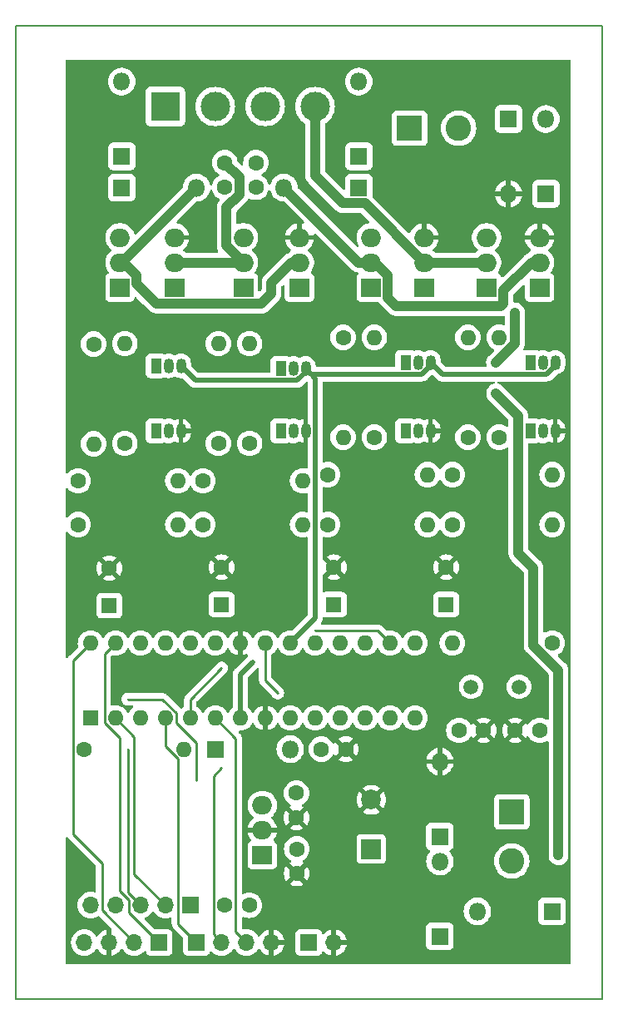
<source format=gbr>
%TF.GenerationSoftware,KiCad,Pcbnew,7.0.6*%
%TF.CreationDate,2023-08-09T12:04:45+03:00*%
%TF.ProjectId,atmegaStepperDriver,61746d65-6761-4537-9465-707065724472,v0.7.1*%
%TF.SameCoordinates,Original*%
%TF.FileFunction,Copper,L2,Bot*%
%TF.FilePolarity,Positive*%
%FSLAX46Y46*%
G04 Gerber Fmt 4.6, Leading zero omitted, Abs format (unit mm)*
G04 Created by KiCad (PCBNEW 7.0.6) date 2023-08-09 12:04:45*
%MOMM*%
%LPD*%
G01*
G04 APERTURE LIST*
%TA.AperFunction,NonConductor*%
%ADD10C,0.200000*%
%TD*%
%TA.AperFunction,ComponentPad*%
%ADD11R,1.800000X1.800000*%
%TD*%
%TA.AperFunction,ComponentPad*%
%ADD12O,1.800000X1.800000*%
%TD*%
%TA.AperFunction,ComponentPad*%
%ADD13R,1.700000X1.700000*%
%TD*%
%TA.AperFunction,ComponentPad*%
%ADD14O,1.700000X1.700000*%
%TD*%
%TA.AperFunction,ComponentPad*%
%ADD15R,2.000000X1.905000*%
%TD*%
%TA.AperFunction,ComponentPad*%
%ADD16O,2.000000X1.905000*%
%TD*%
%TA.AperFunction,ComponentPad*%
%ADD17C,1.600000*%
%TD*%
%TA.AperFunction,ComponentPad*%
%ADD18O,1.600000X1.600000*%
%TD*%
%TA.AperFunction,ComponentPad*%
%ADD19R,1.050000X1.500000*%
%TD*%
%TA.AperFunction,ComponentPad*%
%ADD20O,1.050000X1.500000*%
%TD*%
%TA.AperFunction,ComponentPad*%
%ADD21R,2.600000X2.600000*%
%TD*%
%TA.AperFunction,ComponentPad*%
%ADD22C,2.600000*%
%TD*%
%TA.AperFunction,ComponentPad*%
%ADD23R,1.600000X1.600000*%
%TD*%
%TA.AperFunction,ComponentPad*%
%ADD24R,2.000000X2.000000*%
%TD*%
%TA.AperFunction,ComponentPad*%
%ADD25C,2.000000*%
%TD*%
%TA.AperFunction,ComponentPad*%
%ADD26C,1.500000*%
%TD*%
%TA.AperFunction,ComponentPad*%
%ADD27R,3.000000X3.000000*%
%TD*%
%TA.AperFunction,ComponentPad*%
%ADD28C,3.000000*%
%TD*%
%TA.AperFunction,ViaPad*%
%ADD29C,0.800000*%
%TD*%
%TA.AperFunction,ViaPad*%
%ADD30C,0.300000*%
%TD*%
%TA.AperFunction,Conductor*%
%ADD31C,1.000000*%
%TD*%
%TA.AperFunction,Conductor*%
%ADD32C,0.500000*%
%TD*%
%TA.AperFunction,Conductor*%
%ADD33C,0.250000*%
%TD*%
G04 APERTURE END LIST*
D10*
X60325000Y-41910000D02*
X120015000Y-41910000D01*
X120015000Y-140970000D01*
X60325000Y-140970000D01*
X60325000Y-41910000D01*
D11*
%TO.P,D6,1,K*%
%TO.N,Net-(D6-K)*%
X114935000Y-132080000D03*
D12*
%TO.P,D6,2,A*%
%TO.N,VCCInput*%
X107315000Y-132080000D03*
%TD*%
D11*
%TO.P,D11,1,K*%
%TO.N,Net-(D11-K)*%
X71120000Y-58420000D03*
D12*
%TO.P,D11,2,A*%
%TO.N,output A*%
X78740000Y-58420000D03*
%TD*%
D13*
%TO.P,J9,1,Pin_1*%
%TO.N,Step*%
X78740000Y-135255000D03*
D14*
%TO.P,J9,2,Pin_2*%
%TO.N,Rotation*%
X81280000Y-135255000D03*
%TO.P,J9,3,Pin_3*%
%TO.N,Error*%
X83820000Y-135255000D03*
%TO.P,J9,4,Pin_4*%
%TO.N,GND*%
X86360000Y-135255000D03*
%TD*%
D15*
%TO.P,Q6,1,B*%
%TO.N,Net-(Q6-B)*%
X89210000Y-68580000D03*
D16*
%TO.P,Q6,2,C*%
%TO.N,output A*%
X89210000Y-66040000D03*
%TO.P,Q6,3,E*%
%TO.N,GND*%
X89210000Y-63500000D03*
%TD*%
D15*
%TO.P,Q5,1,B*%
%TO.N,Net-(Q5-B)*%
X108260000Y-68580000D03*
D16*
%TO.P,Q5,2,C*%
%TO.N,output !B*%
X108260000Y-66040000D03*
%TO.P,Q5,3,E*%
%TO.N,Motor Power*%
X108260000Y-63500000D03*
%TD*%
D15*
%TO.P,Q3,1,B*%
%TO.N,Net-(Q3-B)*%
X83495000Y-68580000D03*
D16*
%TO.P,Q3,2,C*%
%TO.N,output !A*%
X83495000Y-66040000D03*
%TO.P,Q3,3,E*%
%TO.N,Motor Power*%
X83495000Y-63500000D03*
%TD*%
D17*
%TO.P,R4,1*%
%TO.N,Net-(Q1-B)*%
X68253668Y-74350051D03*
D18*
%TO.P,R4,2*%
%TO.N,Net-(Q9-C)*%
X68253668Y-84510051D03*
%TD*%
D17*
%TO.P,C7,1*%
%TO.N,output !B*%
X84780000Y-55880000D03*
%TO.P,C7,2*%
%TO.N,output B*%
X84780000Y-58380000D03*
%TD*%
D19*
%TO.P,Q9,1,C*%
%TO.N,Net-(Q9-C)*%
X74605000Y-76560000D03*
D20*
%TO.P,Q9,2,B*%
%TO.N,Net-(Q9-B)*%
X75875000Y-76560000D03*
%TO.P,Q9,3,E*%
%TO.N,+5V*%
X77145000Y-76560000D03*
%TD*%
D17*
%TO.P,C6,1*%
%TO.N,output !A*%
X81605000Y-55880000D03*
%TO.P,C6,2*%
%TO.N,output A*%
X81605000Y-58380000D03*
%TD*%
%TO.P,R7,1*%
%TO.N,Net-(Q15-C)*%
X106355000Y-83820000D03*
D18*
%TO.P,R7,2*%
%TO.N,Net-(Q5-B)*%
X106355000Y-73660000D03*
%TD*%
D19*
%TO.P,Q12,1,C*%
%TO.N,Net-(Q12-C)*%
X87305000Y-83185000D03*
D20*
%TO.P,Q12,2,B*%
%TO.N,Net-(Q12-B)*%
X88575000Y-83185000D03*
%TO.P,Q12,3,E*%
%TO.N,GND*%
X89845000Y-83185000D03*
%TD*%
D19*
%TO.P,Q14,1,C*%
%TO.N,Net-(Q14-C)*%
X100005000Y-83185000D03*
D20*
%TO.P,Q14,2,B*%
%TO.N,Net-(Q14-B)*%
X101275000Y-83185000D03*
%TO.P,Q14,3,E*%
%TO.N,GND*%
X102545000Y-83185000D03*
%TD*%
D17*
%TO.P,R5,1*%
%TO.N,Net-(Q11-C)*%
X80955000Y-84455000D03*
D18*
%TO.P,R5,2*%
%TO.N,Net-(Q3-B)*%
X80955000Y-74295000D03*
%TD*%
D19*
%TO.P,Q15,1,C*%
%TO.N,Net-(Q15-C)*%
X112705000Y-76200000D03*
D20*
%TO.P,Q15,2,B*%
%TO.N,Net-(Q15-B)*%
X113975000Y-76200000D03*
%TO.P,Q15,3,E*%
%TO.N,+5V*%
X115245000Y-76200000D03*
%TD*%
D11*
%TO.P,D12,1,K*%
%TO.N,Net-(D11-K)*%
X71120000Y-55245000D03*
D12*
%TO.P,D12,2,A*%
%TO.N,output !A*%
X71120000Y-47625000D03*
%TD*%
D15*
%TO.P,Q1,1,B*%
%TO.N,Net-(Q1-B)*%
X70940000Y-68580000D03*
D16*
%TO.P,Q1,2,C*%
%TO.N,output A*%
X70940000Y-66040000D03*
%TO.P,Q1,3,E*%
%TO.N,Motor Power*%
X70940000Y-63500000D03*
%TD*%
D17*
%TO.P,R15,1*%
%TO.N,Net-(Q14-C)*%
X96830000Y-83820000D03*
D18*
%TO.P,R15,2*%
%TO.N,Net-(Q13-B)*%
X96830000Y-73660000D03*
%TD*%
D15*
%TO.P,Q2,1,B*%
%TO.N,Net-(Q2-B)*%
X76510000Y-68580000D03*
D16*
%TO.P,Q2,2,C*%
%TO.N,output !A*%
X76510000Y-66040000D03*
%TO.P,Q2,3,E*%
%TO.N,GND*%
X76510000Y-63500000D03*
%TD*%
D17*
%TO.P,R11,1*%
%TO.N,Net-(Q10-C)*%
X71430000Y-84455000D03*
D18*
%TO.P,R11,2*%
%TO.N,Net-(Q9-B)*%
X71430000Y-74295000D03*
%TD*%
D17*
%TO.P,R17,1*%
%TO.N,Net-(Q16-C)*%
X109530000Y-83820000D03*
D18*
%TO.P,R17,2*%
%TO.N,Net-(Q15-B)*%
X109530000Y-73660000D03*
%TD*%
D17*
%TO.P,R6,1*%
%TO.N,Net-(Q4-B)*%
X93655000Y-73660000D03*
D18*
%TO.P,R6,2*%
%TO.N,Net-(Q13-C)*%
X93655000Y-83820000D03*
%TD*%
D17*
%TO.P,R16,1*%
%TO.N,Gate 3*%
X92075000Y-92710000D03*
D18*
%TO.P,R16,2*%
%TO.N,Net-(Q14-B)*%
X102235000Y-92710000D03*
%TD*%
D17*
%TO.P,R12,1*%
%TO.N,Gate 1*%
X66675000Y-92710000D03*
D18*
%TO.P,R12,2*%
%TO.N,Net-(Q10-B)*%
X76835000Y-92710000D03*
%TD*%
D21*
%TO.P,J1,1,Pin_1*%
%TO.N,Net-(D4-K)*%
X110820000Y-121960000D03*
D22*
%TO.P,J1,2,Pin_2*%
%TO.N,Net-(D5-A)*%
X110820000Y-126960000D03*
%TD*%
D19*
%TO.P,Q13,1,C*%
%TO.N,Net-(Q13-C)*%
X100005000Y-76200000D03*
D20*
%TO.P,Q13,2,B*%
%TO.N,Net-(Q13-B)*%
X101275000Y-76200000D03*
%TO.P,Q13,3,E*%
%TO.N,+5V*%
X102545000Y-76200000D03*
%TD*%
D15*
%TO.P,U2,1,VI*%
%TO.N,VCCInput*%
X85430000Y-126365000D03*
D16*
%TO.P,U2,2,GND*%
%TO.N,GND*%
X85430000Y-123825000D03*
%TO.P,U2,3,VO*%
%TO.N,Net-(D1-A)*%
X85430000Y-121285000D03*
%TD*%
D23*
%TO.P,C9,1*%
%TO.N,Gate 2*%
X81280000Y-100862651D03*
D17*
%TO.P,C9,2*%
%TO.N,GND*%
X81280000Y-97062651D03*
%TD*%
%TO.P,R9,1*%
%TO.N,Net-(Q14-C)*%
X92075000Y-87630000D03*
D18*
%TO.P,R9,2*%
%TO.N,Net-(Q7-B)*%
X102235000Y-87630000D03*
%TD*%
D13*
%TO.P,J4,1,Pin_1*%
%TO.N,DTR*%
X78105000Y-131445000D03*
D14*
%TO.P,J4,2,Pin_2*%
%TO.N,TX*%
X75565000Y-131445000D03*
%TO.P,J4,3,Pin_3*%
%TO.N,RX*%
X73025000Y-131445000D03*
%TO.P,J4,4,Pin_4*%
%TO.N,GND*%
X70485000Y-131445000D03*
%TO.P,J4,5,Pin_5*%
%TO.N,+5V*%
X67945000Y-131445000D03*
%TD*%
D23*
%TO.P,C8,1*%
%TO.N,Gate 1*%
X69850000Y-100955000D03*
D17*
%TO.P,C8,2*%
%TO.N,GND*%
X69850000Y-97155000D03*
%TD*%
%TO.P,C14,1*%
%TO.N,DTR*%
X81598041Y-131465553D03*
%TO.P,C14,2*%
%TO.N,RST*%
X84098041Y-131465553D03*
%TD*%
D23*
%TO.P,C11,1*%
%TO.N,Gate 4*%
X104140000Y-100862651D03*
D17*
%TO.P,C11,2*%
%TO.N,GND*%
X104140000Y-97062651D03*
%TD*%
D21*
%TO.P,J3,1,Pin_1*%
%TO.N,Net-(J3-Pin_1)*%
X100410000Y-52375000D03*
D22*
%TO.P,J3,2,Pin_2*%
%TO.N,Net-(J3-Pin_2)*%
X105410000Y-52375000D03*
%TD*%
D13*
%TO.P,J6,1,Pin_1*%
%TO.N,SDA*%
X74930000Y-135255000D03*
D14*
%TO.P,J6,2,Pin_2*%
%TO.N,SCL*%
X72390000Y-135255000D03*
%TO.P,J6,3,Pin_3*%
%TO.N,GND*%
X69850000Y-135255000D03*
%TO.P,J6,4,Pin_4*%
%TO.N,+5V*%
X67310000Y-135255000D03*
%TD*%
D19*
%TO.P,Q16,1,C*%
%TO.N,Net-(Q16-C)*%
X112705000Y-83185000D03*
D20*
%TO.P,Q16,2,B*%
%TO.N,Net-(Q16-B)*%
X113975000Y-83185000D03*
%TO.P,Q16,3,E*%
%TO.N,GND*%
X115245000Y-83185000D03*
%TD*%
D17*
%TO.P,C4,1*%
%TO.N,GND*%
X93940000Y-115570000D03*
%TO.P,C4,2*%
%TO.N,Net-(U1-AREF)*%
X91440000Y-115570000D03*
%TD*%
%TO.P,C2,1*%
%TO.N,GND*%
X88940000Y-128230000D03*
%TO.P,C2,2*%
%TO.N,VCCInput*%
X88940000Y-125730000D03*
%TD*%
%TO.P,R3,1*%
%TO.N,Net-(Q10-C)*%
X66675000Y-88265000D03*
D18*
%TO.P,R3,2*%
%TO.N,Net-(Q2-B)*%
X76835000Y-88265000D03*
%TD*%
D11*
%TO.P,D5,1,K*%
%TO.N,VCCInput*%
X103505000Y-134620000D03*
D12*
%TO.P,D5,2,A*%
%TO.N,Net-(D5-A)*%
X103505000Y-127000000D03*
%TD*%
D11*
%TO.P,D1,1,K*%
%TO.N,+5V*%
X80645000Y-115570000D03*
D12*
%TO.P,D1,2,A*%
%TO.N,Net-(D1-A)*%
X88265000Y-115570000D03*
%TD*%
D17*
%TO.P,R14,1*%
%TO.N,Gate 2*%
X79375000Y-92710000D03*
D18*
%TO.P,R14,2*%
%TO.N,Net-(Q12-B)*%
X89535000Y-92710000D03*
%TD*%
D11*
%TO.P,D13,1,K*%
%TO.N,Net-(D13-K)*%
X95250000Y-58420000D03*
D12*
%TO.P,D13,2,A*%
%TO.N,output B*%
X87630000Y-58420000D03*
%TD*%
D17*
%TO.P,R10,1*%
%TO.N,Net-(Q16-C)*%
X104775000Y-87630000D03*
D18*
%TO.P,R10,2*%
%TO.N,Net-(Q8-B)*%
X114935000Y-87630000D03*
%TD*%
D17*
%TO.P,R1,1*%
%TO.N,Net-(U1-XTAL1{slash}PB6)*%
X114935000Y-104775000D03*
D18*
%TO.P,R1,2*%
%TO.N,Net-(U1-XTAL2{slash}PB7)*%
X104775000Y-104775000D03*
%TD*%
D13*
%TO.P,J5,1,Pin_1*%
%TO.N,RST*%
X90165000Y-135255000D03*
D14*
%TO.P,J5,2,Pin_2*%
%TO.N,GND*%
X92705000Y-135255000D03*
%TD*%
D19*
%TO.P,Q10,1,C*%
%TO.N,Net-(Q10-C)*%
X74605000Y-83185000D03*
D20*
%TO.P,Q10,2,B*%
%TO.N,Net-(Q10-B)*%
X75875000Y-83185000D03*
%TO.P,Q10,3,E*%
%TO.N,GND*%
X77145000Y-83185000D03*
%TD*%
D17*
%TO.P,C3,1*%
%TO.N,GND*%
X88900000Y-122555000D03*
%TO.P,C3,2*%
%TO.N,Net-(D1-A)*%
X88900000Y-120055000D03*
%TD*%
D11*
%TO.P,D2,1,K*%
%TO.N,Net-(D2-K)*%
X110490000Y-51435000D03*
D12*
%TO.P,D2,2,A*%
%TO.N,GND*%
X110490000Y-59055000D03*
%TD*%
D17*
%TO.P,C1-1,1*%
%TO.N,Net-(U1-XTAL1{slash}PB6)*%
X113665000Y-113665000D03*
%TO.P,C1-1,2*%
%TO.N,GND*%
X111165000Y-113665000D03*
%TD*%
D15*
%TO.P,Q7,1,B*%
%TO.N,Net-(Q7-B)*%
X101910000Y-68580000D03*
D16*
%TO.P,Q7,2,C*%
%TO.N,output !B*%
X101910000Y-66040000D03*
%TO.P,Q7,3,E*%
%TO.N,GND*%
X101910000Y-63500000D03*
%TD*%
D11*
%TO.P,D4,1,K*%
%TO.N,Net-(D4-K)*%
X103505000Y-124460000D03*
D12*
%TO.P,D4,2,A*%
%TO.N,GND*%
X103505000Y-116840000D03*
%TD*%
D23*
%TO.P,U1,1,~{RESET}/PC6*%
%TO.N,RST*%
X67945000Y-112395000D03*
D18*
%TO.P,U1,2,PD0*%
%TO.N,TX*%
X70485000Y-112395000D03*
%TO.P,U1,3,PD1*%
%TO.N,RX*%
X73025000Y-112395000D03*
%TO.P,U1,4,PD2*%
%TO.N,Step*%
X75565000Y-112395000D03*
%TO.P,U1,5,PD3*%
%TO.N,Jumper To lower Pins*%
X78105000Y-112395000D03*
%TO.P,U1,6,PD4*%
%TO.N,Error*%
X80645000Y-112395000D03*
%TO.P,U1,7,VCC*%
%TO.N,+5V*%
X83185000Y-112395000D03*
%TO.P,U1,8,GND*%
%TO.N,GND*%
X85725000Y-112395000D03*
%TO.P,U1,9,XTAL1/PB6*%
%TO.N,Net-(U1-XTAL1{slash}PB6)*%
X88265000Y-112395000D03*
%TO.P,U1,10,XTAL2/PB7*%
%TO.N,Net-(U1-XTAL2{slash}PB7)*%
X90805000Y-112395000D03*
%TO.P,U1,11,PD5*%
%TO.N,unconnected-(U1-PD5-Pad11)*%
X93345000Y-112395000D03*
%TO.P,U1,12,PD6*%
%TO.N,unconnected-(U1-PD6-Pad12)*%
X95885000Y-112395000D03*
%TO.P,U1,13,PD7*%
%TO.N,Rotation*%
X98425000Y-112395000D03*
%TO.P,U1,14,PB0*%
%TO.N,unconnected-(U1-PB0-Pad14)*%
X100965000Y-112395000D03*
%TO.P,U1,15,PB1*%
%TO.N,Net-(JP5-B)*%
X100965000Y-104775000D03*
%TO.P,U1,16,PB2*%
%TO.N,Net-(JP6-B)*%
X98425000Y-104775000D03*
%TO.P,U1,17,PB3*%
%TO.N,Net-(JP7-B)*%
X95885000Y-104775000D03*
%TO.P,U1,18,PB4*%
%TO.N,unconnected-(U1-PB4-Pad18)*%
X93345000Y-104775000D03*
%TO.P,U1,19,PB5*%
%TO.N,unconnected-(U1-PB5-Pad19)*%
X90805000Y-104775000D03*
%TO.P,U1,20,AVCC*%
%TO.N,+5V*%
X88265000Y-104775000D03*
%TO.P,U1,21,AREF*%
%TO.N,Net-(U1-AREF)*%
X85725000Y-104775000D03*
%TO.P,U1,22,GND*%
%TO.N,GND*%
X83185000Y-104775000D03*
%TO.P,U1,23,PC0*%
%TO.N,unconnected-(U1-PC0-Pad23)*%
X80645000Y-104775000D03*
%TO.P,U1,24,PC1*%
%TO.N,unconnected-(U1-PC1-Pad24)*%
X78105000Y-104775000D03*
%TO.P,U1,25,PC2*%
%TO.N,unconnected-(U1-PC2-Pad25)*%
X75565000Y-104775000D03*
%TO.P,U1,26,PC3*%
%TO.N,unconnected-(U1-PC3-Pad26)*%
X73025000Y-104775000D03*
%TO.P,U1,27,PC4*%
%TO.N,SDA*%
X70485000Y-104775000D03*
%TO.P,U1,28,PC5*%
%TO.N,SCL*%
X67945000Y-104775000D03*
%TD*%
D17*
%TO.P,R2,1*%
%TO.N,RST*%
X67310000Y-115570000D03*
D18*
%TO.P,R2,2*%
%TO.N,+5V*%
X77470000Y-115570000D03*
%TD*%
D23*
%TO.P,C10,1*%
%TO.N,Gate 3*%
X92710000Y-100862651D03*
D17*
%TO.P,C10,2*%
%TO.N,GND*%
X92710000Y-97062651D03*
%TD*%
D11*
%TO.P,D14,1,K*%
%TO.N,Net-(D13-K)*%
X95250000Y-55245000D03*
D12*
%TO.P,D14,2,A*%
%TO.N,output !B*%
X95250000Y-47625000D03*
%TD*%
D15*
%TO.P,Q4,1,B*%
%TO.N,Net-(Q4-B)*%
X96520000Y-68580000D03*
D16*
%TO.P,Q4,2,C*%
%TO.N,output B*%
X96520000Y-66040000D03*
%TO.P,Q4,3,E*%
%TO.N,Motor Power*%
X96520000Y-63500000D03*
%TD*%
D15*
%TO.P,Q8,1,B*%
%TO.N,Net-(Q8-B)*%
X113650000Y-68580000D03*
D16*
%TO.P,Q8,2,C*%
%TO.N,output B*%
X113650000Y-66040000D03*
%TO.P,Q8,3,E*%
%TO.N,GND*%
X113650000Y-63500000D03*
%TD*%
D19*
%TO.P,Q11,1,C*%
%TO.N,Net-(Q11-C)*%
X87305000Y-76835000D03*
D20*
%TO.P,Q11,2,B*%
%TO.N,Net-(Q11-B)*%
X88575000Y-76835000D03*
%TO.P,Q11,3,E*%
%TO.N,+5V*%
X89845000Y-76835000D03*
%TD*%
D24*
%TO.P,C5,1*%
%TO.N,VCCInput*%
X96520000Y-125730000D03*
D25*
%TO.P,C5,2*%
%TO.N,GND*%
X96520000Y-120730000D03*
%TD*%
D17*
%TO.P,R8,1*%
%TO.N,Net-(Q12-C)*%
X79375000Y-88265000D03*
D18*
%TO.P,R8,2*%
%TO.N,Net-(Q6-B)*%
X89535000Y-88265000D03*
%TD*%
D17*
%TO.P,R13,1*%
%TO.N,Net-(Q12-C)*%
X84130000Y-84455000D03*
D18*
%TO.P,R13,2*%
%TO.N,Net-(Q11-B)*%
X84130000Y-74295000D03*
%TD*%
D11*
%TO.P,D3,1,K*%
%TO.N,Motor Power*%
X114300000Y-59055000D03*
D12*
%TO.P,D3,2,A*%
%TO.N,Net-(D3-A)*%
X114300000Y-51435000D03*
%TD*%
D26*
%TO.P,Y1,1,1*%
%TO.N,Net-(U1-XTAL2{slash}PB7)*%
X106680000Y-109220000D03*
%TO.P,Y1,2,2*%
%TO.N,Net-(U1-XTAL1{slash}PB6)*%
X111560000Y-109220000D03*
%TD*%
D27*
%TO.P,J2,1,Pin_1*%
%TO.N,output A*%
X75565000Y-50165000D03*
D28*
%TO.P,J2,2,Pin_2*%
%TO.N,output !A*%
X80645000Y-50165000D03*
%TO.P,J2,3,Pin_3*%
%TO.N,output B*%
X85725000Y-50165000D03*
%TO.P,J2,4,Pin_4*%
%TO.N,output !B*%
X90805000Y-50165000D03*
%TD*%
D17*
%TO.P,C1-2,1*%
%TO.N,Net-(U1-XTAL2{slash}PB7)*%
X105450000Y-113665000D03*
%TO.P,C1-2,2*%
%TO.N,GND*%
X107950000Y-113665000D03*
%TD*%
%TO.P,R18,1*%
%TO.N,Gate 4*%
X104775000Y-92710000D03*
D18*
%TO.P,R18,2*%
%TO.N,Net-(Q16-B)*%
X114935000Y-92710000D03*
%TD*%
D29*
%TO.N,GND*%
X74930000Y-95250000D03*
X86995000Y-95250000D03*
X115570000Y-95885000D03*
X97790000Y-95250000D03*
D30*
%TO.N,+5V*%
X84455000Y-106680000D03*
%TO.N,Net-(U1-AREF)*%
X86995000Y-109855000D03*
%TO.N,RX*%
X71755000Y-115570000D03*
%TO.N,Motor Power*%
X111125000Y-71120000D03*
X109220000Y-76200000D03*
X109220000Y-79375000D03*
X115570000Y-126365000D03*
%TO.N,RST*%
X78740000Y-118745000D03*
X71755000Y-110490000D03*
%TO.N,Net-(JP6-B)*%
X90805000Y-103505000D03*
%TO.N,Jumper To lower Pins*%
X81280000Y-107315000D03*
%TO.N,Rotation*%
X81280000Y-117475000D03*
%TD*%
D31*
%TO.N,output A*%
X71370000Y-66040000D02*
X70940000Y-66040000D01*
X72640000Y-67310000D02*
X71370000Y-66040000D01*
X72640000Y-68195000D02*
X72640000Y-67310000D01*
X74677500Y-70232500D02*
X72640000Y-68195000D01*
X85342500Y-70232500D02*
X74677500Y-70232500D01*
X86360000Y-68077500D02*
X86360000Y-69215000D01*
X86360000Y-69215000D02*
X85342500Y-70232500D01*
X88397500Y-66040000D02*
X86360000Y-68077500D01*
X89210000Y-66040000D02*
X88397500Y-66040000D01*
D32*
%TO.N,+5V*%
X83185000Y-107950000D02*
X84455000Y-106680000D01*
X83185000Y-112395000D02*
X83185000Y-107950000D01*
X115245000Y-76533858D02*
X115245000Y-76200000D01*
X114378858Y-77400000D02*
X115245000Y-76533858D01*
X103745000Y-77400000D02*
X114378858Y-77400000D01*
X102545000Y-76200000D02*
X103745000Y-77400000D01*
X101678858Y-77400000D02*
X102545000Y-76533858D01*
X102545000Y-76533858D02*
X102545000Y-76200000D01*
X90410000Y-77400000D02*
X101678858Y-77400000D01*
X89845000Y-76835000D02*
X90410000Y-77400000D01*
X89845000Y-77168858D02*
X89845000Y-76835000D01*
X88978858Y-78035000D02*
X89845000Y-77168858D01*
X78620000Y-78035000D02*
X88978858Y-78035000D01*
X77145000Y-76560000D02*
X78620000Y-78035000D01*
X90825000Y-102215000D02*
X88265000Y-104775000D01*
X90825000Y-77815000D02*
X90825000Y-102215000D01*
X89845000Y-76835000D02*
X90825000Y-77815000D01*
D33*
%TO.N,Net-(U1-AREF)*%
X85725000Y-108585000D02*
X85725000Y-104775000D01*
X86995000Y-109855000D02*
X85725000Y-108585000D01*
D31*
%TO.N,output A*%
X71120000Y-66040000D02*
X78740000Y-58420000D01*
X70940000Y-66040000D02*
X71120000Y-66040000D01*
%TO.N,output !A*%
X83495000Y-66040000D02*
X76510000Y-66040000D01*
X81795000Y-60445000D02*
X83105000Y-59135000D01*
X83495000Y-66040000D02*
X81795000Y-64340000D01*
X81795000Y-64340000D02*
X81795000Y-60445000D01*
X83105000Y-59135000D02*
X83105000Y-57380000D01*
X83105000Y-57380000D02*
X81605000Y-55880000D01*
%TO.N,output B*%
X109960000Y-70232500D02*
X109707500Y-70485000D01*
X113650000Y-66040000D02*
X112837500Y-66040000D01*
X98220000Y-69645000D02*
X98220000Y-67310000D01*
X112837500Y-66040000D02*
X109960000Y-68917500D01*
X99060000Y-70485000D02*
X98220000Y-69645000D01*
X96520000Y-66040000D02*
X95250000Y-66040000D01*
X96950000Y-66040000D02*
X96520000Y-66040000D01*
X95250000Y-66040000D02*
X87630000Y-58420000D01*
X98220000Y-67310000D02*
X96950000Y-66040000D01*
X109707500Y-70485000D02*
X99060000Y-70485000D01*
X109960000Y-68917500D02*
X109960000Y-70232500D01*
%TO.N,output !B*%
X93650000Y-60020000D02*
X90805000Y-57175000D01*
X108260000Y-66040000D02*
X101910000Y-66040000D01*
X90805000Y-57175000D02*
X90805000Y-50165000D01*
X95890000Y-60020000D02*
X93650000Y-60020000D01*
X101910000Y-66040000D02*
X95890000Y-60020000D01*
D33*
%TO.N,TX*%
X75565000Y-131445000D02*
X72390000Y-128270000D01*
X72390000Y-114300000D02*
X70485000Y-112395000D01*
X72390000Y-128270000D02*
X72390000Y-114300000D01*
%TO.N,RX*%
X73025000Y-131445000D02*
X71755000Y-130175000D01*
X71755000Y-130175000D02*
X71755000Y-129540000D01*
X71755000Y-129540000D02*
X71755000Y-115570000D01*
D31*
%TO.N,Motor Power*%
X109220000Y-76200000D02*
X111125000Y-74295000D01*
X111480000Y-81635000D02*
X111480000Y-95605000D01*
X109220000Y-79375000D02*
X111480000Y-81635000D01*
X113030000Y-104991321D02*
X115570000Y-107531321D01*
X115570000Y-107531321D02*
X115570000Y-126365000D01*
X111125000Y-74295000D02*
X111125000Y-71120000D01*
X113030000Y-97155000D02*
X113030000Y-104991321D01*
X111480000Y-95605000D02*
X113030000Y-97155000D01*
D33*
%TO.N,RST*%
X75250991Y-110490000D02*
X71755000Y-110490000D01*
X76690000Y-112860991D02*
X76690000Y-111929009D01*
X76690000Y-111929009D02*
X75250991Y-110490000D01*
X78740000Y-118745000D02*
X78740000Y-114910991D01*
X78740000Y-114910991D02*
X76690000Y-112860991D01*
%TO.N,Net-(JP6-B)*%
X90805000Y-103505000D02*
X97155000Y-103505000D01*
X97155000Y-103505000D02*
X98425000Y-104775000D01*
%TO.N,Step*%
X75565000Y-115255991D02*
X75565000Y-112395000D01*
X76835000Y-133350000D02*
X76835000Y-116525991D01*
X78740000Y-135255000D02*
X76835000Y-133350000D01*
X76835000Y-116525991D02*
X75565000Y-115255991D01*
%TO.N,Jumper To lower Pins*%
X78105000Y-110490000D02*
X78105000Y-112395000D01*
X81280000Y-107315000D02*
X78105000Y-110490000D01*
%TO.N,Error*%
X83820000Y-135255000D02*
X82723041Y-134158041D01*
X82723041Y-134158041D02*
X82723041Y-114473041D01*
X82723041Y-114473041D02*
X80645000Y-112395000D01*
%TO.N,Rotation*%
X81280000Y-117475000D02*
X80473041Y-118281959D01*
X80473041Y-118281959D02*
X80473041Y-134448041D01*
X80473041Y-134448041D02*
X81280000Y-135255000D01*
%TO.N,SDA*%
X69360000Y-105900000D02*
X70485000Y-104775000D01*
X70895000Y-114395991D02*
X69360000Y-112860991D01*
X71850000Y-132175000D02*
X71850000Y-130958299D01*
X71850000Y-130958299D02*
X70895000Y-130003299D01*
X74930000Y-135255000D02*
X71850000Y-132175000D01*
X69360000Y-112860991D02*
X69360000Y-105900000D01*
X70895000Y-130003299D02*
X70895000Y-114395991D01*
%TO.N,SCL*%
X66185000Y-106535000D02*
X67945000Y-104775000D01*
X69120000Y-131985000D02*
X69120000Y-127180204D01*
X72390000Y-135255000D02*
X69120000Y-131985000D01*
X69120000Y-127180204D02*
X66185000Y-124245204D01*
X66185000Y-124245204D02*
X66185000Y-106535000D01*
%TD*%
%TA.AperFunction,Conductor*%
%TO.N,GND*%
G36*
X116782539Y-45422685D02*
G01*
X116828294Y-45475489D01*
X116839500Y-45527000D01*
X116839500Y-137353000D01*
X116819815Y-137420039D01*
X116767011Y-137465794D01*
X116715500Y-137477000D01*
X65529500Y-137477000D01*
X65462461Y-137457315D01*
X65416706Y-137404511D01*
X65405500Y-137353000D01*
X65405500Y-124618110D01*
X65425185Y-124551071D01*
X65477989Y-124505316D01*
X65547147Y-124495372D01*
X65610703Y-124524397D01*
X65629819Y-124545226D01*
X65632513Y-124548934D01*
X65632514Y-124548936D01*
X65659898Y-124586627D01*
X65663106Y-124591511D01*
X65686827Y-124631620D01*
X65686833Y-124631628D01*
X65700990Y-124645784D01*
X65713628Y-124660580D01*
X65725405Y-124676790D01*
X65725406Y-124676791D01*
X65761309Y-124706492D01*
X65765620Y-124710414D01*
X67115618Y-126060412D01*
X68458181Y-127402975D01*
X68491666Y-127464298D01*
X68494500Y-127490656D01*
X68494500Y-130032496D01*
X68474815Y-130099535D01*
X68422011Y-130145290D01*
X68352853Y-130155234D01*
X68338408Y-130152271D01*
X68180416Y-130109939D01*
X68180412Y-130109938D01*
X68180408Y-130109937D01*
X68180406Y-130109936D01*
X68180403Y-130109936D01*
X67945001Y-130089341D01*
X67944999Y-130089341D01*
X67709596Y-130109936D01*
X67709586Y-130109938D01*
X67481344Y-130171094D01*
X67481335Y-130171098D01*
X67267171Y-130270964D01*
X67267169Y-130270965D01*
X67073597Y-130406505D01*
X66906505Y-130573597D01*
X66770965Y-130767169D01*
X66770964Y-130767171D01*
X66671098Y-130981335D01*
X66671094Y-130981344D01*
X66609938Y-131209586D01*
X66609936Y-131209596D01*
X66589341Y-131444999D01*
X66589341Y-131445000D01*
X66609936Y-131680403D01*
X66609938Y-131680413D01*
X66671094Y-131908655D01*
X66671096Y-131908659D01*
X66671097Y-131908663D01*
X66750990Y-132079993D01*
X66770965Y-132122830D01*
X66770967Y-132122834D01*
X66835048Y-132214350D01*
X66906505Y-132316401D01*
X67073599Y-132483495D01*
X67170384Y-132551265D01*
X67267165Y-132619032D01*
X67267167Y-132619033D01*
X67267170Y-132619035D01*
X67481337Y-132718903D01*
X67481343Y-132718904D01*
X67481344Y-132718905D01*
X67499001Y-132723636D01*
X67709592Y-132780063D01*
X67897918Y-132796539D01*
X67944999Y-132800659D01*
X67945000Y-132800659D01*
X67945001Y-132800659D01*
X67984234Y-132797226D01*
X68180408Y-132780063D01*
X68408663Y-132718903D01*
X68622830Y-132619035D01*
X68682648Y-132577148D01*
X68748851Y-132554821D01*
X68816618Y-132571830D01*
X68841451Y-132591041D01*
X70063681Y-133813272D01*
X70097166Y-133874594D01*
X70100000Y-133900952D01*
X70100000Y-134819498D01*
X69992315Y-134770320D01*
X69885763Y-134755000D01*
X69814237Y-134755000D01*
X69707685Y-134770320D01*
X69600000Y-134819498D01*
X69600000Y-133924364D01*
X69599999Y-133924364D01*
X69386513Y-133981567D01*
X69386507Y-133981570D01*
X69172422Y-134081399D01*
X69172420Y-134081400D01*
X68978926Y-134216886D01*
X68978920Y-134216891D01*
X68811891Y-134383920D01*
X68811890Y-134383922D01*
X68681880Y-134569595D01*
X68627303Y-134613219D01*
X68557804Y-134620412D01*
X68495450Y-134588890D01*
X68478730Y-134569594D01*
X68348494Y-134383597D01*
X68181402Y-134216506D01*
X68181395Y-134216501D01*
X67987834Y-134080967D01*
X67987830Y-134080965D01*
X67951135Y-134063854D01*
X67773663Y-133981097D01*
X67773659Y-133981096D01*
X67773655Y-133981094D01*
X67545413Y-133919938D01*
X67545403Y-133919936D01*
X67310001Y-133899341D01*
X67309999Y-133899341D01*
X67074596Y-133919936D01*
X67074586Y-133919938D01*
X66846344Y-133981094D01*
X66846335Y-133981098D01*
X66632171Y-134080964D01*
X66632169Y-134080965D01*
X66438597Y-134216505D01*
X66271505Y-134383597D01*
X66135965Y-134577169D01*
X66135964Y-134577171D01*
X66036098Y-134791335D01*
X66036094Y-134791344D01*
X65974938Y-135019586D01*
X65974936Y-135019596D01*
X65954341Y-135254999D01*
X65954341Y-135255000D01*
X65974936Y-135490403D01*
X65974938Y-135490413D01*
X66036094Y-135718655D01*
X66036096Y-135718659D01*
X66036097Y-135718663D01*
X66115801Y-135889588D01*
X66135965Y-135932830D01*
X66135967Y-135932834D01*
X66197352Y-136020500D01*
X66271505Y-136126401D01*
X66438599Y-136293495D01*
X66535384Y-136361265D01*
X66632165Y-136429032D01*
X66632167Y-136429033D01*
X66632170Y-136429035D01*
X66846337Y-136528903D01*
X67074592Y-136590063D01*
X67251034Y-136605500D01*
X67309999Y-136610659D01*
X67310000Y-136610659D01*
X67310001Y-136610659D01*
X67368966Y-136605500D01*
X67545408Y-136590063D01*
X67773663Y-136528903D01*
X67987830Y-136429035D01*
X68181401Y-136293495D01*
X68348495Y-136126401D01*
X68478730Y-135940405D01*
X68533307Y-135896781D01*
X68602805Y-135889587D01*
X68665160Y-135921110D01*
X68681879Y-135940405D01*
X68811890Y-136126078D01*
X68978917Y-136293105D01*
X69172421Y-136428600D01*
X69386507Y-136528429D01*
X69386516Y-136528433D01*
X69600000Y-136585634D01*
X69600000Y-135690501D01*
X69707685Y-135739680D01*
X69814237Y-135755000D01*
X69885763Y-135755000D01*
X69992315Y-135739680D01*
X70100000Y-135690501D01*
X70100000Y-136585633D01*
X70313483Y-136528433D01*
X70313492Y-136528429D01*
X70527578Y-136428600D01*
X70721082Y-136293105D01*
X70888105Y-136126082D01*
X71018119Y-135940405D01*
X71072696Y-135896781D01*
X71142195Y-135889588D01*
X71204549Y-135921110D01*
X71221269Y-135940405D01*
X71351505Y-136126401D01*
X71518599Y-136293495D01*
X71615384Y-136361265D01*
X71712165Y-136429032D01*
X71712167Y-136429033D01*
X71712170Y-136429035D01*
X71926337Y-136528903D01*
X72154592Y-136590063D01*
X72331034Y-136605500D01*
X72389999Y-136610659D01*
X72390000Y-136610659D01*
X72390001Y-136610659D01*
X72448966Y-136605500D01*
X72625408Y-136590063D01*
X72853663Y-136528903D01*
X73067830Y-136429035D01*
X73261401Y-136293495D01*
X73383329Y-136171566D01*
X73444648Y-136138084D01*
X73514340Y-136143068D01*
X73570274Y-136184939D01*
X73587189Y-136215917D01*
X73636202Y-136347328D01*
X73636206Y-136347335D01*
X73722452Y-136462544D01*
X73722455Y-136462547D01*
X73837664Y-136548793D01*
X73837671Y-136548797D01*
X73972517Y-136599091D01*
X73972516Y-136599091D01*
X73979444Y-136599835D01*
X74032127Y-136605500D01*
X75827872Y-136605499D01*
X75887483Y-136599091D01*
X76022331Y-136548796D01*
X76137546Y-136462546D01*
X76223796Y-136347331D01*
X76274091Y-136212483D01*
X76280500Y-136152873D01*
X76280499Y-134357128D01*
X76274091Y-134297517D01*
X76273002Y-134294598D01*
X76223797Y-134162671D01*
X76223793Y-134162664D01*
X76137547Y-134047455D01*
X76137544Y-134047452D01*
X76022335Y-133961206D01*
X76022328Y-133961202D01*
X75887482Y-133910908D01*
X75887483Y-133910908D01*
X75827883Y-133904501D01*
X75827881Y-133904500D01*
X75827873Y-133904500D01*
X75827865Y-133904500D01*
X74515453Y-133904500D01*
X74448414Y-133884815D01*
X74427772Y-133868181D01*
X73470552Y-132910961D01*
X73437067Y-132849638D01*
X73442051Y-132779946D01*
X73483923Y-132724013D01*
X73505821Y-132710901D01*
X73702830Y-132619035D01*
X73896401Y-132483495D01*
X74063495Y-132316401D01*
X74193424Y-132130842D01*
X74248002Y-132087217D01*
X74317500Y-132080023D01*
X74379855Y-132111546D01*
X74396575Y-132130842D01*
X74526500Y-132316395D01*
X74526505Y-132316401D01*
X74693599Y-132483495D01*
X74790384Y-132551265D01*
X74887165Y-132619032D01*
X74887167Y-132619033D01*
X74887170Y-132619035D01*
X75101337Y-132718903D01*
X75101343Y-132718904D01*
X75101344Y-132718905D01*
X75119001Y-132723636D01*
X75329592Y-132780063D01*
X75517918Y-132796539D01*
X75564999Y-132800659D01*
X75565000Y-132800659D01*
X75565001Y-132800659D01*
X75604234Y-132797226D01*
X75800408Y-132780063D01*
X76028663Y-132718903D01*
X76033093Y-132716837D01*
X76102171Y-132706344D01*
X76165955Y-132734863D01*
X76204196Y-132793339D01*
X76209500Y-132829218D01*
X76209500Y-133267255D01*
X76207775Y-133282872D01*
X76208061Y-133282899D01*
X76207326Y-133290665D01*
X76209500Y-133359814D01*
X76209500Y-133389343D01*
X76209501Y-133389360D01*
X76210368Y-133396231D01*
X76210826Y-133402050D01*
X76212290Y-133448624D01*
X76212291Y-133448627D01*
X76217880Y-133467867D01*
X76221824Y-133486911D01*
X76224336Y-133506791D01*
X76241490Y-133550119D01*
X76243382Y-133555647D01*
X76256381Y-133600388D01*
X76266580Y-133617634D01*
X76275136Y-133635100D01*
X76282514Y-133653732D01*
X76295884Y-133672135D01*
X76309898Y-133691423D01*
X76313106Y-133696307D01*
X76336827Y-133736416D01*
X76336833Y-133736424D01*
X76350990Y-133750580D01*
X76363628Y-133765376D01*
X76375405Y-133781586D01*
X76375406Y-133781587D01*
X76411309Y-133811288D01*
X76415620Y-133815210D01*
X76895008Y-134294598D01*
X77353181Y-134752771D01*
X77386666Y-134814094D01*
X77389500Y-134840452D01*
X77389500Y-136152870D01*
X77389501Y-136152876D01*
X77395908Y-136212483D01*
X77446202Y-136347328D01*
X77446206Y-136347335D01*
X77532452Y-136462544D01*
X77532455Y-136462547D01*
X77647664Y-136548793D01*
X77647671Y-136548797D01*
X77782517Y-136599091D01*
X77782516Y-136599091D01*
X77789444Y-136599835D01*
X77842127Y-136605500D01*
X79637872Y-136605499D01*
X79697483Y-136599091D01*
X79832331Y-136548796D01*
X79947546Y-136462546D01*
X80033796Y-136347331D01*
X80082810Y-136215916D01*
X80124681Y-136159984D01*
X80190145Y-136135566D01*
X80258418Y-136150417D01*
X80286673Y-136171569D01*
X80408599Y-136293495D01*
X80505384Y-136361265D01*
X80602165Y-136429032D01*
X80602167Y-136429033D01*
X80602170Y-136429035D01*
X80816337Y-136528903D01*
X81044592Y-136590063D01*
X81221034Y-136605500D01*
X81279999Y-136610659D01*
X81280000Y-136610659D01*
X81280001Y-136610659D01*
X81338966Y-136605500D01*
X81515408Y-136590063D01*
X81743663Y-136528903D01*
X81957830Y-136429035D01*
X82151401Y-136293495D01*
X82318495Y-136126401D01*
X82448426Y-135940840D01*
X82503001Y-135897217D01*
X82572499Y-135890023D01*
X82634854Y-135921546D01*
X82651574Y-135940841D01*
X82667648Y-135963797D01*
X82781505Y-136126401D01*
X82948599Y-136293495D01*
X83045384Y-136361265D01*
X83142165Y-136429032D01*
X83142167Y-136429033D01*
X83142170Y-136429035D01*
X83356337Y-136528903D01*
X83584592Y-136590063D01*
X83761034Y-136605500D01*
X83819999Y-136610659D01*
X83820000Y-136610659D01*
X83820001Y-136610659D01*
X83878966Y-136605500D01*
X84055408Y-136590063D01*
X84283663Y-136528903D01*
X84497830Y-136429035D01*
X84691401Y-136293495D01*
X84858495Y-136126401D01*
X84988730Y-135940405D01*
X85043307Y-135896781D01*
X85112805Y-135889587D01*
X85175160Y-135921110D01*
X85191879Y-135940405D01*
X85321890Y-136126078D01*
X85488917Y-136293105D01*
X85682421Y-136428600D01*
X85896507Y-136528429D01*
X85896516Y-136528433D01*
X86110000Y-136585634D01*
X86110000Y-135690501D01*
X86217685Y-135739680D01*
X86324237Y-135755000D01*
X86395763Y-135755000D01*
X86502315Y-135739680D01*
X86610000Y-135690501D01*
X86610000Y-136585633D01*
X86823483Y-136528433D01*
X86823492Y-136528429D01*
X87037578Y-136428600D01*
X87231082Y-136293105D01*
X87371317Y-136152870D01*
X88814500Y-136152870D01*
X88814501Y-136152876D01*
X88820908Y-136212483D01*
X88871202Y-136347328D01*
X88871206Y-136347335D01*
X88957452Y-136462544D01*
X88957455Y-136462547D01*
X89072664Y-136548793D01*
X89072671Y-136548797D01*
X89207517Y-136599091D01*
X89207516Y-136599091D01*
X89214444Y-136599835D01*
X89267127Y-136605500D01*
X91062872Y-136605499D01*
X91122483Y-136599091D01*
X91257331Y-136548796D01*
X91372546Y-136462546D01*
X91458796Y-136347331D01*
X91508002Y-136215401D01*
X91549872Y-136159468D01*
X91615337Y-136135050D01*
X91683610Y-136149901D01*
X91711865Y-136171053D01*
X91833917Y-136293105D01*
X92027421Y-136428600D01*
X92241507Y-136528429D01*
X92241516Y-136528433D01*
X92455000Y-136585634D01*
X92455000Y-135690501D01*
X92562685Y-135739680D01*
X92669237Y-135755000D01*
X92740763Y-135755000D01*
X92847315Y-135739680D01*
X92955000Y-135690501D01*
X92955000Y-136585633D01*
X93168483Y-136528433D01*
X93168492Y-136528429D01*
X93382578Y-136428600D01*
X93576082Y-136293105D01*
X93743105Y-136126082D01*
X93878600Y-135932578D01*
X93978429Y-135718492D01*
X93978432Y-135718486D01*
X94018790Y-135567870D01*
X102104500Y-135567870D01*
X102104501Y-135567876D01*
X102110908Y-135627483D01*
X102161202Y-135762328D01*
X102161206Y-135762335D01*
X102247452Y-135877544D01*
X102247455Y-135877547D01*
X102362664Y-135963793D01*
X102362671Y-135963797D01*
X102497517Y-136014091D01*
X102497516Y-136014091D01*
X102504444Y-136014835D01*
X102557127Y-136020500D01*
X104452872Y-136020499D01*
X104512483Y-136014091D01*
X104647331Y-135963796D01*
X104762546Y-135877546D01*
X104848796Y-135762331D01*
X104899091Y-135627483D01*
X104905500Y-135567873D01*
X104905499Y-133672128D01*
X104899091Y-133612517D01*
X104894567Y-133600388D01*
X104848797Y-133477671D01*
X104848793Y-133477664D01*
X104762547Y-133362455D01*
X104762544Y-133362452D01*
X104647335Y-133276206D01*
X104647328Y-133276202D01*
X104512482Y-133225908D01*
X104512483Y-133225908D01*
X104452883Y-133219501D01*
X104452881Y-133219500D01*
X104452873Y-133219500D01*
X104452864Y-133219500D01*
X102557129Y-133219500D01*
X102557123Y-133219501D01*
X102497516Y-133225908D01*
X102362671Y-133276202D01*
X102362664Y-133276206D01*
X102247455Y-133362452D01*
X102247452Y-133362455D01*
X102161206Y-133477664D01*
X102161202Y-133477671D01*
X102110908Y-133612517D01*
X102104501Y-133672116D01*
X102104501Y-133672123D01*
X102104500Y-133672135D01*
X102104500Y-135567870D01*
X94018790Y-135567870D01*
X94035636Y-135505000D01*
X93138686Y-135505000D01*
X93164493Y-135464844D01*
X93205000Y-135326889D01*
X93205000Y-135183111D01*
X93164493Y-135045156D01*
X93138686Y-135005000D01*
X94035636Y-135005000D01*
X94035635Y-135004999D01*
X93978432Y-134791513D01*
X93978429Y-134791507D01*
X93878600Y-134577422D01*
X93878599Y-134577420D01*
X93743113Y-134383926D01*
X93743108Y-134383920D01*
X93576082Y-134216894D01*
X93382578Y-134081399D01*
X93168492Y-133981570D01*
X93168486Y-133981567D01*
X92955000Y-133924364D01*
X92955000Y-134819498D01*
X92847315Y-134770320D01*
X92740763Y-134755000D01*
X92669237Y-134755000D01*
X92562685Y-134770320D01*
X92455000Y-134819498D01*
X92455000Y-133924364D01*
X92454999Y-133924364D01*
X92241513Y-133981567D01*
X92241507Y-133981570D01*
X92027422Y-134081399D01*
X92027420Y-134081400D01*
X91833926Y-134216886D01*
X91711865Y-134338947D01*
X91650542Y-134372431D01*
X91580850Y-134367447D01*
X91524917Y-134325575D01*
X91508002Y-134294598D01*
X91458797Y-134162671D01*
X91458793Y-134162664D01*
X91372547Y-134047455D01*
X91372544Y-134047452D01*
X91257335Y-133961206D01*
X91257328Y-133961202D01*
X91122482Y-133910908D01*
X91122483Y-133910908D01*
X91062883Y-133904501D01*
X91062881Y-133904500D01*
X91062873Y-133904500D01*
X91062864Y-133904500D01*
X89267129Y-133904500D01*
X89267123Y-133904501D01*
X89207516Y-133910908D01*
X89072671Y-133961202D01*
X89072664Y-133961206D01*
X88957455Y-134047452D01*
X88957452Y-134047455D01*
X88871206Y-134162664D01*
X88871202Y-134162671D01*
X88820908Y-134297517D01*
X88814501Y-134357116D01*
X88814501Y-134357123D01*
X88814500Y-134357135D01*
X88814500Y-136152870D01*
X87371317Y-136152870D01*
X87398105Y-136126082D01*
X87533600Y-135932578D01*
X87633429Y-135718492D01*
X87633432Y-135718486D01*
X87690636Y-135505000D01*
X86793686Y-135505000D01*
X86819493Y-135464844D01*
X86860000Y-135326889D01*
X86860000Y-135183111D01*
X86819493Y-135045156D01*
X86793686Y-135005000D01*
X87690636Y-135005000D01*
X87690635Y-135004999D01*
X87633432Y-134791513D01*
X87633429Y-134791507D01*
X87533600Y-134577422D01*
X87533599Y-134577420D01*
X87398113Y-134383926D01*
X87398108Y-134383920D01*
X87231082Y-134216894D01*
X87037578Y-134081399D01*
X86823492Y-133981570D01*
X86823486Y-133981567D01*
X86610000Y-133924364D01*
X86610000Y-134819498D01*
X86502315Y-134770320D01*
X86395763Y-134755000D01*
X86324237Y-134755000D01*
X86217685Y-134770320D01*
X86110000Y-134819498D01*
X86110000Y-133924364D01*
X86109999Y-133924364D01*
X85896513Y-133981567D01*
X85896507Y-133981570D01*
X85682422Y-134081399D01*
X85682420Y-134081400D01*
X85488926Y-134216886D01*
X85488920Y-134216891D01*
X85321891Y-134383920D01*
X85321890Y-134383922D01*
X85191880Y-134569595D01*
X85137303Y-134613219D01*
X85067804Y-134620412D01*
X85005450Y-134588890D01*
X84988730Y-134569594D01*
X84858494Y-134383597D01*
X84691402Y-134216506D01*
X84691395Y-134216501D01*
X84497834Y-134080967D01*
X84497830Y-134080965D01*
X84461135Y-134063854D01*
X84283663Y-133981097D01*
X84283659Y-133981096D01*
X84283655Y-133981094D01*
X84055413Y-133919938D01*
X84055403Y-133919936D01*
X83820001Y-133899341D01*
X83819999Y-133899341D01*
X83584591Y-133919937D01*
X83504633Y-133941361D01*
X83434783Y-133939698D01*
X83376921Y-133900534D01*
X83349418Y-133836306D01*
X83348541Y-133821586D01*
X83348541Y-132745639D01*
X83368226Y-132678600D01*
X83421030Y-132632845D01*
X83490188Y-132622901D01*
X83524942Y-132633256D01*
X83651545Y-132692292D01*
X83871349Y-132751188D01*
X84009973Y-132763316D01*
X84098039Y-132771021D01*
X84098041Y-132771021D01*
X84098043Y-132771021D01*
X84154714Y-132766062D01*
X84324733Y-132751188D01*
X84544537Y-132692292D01*
X84750775Y-132596121D01*
X84937180Y-132465600D01*
X85098088Y-132304692D01*
X85228609Y-132118287D01*
X85246460Y-132080006D01*
X105909700Y-132080006D01*
X105928864Y-132311297D01*
X105928866Y-132311308D01*
X105985842Y-132536300D01*
X106079075Y-132748848D01*
X106206016Y-132943147D01*
X106206019Y-132943151D01*
X106206021Y-132943153D01*
X106363216Y-133113913D01*
X106363219Y-133113915D01*
X106363222Y-133113918D01*
X106546365Y-133256464D01*
X106546371Y-133256468D01*
X106546374Y-133256470D01*
X106750497Y-133366936D01*
X106844275Y-133399130D01*
X106970015Y-133442297D01*
X106970017Y-133442297D01*
X106970019Y-133442298D01*
X107198951Y-133480500D01*
X107198952Y-133480500D01*
X107431048Y-133480500D01*
X107431049Y-133480500D01*
X107659981Y-133442298D01*
X107879503Y-133366936D01*
X108083626Y-133256470D01*
X108266784Y-133113913D01*
X108345992Y-133027870D01*
X113534500Y-133027870D01*
X113534501Y-133027876D01*
X113540908Y-133087483D01*
X113591202Y-133222328D01*
X113591206Y-133222335D01*
X113677452Y-133337544D01*
X113677455Y-133337547D01*
X113792664Y-133423793D01*
X113792671Y-133423797D01*
X113927517Y-133474091D01*
X113927516Y-133474091D01*
X113934444Y-133474835D01*
X113987127Y-133480500D01*
X115882872Y-133480499D01*
X115942483Y-133474091D01*
X116077331Y-133423796D01*
X116192546Y-133337546D01*
X116278796Y-133222331D01*
X116329091Y-133087483D01*
X116335500Y-133027873D01*
X116335499Y-131132128D01*
X116329091Y-131072517D01*
X116319233Y-131046087D01*
X116278797Y-130937671D01*
X116278793Y-130937664D01*
X116192547Y-130822455D01*
X116192544Y-130822452D01*
X116077335Y-130736206D01*
X116077328Y-130736202D01*
X115942482Y-130685908D01*
X115942483Y-130685908D01*
X115882883Y-130679501D01*
X115882881Y-130679500D01*
X115882873Y-130679500D01*
X115882864Y-130679500D01*
X113987129Y-130679500D01*
X113987123Y-130679501D01*
X113927516Y-130685908D01*
X113792671Y-130736202D01*
X113792664Y-130736206D01*
X113677455Y-130822452D01*
X113677452Y-130822455D01*
X113591206Y-130937664D01*
X113591202Y-130937671D01*
X113540908Y-131072517D01*
X113536427Y-131114202D01*
X113534501Y-131132123D01*
X113534500Y-131132135D01*
X113534500Y-133027870D01*
X108345992Y-133027870D01*
X108423979Y-132943153D01*
X108550924Y-132748849D01*
X108644157Y-132536300D01*
X108701134Y-132311305D01*
X108704256Y-132273627D01*
X108720300Y-132080006D01*
X108720300Y-132079993D01*
X108701135Y-131848702D01*
X108701133Y-131848691D01*
X108644157Y-131623699D01*
X108550924Y-131411151D01*
X108423983Y-131216852D01*
X108423980Y-131216849D01*
X108423979Y-131216847D01*
X108266784Y-131046087D01*
X108266779Y-131046083D01*
X108266777Y-131046081D01*
X108083634Y-130903535D01*
X108083628Y-130903531D01*
X107879504Y-130793064D01*
X107879495Y-130793061D01*
X107659984Y-130717702D01*
X107469450Y-130685908D01*
X107431049Y-130679500D01*
X107198951Y-130679500D01*
X107160550Y-130685908D01*
X106970015Y-130717702D01*
X106750504Y-130793061D01*
X106750495Y-130793064D01*
X106546371Y-130903531D01*
X106546365Y-130903535D01*
X106363222Y-131046081D01*
X106363219Y-131046084D01*
X106363216Y-131046086D01*
X106363216Y-131046087D01*
X106338886Y-131072517D01*
X106206016Y-131216852D01*
X106079075Y-131411151D01*
X105985842Y-131623699D01*
X105928866Y-131848691D01*
X105928864Y-131848702D01*
X105909700Y-132079993D01*
X105909700Y-132080006D01*
X85246460Y-132080006D01*
X85324780Y-131912049D01*
X85383676Y-131692245D01*
X85403509Y-131465553D01*
X85383676Y-131238861D01*
X85324780Y-131019057D01*
X85228609Y-130812819D01*
X85098088Y-130626414D01*
X85098086Y-130626411D01*
X84937182Y-130465507D01*
X84750775Y-130334985D01*
X84750773Y-130334984D01*
X84544538Y-130238814D01*
X84544529Y-130238811D01*
X84324738Y-130179919D01*
X84324734Y-130179918D01*
X84324733Y-130179918D01*
X84324732Y-130179917D01*
X84324727Y-130179917D01*
X84098043Y-130160085D01*
X84098039Y-130160085D01*
X83871354Y-130179917D01*
X83871343Y-130179919D01*
X83651552Y-130238811D01*
X83651538Y-130238816D01*
X83524945Y-130297848D01*
X83455868Y-130308340D01*
X83392084Y-130279820D01*
X83353845Y-130221343D01*
X83348541Y-130185466D01*
X83348541Y-127365370D01*
X83929500Y-127365370D01*
X83929501Y-127365376D01*
X83935908Y-127424983D01*
X83986202Y-127559828D01*
X83986206Y-127559835D01*
X84072452Y-127675044D01*
X84072455Y-127675047D01*
X84187664Y-127761293D01*
X84187671Y-127761297D01*
X84322517Y-127811591D01*
X84322516Y-127811591D01*
X84329444Y-127812335D01*
X84382127Y-127818000D01*
X86477872Y-127817999D01*
X86537483Y-127811591D01*
X86672331Y-127761296D01*
X86787546Y-127675046D01*
X86873796Y-127559831D01*
X86924091Y-127424983D01*
X86930500Y-127365373D01*
X86930499Y-125730001D01*
X87634532Y-125730001D01*
X87654364Y-125956686D01*
X87654366Y-125956697D01*
X87713258Y-126176488D01*
X87713261Y-126176497D01*
X87809431Y-126382732D01*
X87809432Y-126382734D01*
X87939954Y-126569141D01*
X88100858Y-126730045D01*
X88100861Y-126730047D01*
X88287266Y-126860568D01*
X88302975Y-126867893D01*
X88355414Y-126914064D01*
X88374567Y-126981257D01*
X88354352Y-127048138D01*
X88302979Y-127092656D01*
X88287512Y-127099868D01*
X88214527Y-127150972D01*
X88214526Y-127150973D01*
X88895600Y-127832046D01*
X88814852Y-127844835D01*
X88701955Y-127902359D01*
X88612359Y-127991955D01*
X88554835Y-128104852D01*
X88542046Y-128185599D01*
X87860973Y-127504526D01*
X87860972Y-127504527D01*
X87809868Y-127577513D01*
X87713734Y-127783673D01*
X87713730Y-127783682D01*
X87654860Y-128003389D01*
X87654858Y-128003400D01*
X87635034Y-128229997D01*
X87635034Y-128230002D01*
X87654858Y-128456599D01*
X87654860Y-128456610D01*
X87713730Y-128676317D01*
X87713734Y-128676326D01*
X87809865Y-128882481D01*
X87809866Y-128882483D01*
X87860973Y-128955471D01*
X87860974Y-128955472D01*
X88542046Y-128274399D01*
X88554835Y-128355148D01*
X88612359Y-128468045D01*
X88701955Y-128557641D01*
X88814852Y-128615165D01*
X88895599Y-128627953D01*
X88214526Y-129309025D01*
X88214526Y-129309026D01*
X88287512Y-129360131D01*
X88287516Y-129360133D01*
X88493673Y-129456265D01*
X88493682Y-129456269D01*
X88713389Y-129515139D01*
X88713400Y-129515141D01*
X88939998Y-129534966D01*
X88940002Y-129534966D01*
X89166599Y-129515141D01*
X89166610Y-129515139D01*
X89386317Y-129456269D01*
X89386331Y-129456264D01*
X89592478Y-129360136D01*
X89665472Y-129309025D01*
X88984401Y-128627953D01*
X89065148Y-128615165D01*
X89178045Y-128557641D01*
X89267641Y-128468045D01*
X89325165Y-128355148D01*
X89337953Y-128274399D01*
X90019025Y-128955472D01*
X90070136Y-128882478D01*
X90166264Y-128676331D01*
X90166269Y-128676317D01*
X90225139Y-128456610D01*
X90225141Y-128456599D01*
X90244966Y-128230002D01*
X90244966Y-128229997D01*
X90225141Y-128003400D01*
X90225139Y-128003389D01*
X90166269Y-127783682D01*
X90166265Y-127783673D01*
X90070133Y-127577516D01*
X90070131Y-127577512D01*
X90019026Y-127504526D01*
X90019025Y-127504526D01*
X89337953Y-128185597D01*
X89325165Y-128104852D01*
X89267641Y-127991955D01*
X89178045Y-127902359D01*
X89065148Y-127844835D01*
X88984400Y-127832046D01*
X89665472Y-127150974D01*
X89665471Y-127150973D01*
X89592483Y-127099866D01*
X89592481Y-127099865D01*
X89577023Y-127092657D01*
X89524584Y-127046484D01*
X89505432Y-126979290D01*
X89525648Y-126912409D01*
X89577023Y-126867893D01*
X89592734Y-126860568D01*
X89710840Y-126777870D01*
X95019500Y-126777870D01*
X95019501Y-126777876D01*
X95025908Y-126837483D01*
X95076202Y-126972328D01*
X95076206Y-126972335D01*
X95162452Y-127087544D01*
X95162455Y-127087547D01*
X95277664Y-127173793D01*
X95277671Y-127173797D01*
X95412517Y-127224091D01*
X95412516Y-127224091D01*
X95419444Y-127224835D01*
X95472127Y-127230500D01*
X97567872Y-127230499D01*
X97627483Y-127224091D01*
X97762331Y-127173796D01*
X97877546Y-127087546D01*
X97943078Y-127000006D01*
X102099700Y-127000006D01*
X102118864Y-127231297D01*
X102118866Y-127231308D01*
X102175842Y-127456300D01*
X102269075Y-127668848D01*
X102396016Y-127863147D01*
X102396019Y-127863151D01*
X102396021Y-127863153D01*
X102553216Y-128033913D01*
X102553219Y-128033915D01*
X102553222Y-128033918D01*
X102736365Y-128176464D01*
X102736371Y-128176468D01*
X102736374Y-128176470D01*
X102940497Y-128286936D01*
X103054487Y-128326068D01*
X103160015Y-128362297D01*
X103160017Y-128362297D01*
X103160019Y-128362298D01*
X103388951Y-128400500D01*
X103388952Y-128400500D01*
X103621048Y-128400500D01*
X103621049Y-128400500D01*
X103849981Y-128362298D01*
X104069503Y-128286936D01*
X104273626Y-128176470D01*
X104456784Y-128033913D01*
X104613979Y-127863153D01*
X104740924Y-127668849D01*
X104834157Y-127456300D01*
X104891134Y-127231305D01*
X104891201Y-127230498D01*
X104910300Y-127000006D01*
X104910300Y-126999993D01*
X104906986Y-126960004D01*
X109014451Y-126960004D01*
X109034616Y-127229101D01*
X109094664Y-127492188D01*
X109094666Y-127492195D01*
X109166430Y-127675046D01*
X109193257Y-127743398D01*
X109328185Y-127977102D01*
X109384109Y-128047228D01*
X109496442Y-128188089D01*
X109602975Y-128286936D01*
X109694259Y-128371635D01*
X109917226Y-128523651D01*
X110160359Y-128640738D01*
X110418228Y-128720280D01*
X110418229Y-128720280D01*
X110418232Y-128720281D01*
X110685063Y-128760499D01*
X110685068Y-128760499D01*
X110685071Y-128760500D01*
X110685072Y-128760500D01*
X110954928Y-128760500D01*
X110954929Y-128760500D01*
X110954936Y-128760499D01*
X111221767Y-128720281D01*
X111221768Y-128720280D01*
X111221772Y-128720280D01*
X111479641Y-128640738D01*
X111722775Y-128523651D01*
X111945741Y-128371635D01*
X112143561Y-128188085D01*
X112311815Y-127977102D01*
X112446743Y-127743398D01*
X112545334Y-127492195D01*
X112605383Y-127229103D01*
X112620797Y-127023412D01*
X112625549Y-126960004D01*
X112625549Y-126959995D01*
X112605383Y-126690898D01*
X112605383Y-126690897D01*
X112545334Y-126427805D01*
X112446743Y-126176602D01*
X112311815Y-125942898D01*
X112143561Y-125731915D01*
X112143560Y-125731914D01*
X112143557Y-125731910D01*
X111945741Y-125548365D01*
X111879662Y-125503313D01*
X111722775Y-125396349D01*
X111722769Y-125396346D01*
X111722768Y-125396345D01*
X111722767Y-125396344D01*
X111479643Y-125279263D01*
X111479645Y-125279263D01*
X111221773Y-125199720D01*
X111221767Y-125199718D01*
X110954936Y-125159500D01*
X110954929Y-125159500D01*
X110685071Y-125159500D01*
X110685063Y-125159500D01*
X110418232Y-125199718D01*
X110418226Y-125199720D01*
X110160358Y-125279262D01*
X109917230Y-125396346D01*
X109694258Y-125548365D01*
X109496442Y-125731910D01*
X109328185Y-125942898D01*
X109193258Y-126176599D01*
X109193256Y-126176603D01*
X109094666Y-126427804D01*
X109094664Y-126427811D01*
X109034616Y-126690898D01*
X109014451Y-126959995D01*
X109014451Y-126960004D01*
X104906986Y-126960004D01*
X104891135Y-126768702D01*
X104891133Y-126768691D01*
X104834157Y-126543699D01*
X104740924Y-126331151D01*
X104613983Y-126136852D01*
X104613980Y-126136849D01*
X104613979Y-126136847D01*
X104519195Y-126033884D01*
X104488275Y-125971232D01*
X104496135Y-125901806D01*
X104540283Y-125847651D01*
X104567095Y-125833722D01*
X104647326Y-125803798D01*
X104647326Y-125803797D01*
X104647331Y-125803796D01*
X104762546Y-125717546D01*
X104848796Y-125602331D01*
X104899091Y-125467483D01*
X104905500Y-125407873D01*
X104905499Y-123512128D01*
X104899091Y-123452517D01*
X104877395Y-123394348D01*
X104848797Y-123317671D01*
X104848793Y-123317664D01*
X104841461Y-123307870D01*
X109019500Y-123307870D01*
X109019501Y-123307876D01*
X109025908Y-123367483D01*
X109076202Y-123502328D01*
X109076206Y-123502335D01*
X109162452Y-123617544D01*
X109162455Y-123617547D01*
X109277664Y-123703793D01*
X109277671Y-123703797D01*
X109412517Y-123754091D01*
X109412516Y-123754091D01*
X109419444Y-123754835D01*
X109472127Y-123760500D01*
X112167872Y-123760499D01*
X112227483Y-123754091D01*
X112362331Y-123703796D01*
X112477546Y-123617546D01*
X112563796Y-123502331D01*
X112614091Y-123367483D01*
X112620500Y-123307873D01*
X112620499Y-120612128D01*
X112614091Y-120552517D01*
X112595061Y-120501496D01*
X112563797Y-120417671D01*
X112563793Y-120417664D01*
X112477547Y-120302455D01*
X112477544Y-120302452D01*
X112362335Y-120216206D01*
X112362328Y-120216202D01*
X112227482Y-120165908D01*
X112227483Y-120165908D01*
X112167883Y-120159501D01*
X112167881Y-120159500D01*
X112167873Y-120159500D01*
X112167864Y-120159500D01*
X109472129Y-120159500D01*
X109472123Y-120159501D01*
X109412516Y-120165908D01*
X109277671Y-120216202D01*
X109277664Y-120216206D01*
X109162455Y-120302452D01*
X109162452Y-120302455D01*
X109076206Y-120417664D01*
X109076202Y-120417671D01*
X109025908Y-120552517D01*
X109019501Y-120612116D01*
X109019501Y-120612123D01*
X109019500Y-120612135D01*
X109019500Y-123307870D01*
X104841461Y-123307870D01*
X104762547Y-123202455D01*
X104762544Y-123202452D01*
X104647335Y-123116206D01*
X104647328Y-123116202D01*
X104512482Y-123065908D01*
X104512483Y-123065908D01*
X104452883Y-123059501D01*
X104452881Y-123059500D01*
X104452873Y-123059500D01*
X104452864Y-123059500D01*
X102557129Y-123059500D01*
X102557123Y-123059501D01*
X102497516Y-123065908D01*
X102362671Y-123116202D01*
X102362664Y-123116206D01*
X102247455Y-123202452D01*
X102247452Y-123202455D01*
X102161206Y-123317664D01*
X102161202Y-123317671D01*
X102110908Y-123452517D01*
X102105283Y-123504844D01*
X102104501Y-123512123D01*
X102104500Y-123512135D01*
X102104500Y-125407870D01*
X102104501Y-125407876D01*
X102110908Y-125467483D01*
X102161202Y-125602328D01*
X102161206Y-125602335D01*
X102247452Y-125717544D01*
X102247455Y-125717547D01*
X102362664Y-125803793D01*
X102362673Y-125803798D01*
X102442904Y-125833722D01*
X102498838Y-125875593D01*
X102523256Y-125941057D01*
X102508405Y-126009330D01*
X102490802Y-126033886D01*
X102396019Y-126136849D01*
X102269075Y-126331151D01*
X102175842Y-126543699D01*
X102118866Y-126768691D01*
X102118864Y-126768702D01*
X102099700Y-126999993D01*
X102099700Y-127000006D01*
X97943078Y-127000006D01*
X97963796Y-126972331D01*
X98014091Y-126837483D01*
X98020500Y-126777873D01*
X98020499Y-124682128D01*
X98014091Y-124622517D01*
X98013957Y-124622159D01*
X97963797Y-124487671D01*
X97963793Y-124487664D01*
X97877547Y-124372455D01*
X97877544Y-124372452D01*
X97762335Y-124286206D01*
X97762328Y-124286202D01*
X97627482Y-124235908D01*
X97627483Y-124235908D01*
X97567883Y-124229501D01*
X97567881Y-124229500D01*
X97567873Y-124229500D01*
X97567864Y-124229500D01*
X95472129Y-124229500D01*
X95472123Y-124229501D01*
X95412516Y-124235908D01*
X95277671Y-124286202D01*
X95277664Y-124286206D01*
X95162455Y-124372452D01*
X95162452Y-124372455D01*
X95076206Y-124487664D01*
X95076202Y-124487671D01*
X95025908Y-124622517D01*
X95019501Y-124682116D01*
X95019501Y-124682123D01*
X95019500Y-124682135D01*
X95019500Y-126777870D01*
X89710840Y-126777870D01*
X89779139Y-126730047D01*
X89940047Y-126569139D01*
X90070568Y-126382734D01*
X90166739Y-126176496D01*
X90225635Y-125956692D01*
X90242694Y-125761707D01*
X90245468Y-125730001D01*
X90245468Y-125729998D01*
X90234298Y-125602328D01*
X90225635Y-125503308D01*
X90166739Y-125283504D01*
X90070568Y-125077266D01*
X89954849Y-124912000D01*
X89940045Y-124890858D01*
X89779141Y-124729954D01*
X89592734Y-124599432D01*
X89592732Y-124599431D01*
X89386497Y-124503261D01*
X89386488Y-124503258D01*
X89166697Y-124444366D01*
X89166693Y-124444365D01*
X89166692Y-124444365D01*
X89166691Y-124444364D01*
X89166686Y-124444364D01*
X88940002Y-124424532D01*
X88939998Y-124424532D01*
X88713313Y-124444364D01*
X88713302Y-124444366D01*
X88493511Y-124503258D01*
X88493502Y-124503261D01*
X88287267Y-124599431D01*
X88287265Y-124599432D01*
X88100858Y-124729954D01*
X87939954Y-124890858D01*
X87809432Y-125077265D01*
X87809431Y-125077267D01*
X87713261Y-125283502D01*
X87713258Y-125283511D01*
X87654366Y-125503302D01*
X87654364Y-125503313D01*
X87634532Y-125729998D01*
X87634532Y-125730001D01*
X86930499Y-125730001D01*
X86930499Y-125364628D01*
X86924091Y-125305017D01*
X86916067Y-125283504D01*
X86873797Y-125170171D01*
X86873793Y-125170164D01*
X86787547Y-125054955D01*
X86787544Y-125054952D01*
X86672335Y-124968706D01*
X86672326Y-124968701D01*
X86641196Y-124957091D01*
X86585262Y-124915221D01*
X86560844Y-124849757D01*
X86575695Y-124781484D01*
X86586675Y-124764746D01*
X86697653Y-124622162D01*
X86697655Y-124622159D01*
X86812215Y-124410468D01*
X86812221Y-124410454D01*
X86890380Y-124182791D01*
X86908367Y-124075000D01*
X85924852Y-124075000D01*
X85973559Y-123937953D01*
X85983877Y-123787114D01*
X85953116Y-123639085D01*
X85919910Y-123575000D01*
X86908366Y-123575000D01*
X86908366Y-123574999D01*
X86890380Y-123467208D01*
X86812221Y-123239545D01*
X86812215Y-123239531D01*
X86697655Y-123027840D01*
X86697649Y-123027831D01*
X86549806Y-122837883D01*
X86549797Y-122837873D01*
X86372710Y-122674851D01*
X86372704Y-122674847D01*
X86348611Y-122659106D01*
X86303255Y-122605959D01*
X86293832Y-122536728D01*
X86323335Y-122473392D01*
X86348608Y-122451493D01*
X86373010Y-122435551D01*
X86550171Y-122272463D01*
X86698072Y-122082439D01*
X86812679Y-121870664D01*
X86890866Y-121642913D01*
X86930500Y-121405399D01*
X86930500Y-121164601D01*
X86890866Y-120927087D01*
X86812679Y-120699336D01*
X86698072Y-120487561D01*
X86550171Y-120297537D01*
X86373010Y-120134449D01*
X86251406Y-120055001D01*
X87594532Y-120055001D01*
X87614364Y-120281686D01*
X87614366Y-120281697D01*
X87673258Y-120501488D01*
X87673261Y-120501497D01*
X87769431Y-120707732D01*
X87769432Y-120707734D01*
X87899954Y-120894141D01*
X88060858Y-121055045D01*
X88060861Y-121055047D01*
X88247266Y-121185568D01*
X88262975Y-121192893D01*
X88315414Y-121239064D01*
X88334567Y-121306257D01*
X88314352Y-121373138D01*
X88262979Y-121417656D01*
X88247512Y-121424868D01*
X88174527Y-121475972D01*
X88174526Y-121475973D01*
X88855600Y-122157046D01*
X88774852Y-122169835D01*
X88661955Y-122227359D01*
X88572359Y-122316955D01*
X88514835Y-122429852D01*
X88502046Y-122510599D01*
X87820973Y-121829526D01*
X87820972Y-121829527D01*
X87769868Y-121902513D01*
X87673734Y-122108673D01*
X87673730Y-122108682D01*
X87614860Y-122328389D01*
X87614858Y-122328400D01*
X87595034Y-122554997D01*
X87595034Y-122555002D01*
X87614858Y-122781599D01*
X87614860Y-122781610D01*
X87673730Y-123001317D01*
X87673734Y-123001326D01*
X87769865Y-123207481D01*
X87769866Y-123207483D01*
X87820973Y-123280471D01*
X87820974Y-123280472D01*
X88502046Y-122599399D01*
X88514835Y-122680148D01*
X88572359Y-122793045D01*
X88661955Y-122882641D01*
X88774852Y-122940165D01*
X88855599Y-122952953D01*
X88174526Y-123634025D01*
X88174526Y-123634026D01*
X88247512Y-123685131D01*
X88247516Y-123685133D01*
X88453673Y-123781265D01*
X88453682Y-123781269D01*
X88673389Y-123840139D01*
X88673400Y-123840141D01*
X88899998Y-123859966D01*
X88900002Y-123859966D01*
X89126599Y-123840141D01*
X89126610Y-123840139D01*
X89346317Y-123781269D01*
X89346331Y-123781264D01*
X89552478Y-123685136D01*
X89625472Y-123634025D01*
X88944401Y-122952953D01*
X89025148Y-122940165D01*
X89138045Y-122882641D01*
X89227641Y-122793045D01*
X89285165Y-122680148D01*
X89297953Y-122599400D01*
X89979025Y-123280472D01*
X90030136Y-123207478D01*
X90126264Y-123001331D01*
X90126269Y-123001317D01*
X90185139Y-122781610D01*
X90185141Y-122781599D01*
X90204966Y-122555002D01*
X90204966Y-122554997D01*
X90185141Y-122328400D01*
X90185139Y-122328389D01*
X90126269Y-122108682D01*
X90126265Y-122108673D01*
X90030133Y-121902516D01*
X90030131Y-121902512D01*
X89979026Y-121829526D01*
X89979025Y-121829526D01*
X89297953Y-122510598D01*
X89285165Y-122429852D01*
X89227641Y-122316955D01*
X89138045Y-122227359D01*
X89025148Y-122169835D01*
X88944400Y-122157046D01*
X89625472Y-121475974D01*
X89625471Y-121475973D01*
X89552483Y-121424866D01*
X89552481Y-121424865D01*
X89537023Y-121417657D01*
X89484584Y-121371484D01*
X89465432Y-121304290D01*
X89485648Y-121237409D01*
X89537023Y-121192893D01*
X89552734Y-121185568D01*
X89739139Y-121055047D01*
X89900047Y-120894139D01*
X90014974Y-120730005D01*
X95014858Y-120730005D01*
X95035385Y-120977729D01*
X95035387Y-120977738D01*
X95096412Y-121218717D01*
X95196266Y-121446364D01*
X95296564Y-121599882D01*
X96036923Y-120859523D01*
X96060507Y-120939844D01*
X96138239Y-121060798D01*
X96246900Y-121154952D01*
X96377685Y-121214680D01*
X96387466Y-121216086D01*
X95649942Y-121953609D01*
X95696768Y-121990055D01*
X95696770Y-121990056D01*
X95915385Y-122108364D01*
X95915396Y-122108369D01*
X96150506Y-122189083D01*
X96395707Y-122230000D01*
X96644293Y-122230000D01*
X96889493Y-122189083D01*
X97124603Y-122108369D01*
X97124614Y-122108364D01*
X97343228Y-121990057D01*
X97343231Y-121990055D01*
X97390056Y-121953609D01*
X96652533Y-121216086D01*
X96662315Y-121214680D01*
X96793100Y-121154952D01*
X96901761Y-121060798D01*
X96979493Y-120939844D01*
X97003076Y-120859524D01*
X97743434Y-121599882D01*
X97843731Y-121446369D01*
X97943587Y-121218717D01*
X98004612Y-120977738D01*
X98004614Y-120977729D01*
X98025141Y-120730005D01*
X98025141Y-120729994D01*
X98004614Y-120482270D01*
X98004612Y-120482261D01*
X97943587Y-120241282D01*
X97843731Y-120013630D01*
X97743434Y-119860116D01*
X97003076Y-120600475D01*
X96979493Y-120520156D01*
X96901761Y-120399202D01*
X96793100Y-120305048D01*
X96662315Y-120245320D01*
X96652531Y-120243913D01*
X97390056Y-119506389D01*
X97343229Y-119469943D01*
X97124614Y-119351635D01*
X97124603Y-119351630D01*
X96889493Y-119270916D01*
X96644293Y-119230000D01*
X96395707Y-119230000D01*
X96150506Y-119270916D01*
X95915396Y-119351630D01*
X95915390Y-119351632D01*
X95696761Y-119469949D01*
X95649942Y-119506388D01*
X95649942Y-119506390D01*
X96387466Y-120243913D01*
X96377685Y-120245320D01*
X96246900Y-120305048D01*
X96138239Y-120399202D01*
X96060507Y-120520156D01*
X96036923Y-120600475D01*
X95296564Y-119860116D01*
X95196267Y-120013632D01*
X95096412Y-120241282D01*
X95035387Y-120482261D01*
X95035385Y-120482270D01*
X95014858Y-120729994D01*
X95014858Y-120730005D01*
X90014974Y-120730005D01*
X90030568Y-120707734D01*
X90126739Y-120501496D01*
X90185635Y-120281692D01*
X90205468Y-120055000D01*
X90185635Y-119828308D01*
X90126739Y-119608504D01*
X90030568Y-119402266D01*
X89900047Y-119215861D01*
X89900045Y-119215858D01*
X89739141Y-119054954D01*
X89552734Y-118924432D01*
X89552732Y-118924431D01*
X89346497Y-118828261D01*
X89346488Y-118828258D01*
X89126697Y-118769366D01*
X89126693Y-118769365D01*
X89126692Y-118769365D01*
X89126691Y-118769364D01*
X89126686Y-118769364D01*
X88900002Y-118749532D01*
X88899998Y-118749532D01*
X88673313Y-118769364D01*
X88673302Y-118769366D01*
X88453511Y-118828258D01*
X88453502Y-118828261D01*
X88247267Y-118924431D01*
X88247265Y-118924432D01*
X88060858Y-119054954D01*
X87899954Y-119215858D01*
X87769432Y-119402265D01*
X87769431Y-119402267D01*
X87673261Y-119608502D01*
X87673258Y-119608511D01*
X87614366Y-119828302D01*
X87614364Y-119828313D01*
X87594532Y-120054998D01*
X87594532Y-120055001D01*
X86251406Y-120055001D01*
X86171422Y-120002745D01*
X86171419Y-120002743D01*
X86171418Y-120002743D01*
X85950905Y-119906017D01*
X85717472Y-119846904D01*
X85573329Y-119834960D01*
X85537600Y-119832000D01*
X85322400Y-119832000D01*
X85289898Y-119834693D01*
X85142527Y-119846904D01*
X84909094Y-119906017D01*
X84688581Y-120002743D01*
X84688577Y-120002745D01*
X84688578Y-120002745D01*
X84486990Y-120134449D01*
X84309829Y-120297537D01*
X84303983Y-120305048D01*
X84161929Y-120487558D01*
X84047321Y-120699334D01*
X84047318Y-120699343D01*
X83969134Y-120927083D01*
X83943024Y-121083553D01*
X83929500Y-121164601D01*
X83929500Y-121405399D01*
X83932749Y-121424868D01*
X83969134Y-121642916D01*
X84047318Y-121870656D01*
X84047321Y-121870665D01*
X84161929Y-122082441D01*
X84205451Y-122138358D01*
X84309829Y-122272463D01*
X84370581Y-122328389D01*
X84486994Y-122435555D01*
X84511384Y-122451489D01*
X84556742Y-122504634D01*
X84566166Y-122573866D01*
X84536665Y-122637202D01*
X84511390Y-122659104D01*
X84487297Y-122674846D01*
X84487289Y-122674851D01*
X84310202Y-122837873D01*
X84310193Y-122837883D01*
X84162350Y-123027831D01*
X84162344Y-123027840D01*
X84047784Y-123239531D01*
X84047778Y-123239545D01*
X83969619Y-123467208D01*
X83951633Y-123574999D01*
X83951634Y-123575000D01*
X84935148Y-123575000D01*
X84886441Y-123712047D01*
X84876123Y-123862886D01*
X84906884Y-124010915D01*
X84940090Y-124075000D01*
X83951633Y-124075000D01*
X83969619Y-124182791D01*
X84047778Y-124410454D01*
X84047784Y-124410468D01*
X84162344Y-124622159D01*
X84162350Y-124622168D01*
X84273324Y-124764747D01*
X84298967Y-124829741D01*
X84285401Y-124898281D01*
X84236932Y-124948605D01*
X84218804Y-124957091D01*
X84187671Y-124968702D01*
X84187664Y-124968706D01*
X84072455Y-125054952D01*
X84072452Y-125054955D01*
X83986206Y-125170164D01*
X83986202Y-125170171D01*
X83935908Y-125305017D01*
X83929501Y-125364616D01*
X83929501Y-125364623D01*
X83929500Y-125364635D01*
X83929500Y-127365370D01*
X83348541Y-127365370D01*
X83348541Y-117090000D01*
X102124117Y-117090000D01*
X102176317Y-117296135D01*
X102269516Y-117508609D01*
X102396414Y-117702842D01*
X102553558Y-117873545D01*
X102553562Y-117873548D01*
X102736644Y-118016047D01*
X102736648Y-118016050D01*
X102940697Y-118126476D01*
X102940706Y-118126479D01*
X103160139Y-118201811D01*
X103254999Y-118217640D01*
X103254999Y-117214189D01*
X103307547Y-117250016D01*
X103437173Y-117290000D01*
X103538724Y-117290000D01*
X103639138Y-117274865D01*
X103755000Y-117219068D01*
X103755000Y-118217640D01*
X103849860Y-118201811D01*
X104069293Y-118126479D01*
X104069302Y-118126476D01*
X104273351Y-118016050D01*
X104273355Y-118016047D01*
X104456437Y-117873548D01*
X104456441Y-117873545D01*
X104613585Y-117702842D01*
X104740483Y-117508609D01*
X104833682Y-117296135D01*
X104885883Y-117090000D01*
X103880278Y-117090000D01*
X103928625Y-117006260D01*
X103958810Y-116874008D01*
X103948673Y-116738735D01*
X103899113Y-116612459D01*
X103881203Y-116590000D01*
X104885883Y-116590000D01*
X104833682Y-116383864D01*
X104740483Y-116171390D01*
X104613585Y-115977157D01*
X104456441Y-115806454D01*
X104456437Y-115806451D01*
X104273355Y-115663952D01*
X104273351Y-115663949D01*
X104069302Y-115553523D01*
X104069293Y-115553520D01*
X103849861Y-115478188D01*
X103755000Y-115462359D01*
X103755000Y-116465810D01*
X103702453Y-116429984D01*
X103572827Y-116390000D01*
X103471276Y-116390000D01*
X103370862Y-116405135D01*
X103254999Y-116460932D01*
X103254999Y-115462359D01*
X103254998Y-115462359D01*
X103160139Y-115478188D01*
X102940706Y-115553520D01*
X102940697Y-115553523D01*
X102736648Y-115663949D01*
X102736644Y-115663952D01*
X102553562Y-115806451D01*
X102553558Y-115806454D01*
X102396414Y-115977157D01*
X102269516Y-116171390D01*
X102176317Y-116383864D01*
X102124117Y-116590000D01*
X103129722Y-116590000D01*
X103081375Y-116673740D01*
X103051190Y-116805992D01*
X103061327Y-116941265D01*
X103110887Y-117067541D01*
X103128797Y-117090000D01*
X102124117Y-117090000D01*
X83348541Y-117090000D01*
X83348541Y-115570006D01*
X86859700Y-115570006D01*
X86878864Y-115801297D01*
X86878866Y-115801308D01*
X86935842Y-116026300D01*
X87029075Y-116238848D01*
X87156016Y-116433147D01*
X87156019Y-116433151D01*
X87156021Y-116433153D01*
X87313216Y-116603913D01*
X87313219Y-116603915D01*
X87313222Y-116603918D01*
X87496365Y-116746464D01*
X87496371Y-116746468D01*
X87496374Y-116746470D01*
X87700497Y-116856936D01*
X87807759Y-116893759D01*
X87920015Y-116932297D01*
X87920017Y-116932297D01*
X87920019Y-116932298D01*
X88148951Y-116970500D01*
X88148952Y-116970500D01*
X88381048Y-116970500D01*
X88381049Y-116970500D01*
X88609981Y-116932298D01*
X88829503Y-116856936D01*
X89033626Y-116746470D01*
X89216784Y-116603913D01*
X89373979Y-116433153D01*
X89500924Y-116238849D01*
X89594157Y-116026300D01*
X89651134Y-115801305D01*
X89651516Y-115796697D01*
X89670300Y-115570006D01*
X89670300Y-115570001D01*
X90134532Y-115570001D01*
X90154364Y-115796686D01*
X90154366Y-115796697D01*
X90213258Y-116016488D01*
X90213261Y-116016497D01*
X90309431Y-116222732D01*
X90309432Y-116222734D01*
X90439954Y-116409141D01*
X90600858Y-116570045D01*
X90600861Y-116570047D01*
X90787266Y-116700568D01*
X90993504Y-116796739D01*
X91213308Y-116855635D01*
X91375230Y-116869801D01*
X91439998Y-116875468D01*
X91440000Y-116875468D01*
X91440002Y-116875468D01*
X91496673Y-116870509D01*
X91666692Y-116855635D01*
X91886496Y-116796739D01*
X92092734Y-116700568D01*
X92279139Y-116570047D01*
X92440047Y-116409139D01*
X92570568Y-116222734D01*
X92577893Y-116207023D01*
X92624062Y-116154586D01*
X92691254Y-116135432D01*
X92758136Y-116155645D01*
X92802657Y-116207023D01*
X92809865Y-116222481D01*
X92809866Y-116222483D01*
X92860973Y-116295471D01*
X92860974Y-116295472D01*
X93542046Y-115614399D01*
X93554835Y-115695148D01*
X93612359Y-115808045D01*
X93701955Y-115897641D01*
X93814852Y-115955165D01*
X93895599Y-115967953D01*
X93214526Y-116649025D01*
X93214526Y-116649026D01*
X93287512Y-116700131D01*
X93287516Y-116700133D01*
X93493673Y-116796265D01*
X93493682Y-116796269D01*
X93713389Y-116855139D01*
X93713400Y-116855141D01*
X93939998Y-116874966D01*
X93940002Y-116874966D01*
X94166599Y-116855141D01*
X94166610Y-116855139D01*
X94386317Y-116796269D01*
X94386331Y-116796264D01*
X94592478Y-116700136D01*
X94665472Y-116649025D01*
X93984401Y-115967953D01*
X94065148Y-115955165D01*
X94178045Y-115897641D01*
X94267641Y-115808045D01*
X94325165Y-115695148D01*
X94337953Y-115614400D01*
X95019025Y-116295472D01*
X95070136Y-116222478D01*
X95166264Y-116016331D01*
X95166269Y-116016317D01*
X95225139Y-115796610D01*
X95225141Y-115796599D01*
X95244966Y-115570002D01*
X95244966Y-115569997D01*
X95225141Y-115343400D01*
X95225139Y-115343389D01*
X95166269Y-115123682D01*
X95166265Y-115123673D01*
X95070133Y-114917516D01*
X95070131Y-114917512D01*
X95019026Y-114844526D01*
X95019025Y-114844526D01*
X94337953Y-115525598D01*
X94325165Y-115444852D01*
X94267641Y-115331955D01*
X94178045Y-115242359D01*
X94065148Y-115184835D01*
X93984400Y-115172046D01*
X94665472Y-114490974D01*
X94665471Y-114490973D01*
X94592483Y-114439866D01*
X94592481Y-114439865D01*
X94386326Y-114343734D01*
X94386317Y-114343730D01*
X94166610Y-114284860D01*
X94166599Y-114284858D01*
X93940002Y-114265034D01*
X93939998Y-114265034D01*
X93713400Y-114284858D01*
X93713389Y-114284860D01*
X93493682Y-114343730D01*
X93493673Y-114343734D01*
X93287513Y-114439868D01*
X93214527Y-114490972D01*
X93214526Y-114490973D01*
X93895600Y-115172046D01*
X93814852Y-115184835D01*
X93701955Y-115242359D01*
X93612359Y-115331955D01*
X93554835Y-115444852D01*
X93542046Y-115525599D01*
X92860973Y-114844526D01*
X92860972Y-114844527D01*
X92809868Y-114917512D01*
X92802656Y-114932979D01*
X92756482Y-114985417D01*
X92689288Y-115004567D01*
X92622407Y-114984350D01*
X92577893Y-114932976D01*
X92570568Y-114917266D01*
X92449265Y-114744026D01*
X92440045Y-114730858D01*
X92279141Y-114569954D01*
X92092734Y-114439432D01*
X92092732Y-114439431D01*
X91886497Y-114343261D01*
X91886488Y-114343258D01*
X91666697Y-114284366D01*
X91666693Y-114284365D01*
X91666692Y-114284365D01*
X91666691Y-114284364D01*
X91666686Y-114284364D01*
X91440002Y-114264532D01*
X91439998Y-114264532D01*
X91213313Y-114284364D01*
X91213302Y-114284366D01*
X90993511Y-114343258D01*
X90993502Y-114343261D01*
X90787267Y-114439431D01*
X90787265Y-114439432D01*
X90600858Y-114569954D01*
X90439954Y-114730858D01*
X90309432Y-114917265D01*
X90309431Y-114917267D01*
X90213261Y-115123502D01*
X90213258Y-115123511D01*
X90154366Y-115343302D01*
X90154364Y-115343313D01*
X90134532Y-115569998D01*
X90134532Y-115570001D01*
X89670300Y-115570001D01*
X89670300Y-115569993D01*
X89651135Y-115338702D01*
X89651133Y-115338691D01*
X89594157Y-115113699D01*
X89500924Y-114901151D01*
X89373983Y-114706852D01*
X89373980Y-114706849D01*
X89373979Y-114706847D01*
X89216784Y-114536087D01*
X89216779Y-114536083D01*
X89216777Y-114536081D01*
X89033634Y-114393535D01*
X89033628Y-114393531D01*
X88829504Y-114283064D01*
X88829495Y-114283061D01*
X88609984Y-114207702D01*
X88419450Y-114175908D01*
X88381049Y-114169500D01*
X88148951Y-114169500D01*
X88110550Y-114175908D01*
X87920015Y-114207702D01*
X87700504Y-114283061D01*
X87700495Y-114283064D01*
X87496371Y-114393531D01*
X87496365Y-114393535D01*
X87313222Y-114536081D01*
X87313219Y-114536084D01*
X87313216Y-114536086D01*
X87313216Y-114536087D01*
X87295085Y-114555783D01*
X87156016Y-114706852D01*
X87029075Y-114901151D01*
X86935842Y-115113699D01*
X86878866Y-115338691D01*
X86878864Y-115338702D01*
X86859700Y-115569993D01*
X86859700Y-115570006D01*
X83348541Y-115570006D01*
X83348541Y-114555783D01*
X83350265Y-114540163D01*
X83349980Y-114540136D01*
X83350714Y-114532374D01*
X83348541Y-114463213D01*
X83348541Y-114433697D01*
X83348541Y-114433691D01*
X83347672Y-114426820D01*
X83347214Y-114420993D01*
X83346698Y-114404576D01*
X83345751Y-114374414D01*
X83340160Y-114355171D01*
X83336214Y-114336119D01*
X83333705Y-114316249D01*
X83316545Y-114272908D01*
X83314665Y-114267420D01*
X83301659Y-114222651D01*
X83291463Y-114205411D01*
X83282902Y-114187935D01*
X83275528Y-114169311D01*
X83271004Y-114163084D01*
X83248120Y-114131586D01*
X83244929Y-114126727D01*
X83235922Y-114111497D01*
X83221211Y-114086621D01*
X83221209Y-114086619D01*
X83221206Y-114086615D01*
X83207047Y-114072456D01*
X83194409Y-114057660D01*
X83182635Y-114041454D01*
X83171655Y-114032371D01*
X83146729Y-114011750D01*
X83142417Y-114007827D01*
X83042408Y-113907818D01*
X83008923Y-113846495D01*
X83013907Y-113776803D01*
X83055779Y-113720870D01*
X83121243Y-113696453D01*
X83140890Y-113696608D01*
X83185000Y-113700468D01*
X83185000Y-113700467D01*
X83185001Y-113700468D01*
X83185002Y-113700468D01*
X83254220Y-113694412D01*
X83411692Y-113680635D01*
X83631496Y-113621739D01*
X83837734Y-113525568D01*
X84024139Y-113395047D01*
X84185047Y-113234139D01*
X84315568Y-113047734D01*
X84342895Y-112989129D01*
X84389064Y-112936695D01*
X84456257Y-112917542D01*
X84523139Y-112937757D01*
X84567657Y-112989133D01*
X84594865Y-113047482D01*
X84725342Y-113233820D01*
X84886179Y-113394657D01*
X85072517Y-113525134D01*
X85278673Y-113621265D01*
X85278682Y-113621269D01*
X85474999Y-113673872D01*
X85475000Y-113673871D01*
X85475000Y-112710686D01*
X85486955Y-112722641D01*
X85599852Y-112780165D01*
X85693519Y-112795000D01*
X85756481Y-112795000D01*
X85850148Y-112780165D01*
X85963045Y-112722641D01*
X85975000Y-112710686D01*
X85975000Y-113673872D01*
X86171317Y-113621269D01*
X86171326Y-113621265D01*
X86377482Y-113525134D01*
X86563820Y-113394657D01*
X86724657Y-113233820D01*
X86855132Y-113047484D01*
X86882341Y-112989134D01*
X86928513Y-112936695D01*
X86995707Y-112917542D01*
X87062588Y-112937757D01*
X87107105Y-112989132D01*
X87125218Y-113027974D01*
X87134431Y-113047732D01*
X87134432Y-113047734D01*
X87264954Y-113234141D01*
X87425858Y-113395045D01*
X87425861Y-113395047D01*
X87612266Y-113525568D01*
X87818504Y-113621739D01*
X88038308Y-113680635D01*
X88195780Y-113694412D01*
X88264998Y-113700468D01*
X88265000Y-113700468D01*
X88265002Y-113700468D01*
X88334220Y-113694412D01*
X88491692Y-113680635D01*
X88711496Y-113621739D01*
X88917734Y-113525568D01*
X89104139Y-113395047D01*
X89265047Y-113234139D01*
X89395568Y-113047734D01*
X89422618Y-112989724D01*
X89468790Y-112937285D01*
X89535983Y-112918133D01*
X89602865Y-112938348D01*
X89647381Y-112989724D01*
X89661517Y-113020038D01*
X89674429Y-113047728D01*
X89674432Y-113047734D01*
X89804954Y-113234141D01*
X89965858Y-113395045D01*
X89965861Y-113395047D01*
X90152266Y-113525568D01*
X90358504Y-113621739D01*
X90578308Y-113680635D01*
X90735780Y-113694412D01*
X90804998Y-113700468D01*
X90805000Y-113700468D01*
X90805002Y-113700468D01*
X90874220Y-113694412D01*
X91031692Y-113680635D01*
X91251496Y-113621739D01*
X91457734Y-113525568D01*
X91644139Y-113395047D01*
X91805047Y-113234139D01*
X91935568Y-113047734D01*
X91962618Y-112989724D01*
X92008790Y-112937285D01*
X92075983Y-112918133D01*
X92142865Y-112938348D01*
X92187381Y-112989724D01*
X92201517Y-113020038D01*
X92214429Y-113047728D01*
X92214432Y-113047734D01*
X92344954Y-113234141D01*
X92505858Y-113395045D01*
X92505861Y-113395047D01*
X92692266Y-113525568D01*
X92898504Y-113621739D01*
X93118308Y-113680635D01*
X93275780Y-113694412D01*
X93344998Y-113700468D01*
X93345000Y-113700468D01*
X93345002Y-113700468D01*
X93414220Y-113694412D01*
X93571692Y-113680635D01*
X93791496Y-113621739D01*
X93997734Y-113525568D01*
X94184139Y-113395047D01*
X94345047Y-113234139D01*
X94475568Y-113047734D01*
X94502618Y-112989724D01*
X94548790Y-112937285D01*
X94615983Y-112918133D01*
X94682865Y-112938348D01*
X94727381Y-112989724D01*
X94741517Y-113020038D01*
X94754429Y-113047728D01*
X94754432Y-113047734D01*
X94884954Y-113234141D01*
X95045858Y-113395045D01*
X95045861Y-113395047D01*
X95232266Y-113525568D01*
X95438504Y-113621739D01*
X95658308Y-113680635D01*
X95815780Y-113694412D01*
X95884998Y-113700468D01*
X95885000Y-113700468D01*
X95885002Y-113700468D01*
X95954220Y-113694412D01*
X96111692Y-113680635D01*
X96331496Y-113621739D01*
X96537734Y-113525568D01*
X96724139Y-113395047D01*
X96885047Y-113234139D01*
X97015568Y-113047734D01*
X97042618Y-112989724D01*
X97088790Y-112937285D01*
X97155983Y-112918133D01*
X97222865Y-112938348D01*
X97267381Y-112989724D01*
X97281517Y-113020038D01*
X97294429Y-113047728D01*
X97294432Y-113047734D01*
X97424954Y-113234141D01*
X97585858Y-113395045D01*
X97585861Y-113395047D01*
X97772266Y-113525568D01*
X97978504Y-113621739D01*
X98198308Y-113680635D01*
X98355780Y-113694412D01*
X98424998Y-113700468D01*
X98425000Y-113700468D01*
X98425002Y-113700468D01*
X98494220Y-113694412D01*
X98651692Y-113680635D01*
X98871496Y-113621739D01*
X99077734Y-113525568D01*
X99264139Y-113395047D01*
X99425047Y-113234139D01*
X99555568Y-113047734D01*
X99582618Y-112989724D01*
X99628790Y-112937285D01*
X99695983Y-112918133D01*
X99762865Y-112938348D01*
X99807381Y-112989724D01*
X99821517Y-113020038D01*
X99834429Y-113047728D01*
X99834432Y-113047734D01*
X99964954Y-113234141D01*
X100125858Y-113395045D01*
X100125861Y-113395047D01*
X100312266Y-113525568D01*
X100518504Y-113621739D01*
X100738308Y-113680635D01*
X100895780Y-113694412D01*
X100964998Y-113700468D01*
X100965000Y-113700468D01*
X100965002Y-113700468D01*
X101034220Y-113694412D01*
X101191692Y-113680635D01*
X101250039Y-113665001D01*
X104144532Y-113665001D01*
X104164364Y-113891686D01*
X104164366Y-113891697D01*
X104223258Y-114111488D01*
X104223261Y-114111497D01*
X104319431Y-114317732D01*
X104319432Y-114317734D01*
X104449954Y-114504141D01*
X104610858Y-114665045D01*
X104610861Y-114665047D01*
X104797266Y-114795568D01*
X105003504Y-114891739D01*
X105223308Y-114950635D01*
X105385230Y-114964801D01*
X105449998Y-114970468D01*
X105450000Y-114970468D01*
X105450002Y-114970468D01*
X105506673Y-114965509D01*
X105676692Y-114950635D01*
X105896496Y-114891739D01*
X106102734Y-114795568D01*
X106289139Y-114665047D01*
X106450047Y-114504139D01*
X106580568Y-114317734D01*
X106587893Y-114302023D01*
X106634062Y-114249586D01*
X106701254Y-114230432D01*
X106768136Y-114250645D01*
X106812657Y-114302023D01*
X106819865Y-114317481D01*
X106819866Y-114317483D01*
X106870973Y-114390471D01*
X106870974Y-114390472D01*
X107552046Y-113709399D01*
X107564835Y-113790148D01*
X107622359Y-113903045D01*
X107711955Y-113992641D01*
X107824852Y-114050165D01*
X107905599Y-114062953D01*
X107224526Y-114744025D01*
X107224526Y-114744026D01*
X107297512Y-114795131D01*
X107297516Y-114795133D01*
X107503673Y-114891265D01*
X107503682Y-114891269D01*
X107723389Y-114950139D01*
X107723400Y-114950141D01*
X107949998Y-114969966D01*
X107950002Y-114969966D01*
X108176599Y-114950141D01*
X108176610Y-114950139D01*
X108396317Y-114891269D01*
X108396331Y-114891264D01*
X108602478Y-114795136D01*
X108675472Y-114744025D01*
X107994401Y-114062953D01*
X108075148Y-114050165D01*
X108188045Y-113992641D01*
X108277641Y-113903045D01*
X108335165Y-113790148D01*
X108347953Y-113709400D01*
X109029025Y-114390472D01*
X109080136Y-114317478D01*
X109176264Y-114111331D01*
X109176269Y-114111317D01*
X109235139Y-113891610D01*
X109235141Y-113891599D01*
X109254966Y-113665002D01*
X109254966Y-113664997D01*
X109235141Y-113438400D01*
X109235139Y-113438389D01*
X109176269Y-113218682D01*
X109176265Y-113218673D01*
X109080133Y-113012516D01*
X109080131Y-113012512D01*
X109029026Y-112939526D01*
X109029025Y-112939526D01*
X108347953Y-113620598D01*
X108335165Y-113539852D01*
X108277641Y-113426955D01*
X108188045Y-113337359D01*
X108075148Y-113279835D01*
X107994400Y-113267046D01*
X108675472Y-112585974D01*
X108675471Y-112585973D01*
X108602483Y-112534866D01*
X108602481Y-112534865D01*
X108396326Y-112438734D01*
X108396317Y-112438730D01*
X108176610Y-112379860D01*
X108176599Y-112379858D01*
X107950002Y-112360034D01*
X107949998Y-112360034D01*
X107723400Y-112379858D01*
X107723389Y-112379860D01*
X107503682Y-112438730D01*
X107503673Y-112438734D01*
X107297513Y-112534868D01*
X107224527Y-112585972D01*
X107224526Y-112585973D01*
X107905600Y-113267046D01*
X107824852Y-113279835D01*
X107711955Y-113337359D01*
X107622359Y-113426955D01*
X107564835Y-113539852D01*
X107552046Y-113620599D01*
X106870973Y-112939526D01*
X106870972Y-112939527D01*
X106819868Y-113012512D01*
X106812656Y-113027979D01*
X106766482Y-113080417D01*
X106699288Y-113099567D01*
X106632407Y-113079350D01*
X106587893Y-113027976D01*
X106580568Y-113012266D01*
X106450047Y-112825861D01*
X106450045Y-112825858D01*
X106289141Y-112664954D01*
X106102734Y-112534432D01*
X106102732Y-112534431D01*
X105896497Y-112438261D01*
X105896488Y-112438258D01*
X105676697Y-112379366D01*
X105676693Y-112379365D01*
X105676692Y-112379365D01*
X105676691Y-112379364D01*
X105676686Y-112379364D01*
X105450002Y-112359532D01*
X105449998Y-112359532D01*
X105223313Y-112379364D01*
X105223302Y-112379366D01*
X105003511Y-112438258D01*
X105003502Y-112438261D01*
X104797267Y-112534431D01*
X104797265Y-112534432D01*
X104610858Y-112664954D01*
X104449954Y-112825858D01*
X104319432Y-113012265D01*
X104319431Y-113012267D01*
X104223261Y-113218502D01*
X104223258Y-113218511D01*
X104164366Y-113438302D01*
X104164364Y-113438313D01*
X104144532Y-113664998D01*
X104144532Y-113665001D01*
X101250039Y-113665001D01*
X101411496Y-113621739D01*
X101617734Y-113525568D01*
X101804139Y-113395047D01*
X101965047Y-113234139D01*
X102095568Y-113047734D01*
X102191739Y-112841496D01*
X102250635Y-112621692D01*
X102270468Y-112395000D01*
X102269143Y-112379860D01*
X102250635Y-112168313D01*
X102250635Y-112168308D01*
X102191739Y-111948504D01*
X102095568Y-111742266D01*
X101965047Y-111555861D01*
X101965045Y-111555858D01*
X101804141Y-111394954D01*
X101617734Y-111264432D01*
X101617732Y-111264431D01*
X101411497Y-111168261D01*
X101411488Y-111168258D01*
X101191697Y-111109366D01*
X101191693Y-111109365D01*
X101191692Y-111109365D01*
X101191691Y-111109364D01*
X101191686Y-111109364D01*
X100965002Y-111089532D01*
X100964998Y-111089532D01*
X100738313Y-111109364D01*
X100738302Y-111109366D01*
X100518511Y-111168258D01*
X100518502Y-111168261D01*
X100312267Y-111264431D01*
X100312265Y-111264432D01*
X100125858Y-111394954D01*
X99964954Y-111555858D01*
X99834432Y-111742265D01*
X99834431Y-111742267D01*
X99807382Y-111800275D01*
X99761209Y-111852714D01*
X99694016Y-111871866D01*
X99627135Y-111851650D01*
X99582618Y-111800275D01*
X99555686Y-111742520D01*
X99555568Y-111742266D01*
X99425047Y-111555861D01*
X99425045Y-111555858D01*
X99264141Y-111394954D01*
X99077734Y-111264432D01*
X99077732Y-111264431D01*
X98871497Y-111168261D01*
X98871488Y-111168258D01*
X98651697Y-111109366D01*
X98651693Y-111109365D01*
X98651692Y-111109365D01*
X98651691Y-111109364D01*
X98651686Y-111109364D01*
X98425002Y-111089532D01*
X98424998Y-111089532D01*
X98198313Y-111109364D01*
X98198302Y-111109366D01*
X97978511Y-111168258D01*
X97978502Y-111168261D01*
X97772267Y-111264431D01*
X97772265Y-111264432D01*
X97585858Y-111394954D01*
X97424954Y-111555858D01*
X97294432Y-111742265D01*
X97294431Y-111742267D01*
X97267382Y-111800275D01*
X97221209Y-111852714D01*
X97154016Y-111871866D01*
X97087135Y-111851650D01*
X97042618Y-111800275D01*
X97015686Y-111742520D01*
X97015568Y-111742266D01*
X96885047Y-111555861D01*
X96885045Y-111555858D01*
X96724141Y-111394954D01*
X96537734Y-111264432D01*
X96537732Y-111264431D01*
X96331497Y-111168261D01*
X96331488Y-111168258D01*
X96111697Y-111109366D01*
X96111693Y-111109365D01*
X96111692Y-111109365D01*
X96111691Y-111109364D01*
X96111686Y-111109364D01*
X95885002Y-111089532D01*
X95884998Y-111089532D01*
X95658313Y-111109364D01*
X95658302Y-111109366D01*
X95438511Y-111168258D01*
X95438502Y-111168261D01*
X95232267Y-111264431D01*
X95232265Y-111264432D01*
X95045858Y-111394954D01*
X94884954Y-111555858D01*
X94754432Y-111742265D01*
X94754431Y-111742267D01*
X94727382Y-111800275D01*
X94681209Y-111852714D01*
X94614016Y-111871866D01*
X94547135Y-111851650D01*
X94502618Y-111800275D01*
X94475686Y-111742520D01*
X94475568Y-111742266D01*
X94345047Y-111555861D01*
X94345045Y-111555858D01*
X94184141Y-111394954D01*
X93997734Y-111264432D01*
X93997732Y-111264431D01*
X93791497Y-111168261D01*
X93791488Y-111168258D01*
X93571697Y-111109366D01*
X93571693Y-111109365D01*
X93571692Y-111109365D01*
X93571691Y-111109364D01*
X93571686Y-111109364D01*
X93345002Y-111089532D01*
X93344998Y-111089532D01*
X93118313Y-111109364D01*
X93118302Y-111109366D01*
X92898511Y-111168258D01*
X92898502Y-111168261D01*
X92692267Y-111264431D01*
X92692265Y-111264432D01*
X92505858Y-111394954D01*
X92344954Y-111555858D01*
X92214432Y-111742265D01*
X92214431Y-111742267D01*
X92187382Y-111800275D01*
X92141209Y-111852714D01*
X92074016Y-111871866D01*
X92007135Y-111851650D01*
X91962618Y-111800275D01*
X91935686Y-111742520D01*
X91935568Y-111742266D01*
X91805047Y-111555861D01*
X91805045Y-111555858D01*
X91644141Y-111394954D01*
X91457734Y-111264432D01*
X91457732Y-111264431D01*
X91251497Y-111168261D01*
X91251488Y-111168258D01*
X91031697Y-111109366D01*
X91031693Y-111109365D01*
X91031692Y-111109365D01*
X91031691Y-111109364D01*
X91031686Y-111109364D01*
X90805002Y-111089532D01*
X90804998Y-111089532D01*
X90578313Y-111109364D01*
X90578302Y-111109366D01*
X90358511Y-111168258D01*
X90358502Y-111168261D01*
X90152267Y-111264431D01*
X90152265Y-111264432D01*
X89965858Y-111394954D01*
X89804954Y-111555858D01*
X89674432Y-111742265D01*
X89674431Y-111742267D01*
X89647382Y-111800275D01*
X89601209Y-111852714D01*
X89534016Y-111871866D01*
X89467135Y-111851650D01*
X89422618Y-111800275D01*
X89395686Y-111742520D01*
X89395568Y-111742266D01*
X89265047Y-111555861D01*
X89265045Y-111555858D01*
X89104141Y-111394954D01*
X88917734Y-111264432D01*
X88917732Y-111264431D01*
X88711497Y-111168261D01*
X88711488Y-111168258D01*
X88491697Y-111109366D01*
X88491693Y-111109365D01*
X88491692Y-111109365D01*
X88491691Y-111109364D01*
X88491686Y-111109364D01*
X88265002Y-111089532D01*
X88264998Y-111089532D01*
X88038313Y-111109364D01*
X88038302Y-111109366D01*
X87818511Y-111168258D01*
X87818502Y-111168261D01*
X87612267Y-111264431D01*
X87612265Y-111264432D01*
X87425858Y-111394954D01*
X87264954Y-111555858D01*
X87134434Y-111742263D01*
X87134432Y-111742266D01*
X87107383Y-111800274D01*
X87107106Y-111800867D01*
X87060933Y-111853306D01*
X86993739Y-111872457D01*
X86926858Y-111852241D01*
X86882342Y-111800865D01*
X86855135Y-111742520D01*
X86855134Y-111742518D01*
X86724657Y-111556179D01*
X86563820Y-111395342D01*
X86377482Y-111264865D01*
X86171328Y-111168734D01*
X85975000Y-111116127D01*
X85975000Y-112079314D01*
X85963045Y-112067359D01*
X85850148Y-112009835D01*
X85756481Y-111995000D01*
X85693519Y-111995000D01*
X85599852Y-112009835D01*
X85486955Y-112067359D01*
X85475000Y-112079314D01*
X85475000Y-111116127D01*
X85278671Y-111168734D01*
X85072517Y-111264865D01*
X84886179Y-111395342D01*
X84725342Y-111556179D01*
X84594867Y-111742515D01*
X84567657Y-111800867D01*
X84521484Y-111853306D01*
X84454290Y-111872457D01*
X84387409Y-111852241D01*
X84342893Y-111800865D01*
X84342617Y-111800274D01*
X84315568Y-111742266D01*
X84185047Y-111555861D01*
X84024139Y-111394953D01*
X84019373Y-111391615D01*
X83988375Y-111369910D01*
X83944751Y-111315332D01*
X83935500Y-111268336D01*
X83935500Y-108312229D01*
X83955185Y-108245190D01*
X83971819Y-108224548D01*
X84887819Y-107308548D01*
X84949142Y-107275063D01*
X85018834Y-107280047D01*
X85074767Y-107321919D01*
X85099184Y-107387383D01*
X85099500Y-107396229D01*
X85099500Y-108502255D01*
X85097775Y-108517872D01*
X85098061Y-108517899D01*
X85097326Y-108525665D01*
X85099500Y-108594814D01*
X85099500Y-108624343D01*
X85099501Y-108624360D01*
X85100368Y-108631231D01*
X85100826Y-108637050D01*
X85102290Y-108683624D01*
X85102291Y-108683627D01*
X85107880Y-108702867D01*
X85111824Y-108721911D01*
X85114336Y-108741791D01*
X85131490Y-108785119D01*
X85133382Y-108790647D01*
X85146381Y-108835388D01*
X85156580Y-108852634D01*
X85165138Y-108870103D01*
X85172514Y-108888732D01*
X85199898Y-108926423D01*
X85203106Y-108931307D01*
X85226827Y-108971416D01*
X85226833Y-108971424D01*
X85240990Y-108985580D01*
X85253628Y-109000376D01*
X85265405Y-109016586D01*
X85265406Y-109016587D01*
X85301309Y-109046288D01*
X85305620Y-109050210D01*
X85904732Y-109649322D01*
X86406471Y-110151061D01*
X86420838Y-110168299D01*
X86432694Y-110185476D01*
X86504515Y-110289528D01*
X86504517Y-110289530D01*
X86622760Y-110394283D01*
X86622762Y-110394284D01*
X86762634Y-110467696D01*
X86916014Y-110505500D01*
X86916015Y-110505500D01*
X87073985Y-110505500D01*
X87227365Y-110467696D01*
X87260291Y-110450415D01*
X87367240Y-110394283D01*
X87485483Y-110289530D01*
X87575220Y-110159523D01*
X87631237Y-110011818D01*
X87650278Y-109855000D01*
X87631237Y-109698182D01*
X87575220Y-109550477D01*
X87485483Y-109420470D01*
X87367240Y-109315717D01*
X87367238Y-109315716D01*
X87367237Y-109315715D01*
X87367233Y-109315712D01*
X87327268Y-109294737D01*
X87297213Y-109272622D01*
X87244591Y-109220000D01*
X105424723Y-109220000D01*
X105442261Y-109420471D01*
X105443793Y-109437975D01*
X105443793Y-109437979D01*
X105500422Y-109649322D01*
X105500424Y-109649326D01*
X105500425Y-109649330D01*
X105523205Y-109698181D01*
X105592897Y-109847638D01*
X105613327Y-109876814D01*
X105718402Y-110026877D01*
X105873123Y-110181598D01*
X106052361Y-110307102D01*
X106250670Y-110399575D01*
X106462023Y-110456207D01*
X106644926Y-110472208D01*
X106679998Y-110475277D01*
X106680000Y-110475277D01*
X106680002Y-110475277D01*
X106708254Y-110472805D01*
X106897977Y-110456207D01*
X107109330Y-110399575D01*
X107307639Y-110307102D01*
X107486877Y-110181598D01*
X107641598Y-110026877D01*
X107767102Y-109847639D01*
X107859575Y-109649330D01*
X107916207Y-109437977D01*
X107935277Y-109220000D01*
X110304723Y-109220000D01*
X110322261Y-109420471D01*
X110323793Y-109437975D01*
X110323793Y-109437979D01*
X110380422Y-109649322D01*
X110380424Y-109649326D01*
X110380425Y-109649330D01*
X110403205Y-109698181D01*
X110472897Y-109847638D01*
X110493327Y-109876814D01*
X110598402Y-110026877D01*
X110753123Y-110181598D01*
X110932361Y-110307102D01*
X111130670Y-110399575D01*
X111342023Y-110456207D01*
X111524926Y-110472208D01*
X111559998Y-110475277D01*
X111560000Y-110475277D01*
X111560002Y-110475277D01*
X111588254Y-110472805D01*
X111777977Y-110456207D01*
X111989330Y-110399575D01*
X112187639Y-110307102D01*
X112366877Y-110181598D01*
X112521598Y-110026877D01*
X112647102Y-109847639D01*
X112739575Y-109649330D01*
X112796207Y-109437977D01*
X112815277Y-109220000D01*
X112796207Y-109002023D01*
X112760859Y-108870103D01*
X112739577Y-108790677D01*
X112739576Y-108790676D01*
X112739575Y-108790670D01*
X112647102Y-108592362D01*
X112647100Y-108592359D01*
X112647099Y-108592357D01*
X112521599Y-108413124D01*
X112470703Y-108362228D01*
X112366877Y-108258402D01*
X112187639Y-108132898D01*
X112187640Y-108132898D01*
X112187638Y-108132897D01*
X112088484Y-108086661D01*
X111989330Y-108040425D01*
X111989326Y-108040424D01*
X111989322Y-108040422D01*
X111777977Y-107983793D01*
X111560002Y-107964723D01*
X111559998Y-107964723D01*
X111414681Y-107977436D01*
X111342023Y-107983793D01*
X111342020Y-107983793D01*
X111130677Y-108040422D01*
X111130668Y-108040426D01*
X110932361Y-108132898D01*
X110932357Y-108132900D01*
X110753121Y-108258402D01*
X110598402Y-108413121D01*
X110472900Y-108592357D01*
X110472898Y-108592361D01*
X110417001Y-108712233D01*
X110383014Y-108785119D01*
X110380426Y-108790668D01*
X110380422Y-108790677D01*
X110323793Y-109002020D01*
X110323793Y-109002023D01*
X110304723Y-109220000D01*
X107935277Y-109220000D01*
X107916207Y-109002023D01*
X107880859Y-108870103D01*
X107859577Y-108790677D01*
X107859576Y-108790676D01*
X107859575Y-108790670D01*
X107767102Y-108592362D01*
X107767100Y-108592359D01*
X107767099Y-108592357D01*
X107641599Y-108413124D01*
X107590703Y-108362228D01*
X107486877Y-108258402D01*
X107307639Y-108132898D01*
X107307640Y-108132898D01*
X107307638Y-108132897D01*
X107208484Y-108086661D01*
X107109330Y-108040425D01*
X107109326Y-108040424D01*
X107109322Y-108040422D01*
X106897977Y-107983793D01*
X106680002Y-107964723D01*
X106679998Y-107964723D01*
X106534681Y-107977436D01*
X106462023Y-107983793D01*
X106462020Y-107983793D01*
X106250677Y-108040422D01*
X106250668Y-108040426D01*
X106052361Y-108132898D01*
X106052357Y-108132900D01*
X105873121Y-108258402D01*
X105718402Y-108413121D01*
X105592900Y-108592357D01*
X105592898Y-108592361D01*
X105537001Y-108712233D01*
X105503014Y-108785119D01*
X105500426Y-108790668D01*
X105500422Y-108790677D01*
X105443793Y-109002020D01*
X105443793Y-109002023D01*
X105424723Y-109220000D01*
X87244591Y-109220000D01*
X86386819Y-108362228D01*
X86353334Y-108300905D01*
X86350500Y-108274547D01*
X86350500Y-105989188D01*
X86370185Y-105922149D01*
X86403377Y-105887613D01*
X86482695Y-105832074D01*
X86564139Y-105775047D01*
X86725047Y-105614139D01*
X86855568Y-105427734D01*
X86882619Y-105369721D01*
X86928788Y-105317286D01*
X86995981Y-105298133D01*
X87062862Y-105318348D01*
X87107380Y-105369722D01*
X87134432Y-105427734D01*
X87154879Y-105456935D01*
X87264954Y-105614141D01*
X87425858Y-105775045D01*
X87425861Y-105775047D01*
X87612266Y-105905568D01*
X87818504Y-106001739D01*
X87818509Y-106001740D01*
X87818511Y-106001741D01*
X87846211Y-106009163D01*
X88038308Y-106060635D01*
X88195780Y-106074412D01*
X88264998Y-106080468D01*
X88265000Y-106080468D01*
X88265002Y-106080468D01*
X88321672Y-106075509D01*
X88491692Y-106060635D01*
X88711496Y-106001739D01*
X88917734Y-105905568D01*
X89104139Y-105775047D01*
X89265047Y-105614139D01*
X89395568Y-105427734D01*
X89422618Y-105369724D01*
X89468790Y-105317285D01*
X89535983Y-105298133D01*
X89602865Y-105318348D01*
X89647381Y-105369724D01*
X89661517Y-105400038D01*
X89674429Y-105427728D01*
X89674432Y-105427734D01*
X89804954Y-105614141D01*
X89965858Y-105775045D01*
X89965861Y-105775047D01*
X90152266Y-105905568D01*
X90358504Y-106001739D01*
X90358509Y-106001740D01*
X90358511Y-106001741D01*
X90386211Y-106009163D01*
X90578308Y-106060635D01*
X90735780Y-106074412D01*
X90804998Y-106080468D01*
X90805000Y-106080468D01*
X90805002Y-106080468D01*
X90861672Y-106075509D01*
X91031692Y-106060635D01*
X91251496Y-106001739D01*
X91457734Y-105905568D01*
X91644139Y-105775047D01*
X91805047Y-105614139D01*
X91935568Y-105427734D01*
X91962618Y-105369724D01*
X92008790Y-105317285D01*
X92075983Y-105298133D01*
X92142865Y-105318348D01*
X92187381Y-105369724D01*
X92201517Y-105400038D01*
X92214429Y-105427728D01*
X92214432Y-105427734D01*
X92344954Y-105614141D01*
X92505858Y-105775045D01*
X92505861Y-105775047D01*
X92692266Y-105905568D01*
X92898504Y-106001739D01*
X92898509Y-106001740D01*
X92898511Y-106001741D01*
X92926211Y-106009163D01*
X93118308Y-106060635D01*
X93275780Y-106074412D01*
X93344998Y-106080468D01*
X93345000Y-106080468D01*
X93345002Y-106080468D01*
X93401672Y-106075509D01*
X93571692Y-106060635D01*
X93791496Y-106001739D01*
X93997734Y-105905568D01*
X94184139Y-105775047D01*
X94345047Y-105614139D01*
X94475568Y-105427734D01*
X94502618Y-105369724D01*
X94548790Y-105317285D01*
X94615983Y-105298133D01*
X94682865Y-105318348D01*
X94727381Y-105369724D01*
X94741517Y-105400038D01*
X94754429Y-105427728D01*
X94754432Y-105427734D01*
X94884954Y-105614141D01*
X95045858Y-105775045D01*
X95045861Y-105775047D01*
X95232266Y-105905568D01*
X95438504Y-106001739D01*
X95438509Y-106001740D01*
X95438511Y-106001741D01*
X95466211Y-106009163D01*
X95658308Y-106060635D01*
X95815780Y-106074412D01*
X95884998Y-106080468D01*
X95885000Y-106080468D01*
X95885002Y-106080468D01*
X95941673Y-106075509D01*
X96111692Y-106060635D01*
X96331496Y-106001739D01*
X96537734Y-105905568D01*
X96724139Y-105775047D01*
X96885047Y-105614139D01*
X97015568Y-105427734D01*
X97042618Y-105369724D01*
X97088790Y-105317285D01*
X97155983Y-105298133D01*
X97222865Y-105318348D01*
X97267381Y-105369724D01*
X97281517Y-105400038D01*
X97294429Y-105427728D01*
X97294432Y-105427734D01*
X97424954Y-105614141D01*
X97585858Y-105775045D01*
X97585861Y-105775047D01*
X97772266Y-105905568D01*
X97978504Y-106001739D01*
X97978509Y-106001740D01*
X97978511Y-106001741D01*
X98006211Y-106009163D01*
X98198308Y-106060635D01*
X98355780Y-106074412D01*
X98424998Y-106080468D01*
X98425000Y-106080468D01*
X98425002Y-106080468D01*
X98481673Y-106075509D01*
X98651692Y-106060635D01*
X98871496Y-106001739D01*
X99077734Y-105905568D01*
X99264139Y-105775047D01*
X99425047Y-105614139D01*
X99555568Y-105427734D01*
X99582618Y-105369724D01*
X99628790Y-105317285D01*
X99695983Y-105298133D01*
X99762865Y-105318348D01*
X99807381Y-105369724D01*
X99821517Y-105400038D01*
X99834429Y-105427728D01*
X99834432Y-105427734D01*
X99964954Y-105614141D01*
X100125858Y-105775045D01*
X100125861Y-105775047D01*
X100312266Y-105905568D01*
X100518504Y-106001739D01*
X100518509Y-106001740D01*
X100518511Y-106001741D01*
X100546211Y-106009163D01*
X100738308Y-106060635D01*
X100895780Y-106074412D01*
X100964998Y-106080468D01*
X100965000Y-106080468D01*
X100965002Y-106080468D01*
X101021673Y-106075509D01*
X101191692Y-106060635D01*
X101411496Y-106001739D01*
X101617734Y-105905568D01*
X101804139Y-105775047D01*
X101965047Y-105614139D01*
X102095568Y-105427734D01*
X102191739Y-105221496D01*
X102250635Y-105001692D01*
X102270468Y-104775001D01*
X103469532Y-104775001D01*
X103489364Y-105001686D01*
X103489366Y-105001697D01*
X103548258Y-105221488D01*
X103548261Y-105221497D01*
X103644431Y-105427732D01*
X103644432Y-105427734D01*
X103774954Y-105614141D01*
X103935858Y-105775045D01*
X103935861Y-105775047D01*
X104122266Y-105905568D01*
X104328504Y-106001739D01*
X104328509Y-106001740D01*
X104328511Y-106001741D01*
X104356211Y-106009163D01*
X104548308Y-106060635D01*
X104705780Y-106074412D01*
X104774998Y-106080468D01*
X104775000Y-106080468D01*
X104775002Y-106080468D01*
X104831673Y-106075509D01*
X105001692Y-106060635D01*
X105221496Y-106001739D01*
X105427734Y-105905568D01*
X105614139Y-105775047D01*
X105775047Y-105614139D01*
X105905568Y-105427734D01*
X106001739Y-105221496D01*
X106060635Y-105001692D01*
X106080468Y-104775000D01*
X106060635Y-104548308D01*
X106001739Y-104328504D01*
X105905568Y-104122266D01*
X105775047Y-103935861D01*
X105775045Y-103935858D01*
X105614141Y-103774954D01*
X105427734Y-103644432D01*
X105427732Y-103644431D01*
X105221497Y-103548261D01*
X105221488Y-103548258D01*
X105001697Y-103489366D01*
X105001693Y-103489365D01*
X105001692Y-103489365D01*
X105001691Y-103489364D01*
X105001686Y-103489364D01*
X104775002Y-103469532D01*
X104774998Y-103469532D01*
X104548313Y-103489364D01*
X104548302Y-103489366D01*
X104328511Y-103548258D01*
X104328502Y-103548261D01*
X104122267Y-103644431D01*
X104122265Y-103644432D01*
X103935858Y-103774954D01*
X103774954Y-103935858D01*
X103644432Y-104122265D01*
X103644431Y-104122267D01*
X103548261Y-104328502D01*
X103548258Y-104328511D01*
X103489366Y-104548302D01*
X103489364Y-104548313D01*
X103469532Y-104774998D01*
X103469532Y-104775001D01*
X102270468Y-104775001D01*
X102270468Y-104775000D01*
X102250635Y-104548308D01*
X102191739Y-104328504D01*
X102095568Y-104122266D01*
X101965047Y-103935861D01*
X101965045Y-103935858D01*
X101804141Y-103774954D01*
X101617734Y-103644432D01*
X101617732Y-103644431D01*
X101411497Y-103548261D01*
X101411488Y-103548258D01*
X101191697Y-103489366D01*
X101191693Y-103489365D01*
X101191692Y-103489365D01*
X101191691Y-103489364D01*
X101191686Y-103489364D01*
X100965002Y-103469532D01*
X100964998Y-103469532D01*
X100738313Y-103489364D01*
X100738302Y-103489366D01*
X100518511Y-103548258D01*
X100518502Y-103548261D01*
X100312267Y-103644431D01*
X100312265Y-103644432D01*
X100125858Y-103774954D01*
X99964954Y-103935858D01*
X99834432Y-104122265D01*
X99834431Y-104122267D01*
X99807382Y-104180275D01*
X99761209Y-104232714D01*
X99694016Y-104251866D01*
X99627135Y-104231650D01*
X99582618Y-104180275D01*
X99555568Y-104122266D01*
X99425047Y-103935861D01*
X99425045Y-103935858D01*
X99264141Y-103774954D01*
X99077734Y-103644432D01*
X99077732Y-103644431D01*
X98871497Y-103548261D01*
X98871488Y-103548258D01*
X98651697Y-103489366D01*
X98651693Y-103489365D01*
X98651692Y-103489365D01*
X98651691Y-103489364D01*
X98651686Y-103489364D01*
X98425002Y-103469532D01*
X98424999Y-103469532D01*
X98198313Y-103489364D01*
X98198296Y-103489367D01*
X98129949Y-103507680D01*
X98060099Y-103506016D01*
X98010177Y-103475586D01*
X97655803Y-103121212D01*
X97645980Y-103108950D01*
X97645759Y-103109134D01*
X97640786Y-103103123D01*
X97590364Y-103055773D01*
X97579919Y-103045328D01*
X97569475Y-103034883D01*
X97563986Y-103030625D01*
X97559561Y-103026847D01*
X97525582Y-102994938D01*
X97525580Y-102994936D01*
X97525577Y-102994935D01*
X97508029Y-102985288D01*
X97491763Y-102974604D01*
X97475933Y-102962325D01*
X97433168Y-102943818D01*
X97427922Y-102941248D01*
X97387093Y-102918803D01*
X97387092Y-102918802D01*
X97367693Y-102913822D01*
X97349281Y-102907518D01*
X97330898Y-102899562D01*
X97330892Y-102899560D01*
X97284874Y-102892272D01*
X97279152Y-102891087D01*
X97234021Y-102879500D01*
X97234019Y-102879500D01*
X97213984Y-102879500D01*
X97194586Y-102877973D01*
X97187162Y-102876797D01*
X97174805Y-102874840D01*
X97174804Y-102874840D01*
X97128416Y-102879225D01*
X97122578Y-102879500D01*
X91513044Y-102879500D01*
X91446005Y-102859815D01*
X91400250Y-102807011D01*
X91390306Y-102737853D01*
X91418054Y-102675795D01*
X91456302Y-102630214D01*
X91456307Y-102630203D01*
X91460274Y-102624175D01*
X91460325Y-102624208D01*
X91464372Y-102617856D01*
X91464320Y-102617824D01*
X91468112Y-102611675D01*
X91500575Y-102542058D01*
X91535036Y-102473440D01*
X91535040Y-102473433D01*
X91535042Y-102473421D01*
X91537509Y-102466646D01*
X91537567Y-102466667D01*
X91540043Y-102459546D01*
X91539986Y-102459527D01*
X91542255Y-102452680D01*
X91542256Y-102452675D01*
X91542257Y-102452673D01*
X91557791Y-102377437D01*
X91575500Y-102302721D01*
X91575500Y-102302719D01*
X91576339Y-102295548D01*
X91576398Y-102295554D01*
X91577164Y-102288054D01*
X91577105Y-102288049D01*
X91577734Y-102280853D01*
X91576976Y-102254804D01*
X91594700Y-102187220D01*
X91646150Y-102139947D01*
X91714990Y-102127994D01*
X91744255Y-102135011D01*
X91802517Y-102156742D01*
X91802516Y-102156742D01*
X91809444Y-102157486D01*
X91862127Y-102163151D01*
X93557872Y-102163150D01*
X93617483Y-102156742D01*
X93752331Y-102106447D01*
X93867546Y-102020197D01*
X93953796Y-101904982D01*
X94004091Y-101770134D01*
X94010500Y-101710524D01*
X94010500Y-101710521D01*
X102839500Y-101710521D01*
X102839501Y-101710527D01*
X102845908Y-101770134D01*
X102896202Y-101904979D01*
X102896206Y-101904986D01*
X102982452Y-102020195D01*
X102982455Y-102020198D01*
X103097664Y-102106444D01*
X103097671Y-102106448D01*
X103232517Y-102156742D01*
X103232516Y-102156742D01*
X103239444Y-102157486D01*
X103292127Y-102163151D01*
X104987872Y-102163150D01*
X105047483Y-102156742D01*
X105182331Y-102106447D01*
X105297546Y-102020197D01*
X105383796Y-101904982D01*
X105434091Y-101770134D01*
X105440500Y-101710524D01*
X105440499Y-100014779D01*
X105434091Y-99955168D01*
X105383796Y-99820320D01*
X105383795Y-99820319D01*
X105383793Y-99820315D01*
X105297547Y-99705106D01*
X105297544Y-99705103D01*
X105182335Y-99618857D01*
X105182328Y-99618853D01*
X105047482Y-99568559D01*
X105047483Y-99568559D01*
X104987883Y-99562152D01*
X104987881Y-99562151D01*
X104987873Y-99562151D01*
X104987864Y-99562151D01*
X103292129Y-99562151D01*
X103292123Y-99562152D01*
X103232516Y-99568559D01*
X103097671Y-99618853D01*
X103097664Y-99618857D01*
X102982455Y-99705103D01*
X102982452Y-99705106D01*
X102896206Y-99820315D01*
X102896202Y-99820322D01*
X102845908Y-99955168D01*
X102839501Y-100014767D01*
X102839501Y-100014774D01*
X102839500Y-100014786D01*
X102839500Y-101710521D01*
X94010500Y-101710521D01*
X94010499Y-100014779D01*
X94004091Y-99955168D01*
X93953796Y-99820320D01*
X93953795Y-99820319D01*
X93953793Y-99820315D01*
X93867547Y-99705106D01*
X93867544Y-99705103D01*
X93752335Y-99618857D01*
X93752328Y-99618853D01*
X93617482Y-99568559D01*
X93617483Y-99568559D01*
X93557883Y-99562152D01*
X93557881Y-99562151D01*
X93557873Y-99562151D01*
X93557864Y-99562151D01*
X91862129Y-99562151D01*
X91862123Y-99562152D01*
X91802515Y-99568560D01*
X91742832Y-99590820D01*
X91673141Y-99595804D01*
X91611818Y-99562318D01*
X91578334Y-99500995D01*
X91575500Y-99474638D01*
X91575500Y-97894959D01*
X91595185Y-97827920D01*
X91611819Y-97807278D01*
X92312046Y-97107050D01*
X92324835Y-97187799D01*
X92382359Y-97300696D01*
X92471955Y-97390292D01*
X92584852Y-97447816D01*
X92665599Y-97460604D01*
X91984526Y-98141676D01*
X91984526Y-98141677D01*
X92057512Y-98192782D01*
X92057516Y-98192784D01*
X92263673Y-98288916D01*
X92263682Y-98288920D01*
X92483389Y-98347790D01*
X92483400Y-98347792D01*
X92709998Y-98367617D01*
X92710002Y-98367617D01*
X92936599Y-98347792D01*
X92936610Y-98347790D01*
X93156317Y-98288920D01*
X93156331Y-98288915D01*
X93362478Y-98192787D01*
X93435472Y-98141676D01*
X92754401Y-97460604D01*
X92835148Y-97447816D01*
X92948045Y-97390292D01*
X93037641Y-97300696D01*
X93095165Y-97187799D01*
X93107953Y-97107051D01*
X93789025Y-97788123D01*
X93840136Y-97715129D01*
X93936264Y-97508982D01*
X93936269Y-97508968D01*
X93995139Y-97289261D01*
X93995141Y-97289250D01*
X94014966Y-97062653D01*
X102835034Y-97062653D01*
X102854858Y-97289250D01*
X102854860Y-97289261D01*
X102913730Y-97508968D01*
X102913734Y-97508977D01*
X103009865Y-97715132D01*
X103009866Y-97715134D01*
X103060973Y-97788122D01*
X103060974Y-97788123D01*
X103742046Y-97107050D01*
X103754835Y-97187799D01*
X103812359Y-97300696D01*
X103901955Y-97390292D01*
X104014852Y-97447816D01*
X104095599Y-97460604D01*
X103414526Y-98141676D01*
X103414526Y-98141677D01*
X103487512Y-98192782D01*
X103487516Y-98192784D01*
X103693673Y-98288916D01*
X103693682Y-98288920D01*
X103913389Y-98347790D01*
X103913400Y-98347792D01*
X104139998Y-98367617D01*
X104140002Y-98367617D01*
X104366599Y-98347792D01*
X104366610Y-98347790D01*
X104586317Y-98288920D01*
X104586331Y-98288915D01*
X104792478Y-98192787D01*
X104865472Y-98141676D01*
X104184401Y-97460604D01*
X104265148Y-97447816D01*
X104378045Y-97390292D01*
X104467641Y-97300696D01*
X104525165Y-97187799D01*
X104537953Y-97107051D01*
X105219025Y-97788123D01*
X105270136Y-97715129D01*
X105366264Y-97508982D01*
X105366269Y-97508968D01*
X105425139Y-97289261D01*
X105425141Y-97289250D01*
X105444966Y-97062653D01*
X105444966Y-97062648D01*
X105425141Y-96836051D01*
X105425139Y-96836040D01*
X105366269Y-96616333D01*
X105366265Y-96616324D01*
X105270133Y-96410167D01*
X105270131Y-96410163D01*
X105219026Y-96337177D01*
X105219025Y-96337177D01*
X104537953Y-97018249D01*
X104525165Y-96937503D01*
X104467641Y-96824606D01*
X104378045Y-96735010D01*
X104265148Y-96677486D01*
X104184400Y-96664697D01*
X104865472Y-95983625D01*
X104865471Y-95983624D01*
X104792483Y-95932517D01*
X104792481Y-95932516D01*
X104586326Y-95836385D01*
X104586317Y-95836381D01*
X104366610Y-95777511D01*
X104366599Y-95777509D01*
X104140002Y-95757685D01*
X104139998Y-95757685D01*
X103913400Y-95777509D01*
X103913389Y-95777511D01*
X103693682Y-95836381D01*
X103693673Y-95836385D01*
X103487513Y-95932519D01*
X103414527Y-95983623D01*
X103414526Y-95983624D01*
X104095600Y-96664697D01*
X104014852Y-96677486D01*
X103901955Y-96735010D01*
X103812359Y-96824606D01*
X103754835Y-96937503D01*
X103742046Y-97018250D01*
X103060973Y-96337177D01*
X103060972Y-96337178D01*
X103009868Y-96410164D01*
X102913734Y-96616324D01*
X102913730Y-96616333D01*
X102854860Y-96836040D01*
X102854858Y-96836051D01*
X102835034Y-97062648D01*
X102835034Y-97062653D01*
X94014966Y-97062653D01*
X94014966Y-97062648D01*
X93995141Y-96836051D01*
X93995139Y-96836040D01*
X93936269Y-96616333D01*
X93936265Y-96616324D01*
X93840133Y-96410167D01*
X93840131Y-96410163D01*
X93789026Y-96337177D01*
X93789025Y-96337177D01*
X93107953Y-97018249D01*
X93095165Y-96937503D01*
X93037641Y-96824606D01*
X92948045Y-96735010D01*
X92835148Y-96677486D01*
X92754400Y-96664697D01*
X93435472Y-95983625D01*
X93435471Y-95983624D01*
X93362483Y-95932517D01*
X93362481Y-95932516D01*
X93156326Y-95836385D01*
X93156317Y-95836381D01*
X92936610Y-95777511D01*
X92936599Y-95777509D01*
X92710002Y-95757685D01*
X92709998Y-95757685D01*
X92483400Y-95777509D01*
X92483389Y-95777511D01*
X92263682Y-95836381D01*
X92263673Y-95836385D01*
X92057513Y-95932519D01*
X91984527Y-95983623D01*
X91984526Y-95983624D01*
X92665600Y-96664697D01*
X92584852Y-96677486D01*
X92471955Y-96735010D01*
X92382359Y-96824606D01*
X92324835Y-96937503D01*
X92312046Y-97018250D01*
X91611819Y-96318023D01*
X91578334Y-96256700D01*
X91575500Y-96230342D01*
X91575500Y-94084136D01*
X91595185Y-94017097D01*
X91647989Y-93971342D01*
X91717147Y-93961398D01*
X91731582Y-93964358D01*
X91848308Y-93995635D01*
X92010230Y-94009801D01*
X92074998Y-94015468D01*
X92075000Y-94015468D01*
X92075002Y-94015468D01*
X92131672Y-94010509D01*
X92301692Y-93995635D01*
X92521496Y-93936739D01*
X92727734Y-93840568D01*
X92914139Y-93710047D01*
X93075047Y-93549139D01*
X93205568Y-93362734D01*
X93301739Y-93156496D01*
X93360635Y-92936692D01*
X93380468Y-92710001D01*
X100929532Y-92710001D01*
X100949364Y-92936686D01*
X100949366Y-92936697D01*
X101008258Y-93156488D01*
X101008261Y-93156497D01*
X101104431Y-93362732D01*
X101104432Y-93362734D01*
X101234954Y-93549141D01*
X101395858Y-93710045D01*
X101395861Y-93710047D01*
X101582266Y-93840568D01*
X101788504Y-93936739D01*
X102008308Y-93995635D01*
X102170230Y-94009801D01*
X102234998Y-94015468D01*
X102235000Y-94015468D01*
X102235002Y-94015468D01*
X102291672Y-94010509D01*
X102461692Y-93995635D01*
X102681496Y-93936739D01*
X102887734Y-93840568D01*
X103074139Y-93710047D01*
X103235047Y-93549139D01*
X103365568Y-93362734D01*
X103392618Y-93304724D01*
X103438790Y-93252285D01*
X103505983Y-93233133D01*
X103572865Y-93253348D01*
X103617382Y-93304725D01*
X103644429Y-93362728D01*
X103644432Y-93362734D01*
X103774954Y-93549141D01*
X103935858Y-93710045D01*
X103935861Y-93710047D01*
X104122266Y-93840568D01*
X104328504Y-93936739D01*
X104548308Y-93995635D01*
X104710230Y-94009801D01*
X104774998Y-94015468D01*
X104775000Y-94015468D01*
X104775002Y-94015468D01*
X104831673Y-94010509D01*
X105001692Y-93995635D01*
X105221496Y-93936739D01*
X105427734Y-93840568D01*
X105614139Y-93710047D01*
X105775047Y-93549139D01*
X105905568Y-93362734D01*
X106001739Y-93156496D01*
X106060635Y-92936692D01*
X106080468Y-92710000D01*
X106060635Y-92483308D01*
X106001739Y-92263504D01*
X105905568Y-92057266D01*
X105775047Y-91870861D01*
X105775046Y-91870860D01*
X105775045Y-91870858D01*
X105614141Y-91709954D01*
X105427734Y-91579432D01*
X105427732Y-91579431D01*
X105221497Y-91483261D01*
X105221488Y-91483258D01*
X105001697Y-91424366D01*
X105001693Y-91424365D01*
X105001692Y-91424365D01*
X105001691Y-91424364D01*
X105001686Y-91424364D01*
X104775002Y-91404532D01*
X104774998Y-91404532D01*
X104548313Y-91424364D01*
X104548302Y-91424366D01*
X104328511Y-91483258D01*
X104328502Y-91483261D01*
X104122267Y-91579431D01*
X104122265Y-91579432D01*
X103935858Y-91709954D01*
X103774954Y-91870858D01*
X103644432Y-92057265D01*
X103644431Y-92057267D01*
X103617382Y-92115275D01*
X103571209Y-92167714D01*
X103504016Y-92186866D01*
X103437135Y-92166650D01*
X103392618Y-92115275D01*
X103365568Y-92057267D01*
X103365567Y-92057265D01*
X103235045Y-91870858D01*
X103074141Y-91709954D01*
X102887734Y-91579432D01*
X102887732Y-91579431D01*
X102681497Y-91483261D01*
X102681488Y-91483258D01*
X102461697Y-91424366D01*
X102461693Y-91424365D01*
X102461692Y-91424365D01*
X102461691Y-91424364D01*
X102461686Y-91424364D01*
X102235002Y-91404532D01*
X102234998Y-91404532D01*
X102008313Y-91424364D01*
X102008302Y-91424366D01*
X101788511Y-91483258D01*
X101788502Y-91483261D01*
X101582267Y-91579431D01*
X101582265Y-91579432D01*
X101395858Y-91709954D01*
X101234954Y-91870858D01*
X101104432Y-92057265D01*
X101104431Y-92057267D01*
X101008261Y-92263502D01*
X101008258Y-92263511D01*
X100949366Y-92483302D01*
X100949364Y-92483313D01*
X100929532Y-92709998D01*
X100929532Y-92710001D01*
X93380468Y-92710001D01*
X93380468Y-92710000D01*
X93360635Y-92483308D01*
X93301739Y-92263504D01*
X93205568Y-92057266D01*
X93075047Y-91870861D01*
X93075046Y-91870860D01*
X93075045Y-91870858D01*
X92914141Y-91709954D01*
X92727734Y-91579432D01*
X92727732Y-91579431D01*
X92521497Y-91483261D01*
X92521488Y-91483258D01*
X92301697Y-91424366D01*
X92301693Y-91424365D01*
X92301692Y-91424365D01*
X92301691Y-91424364D01*
X92301686Y-91424364D01*
X92075002Y-91404532D01*
X92074998Y-91404532D01*
X91848313Y-91424364D01*
X91848302Y-91424366D01*
X91731593Y-91455638D01*
X91661743Y-91453975D01*
X91603881Y-91414812D01*
X91576377Y-91350583D01*
X91575500Y-91335863D01*
X91575500Y-89004136D01*
X91595185Y-88937097D01*
X91647989Y-88891342D01*
X91717147Y-88881398D01*
X91731582Y-88884358D01*
X91848308Y-88915635D01*
X92010230Y-88929801D01*
X92074998Y-88935468D01*
X92075000Y-88935468D01*
X92075002Y-88935468D01*
X92131672Y-88930509D01*
X92301692Y-88915635D01*
X92521496Y-88856739D01*
X92727734Y-88760568D01*
X92914139Y-88630047D01*
X93075047Y-88469139D01*
X93205568Y-88282734D01*
X93301739Y-88076496D01*
X93360635Y-87856692D01*
X93380468Y-87630001D01*
X100929532Y-87630001D01*
X100949364Y-87856686D01*
X100949366Y-87856697D01*
X101008258Y-88076488D01*
X101008261Y-88076497D01*
X101104431Y-88282732D01*
X101104432Y-88282734D01*
X101234954Y-88469141D01*
X101395858Y-88630045D01*
X101395861Y-88630047D01*
X101582266Y-88760568D01*
X101788504Y-88856739D01*
X102008308Y-88915635D01*
X102170230Y-88929801D01*
X102234998Y-88935468D01*
X102235000Y-88935468D01*
X102235002Y-88935468D01*
X102291672Y-88930509D01*
X102461692Y-88915635D01*
X102681496Y-88856739D01*
X102887734Y-88760568D01*
X103074139Y-88630047D01*
X103235047Y-88469139D01*
X103365568Y-88282734D01*
X103392618Y-88224724D01*
X103438790Y-88172285D01*
X103505983Y-88153133D01*
X103572865Y-88173348D01*
X103617382Y-88224725D01*
X103644429Y-88282728D01*
X103644432Y-88282734D01*
X103774954Y-88469141D01*
X103935858Y-88630045D01*
X103935861Y-88630047D01*
X104122266Y-88760568D01*
X104328504Y-88856739D01*
X104548308Y-88915635D01*
X104710230Y-88929801D01*
X104774998Y-88935468D01*
X104775000Y-88935468D01*
X104775002Y-88935468D01*
X104831673Y-88930509D01*
X105001692Y-88915635D01*
X105221496Y-88856739D01*
X105427734Y-88760568D01*
X105614139Y-88630047D01*
X105775047Y-88469139D01*
X105905568Y-88282734D01*
X106001739Y-88076496D01*
X106060635Y-87856692D01*
X106080468Y-87630000D01*
X106078916Y-87612266D01*
X106069779Y-87507821D01*
X106060635Y-87403308D01*
X106001739Y-87183504D01*
X105905568Y-86977266D01*
X105775047Y-86790861D01*
X105775045Y-86790858D01*
X105614141Y-86629954D01*
X105427734Y-86499432D01*
X105427732Y-86499431D01*
X105221497Y-86403261D01*
X105221488Y-86403258D01*
X105001697Y-86344366D01*
X105001693Y-86344365D01*
X105001692Y-86344365D01*
X105001691Y-86344364D01*
X105001686Y-86344364D01*
X104775002Y-86324532D01*
X104774998Y-86324532D01*
X104548313Y-86344364D01*
X104548302Y-86344366D01*
X104328511Y-86403258D01*
X104328502Y-86403261D01*
X104122267Y-86499431D01*
X104122265Y-86499432D01*
X103935858Y-86629954D01*
X103774954Y-86790858D01*
X103644432Y-86977265D01*
X103644431Y-86977267D01*
X103617382Y-87035275D01*
X103571209Y-87087714D01*
X103504016Y-87106866D01*
X103437135Y-87086650D01*
X103392618Y-87035275D01*
X103387509Y-87024319D01*
X103365568Y-86977266D01*
X103235047Y-86790861D01*
X103235045Y-86790858D01*
X103074141Y-86629954D01*
X102887734Y-86499432D01*
X102887732Y-86499431D01*
X102681497Y-86403261D01*
X102681488Y-86403258D01*
X102461697Y-86344366D01*
X102461693Y-86344365D01*
X102461692Y-86344365D01*
X102461691Y-86344364D01*
X102461686Y-86344364D01*
X102235002Y-86324532D01*
X102234998Y-86324532D01*
X102008313Y-86344364D01*
X102008302Y-86344366D01*
X101788511Y-86403258D01*
X101788502Y-86403261D01*
X101582267Y-86499431D01*
X101582265Y-86499432D01*
X101395858Y-86629954D01*
X101234954Y-86790858D01*
X101104432Y-86977265D01*
X101104431Y-86977267D01*
X101008261Y-87183502D01*
X101008258Y-87183511D01*
X100949366Y-87403302D01*
X100949364Y-87403313D01*
X100929532Y-87629998D01*
X100929532Y-87630001D01*
X93380468Y-87630001D01*
X93380468Y-87630000D01*
X93378916Y-87612266D01*
X93369779Y-87507821D01*
X93360635Y-87403308D01*
X93301739Y-87183504D01*
X93205568Y-86977266D01*
X93075047Y-86790861D01*
X93075045Y-86790858D01*
X92914141Y-86629954D01*
X92727734Y-86499432D01*
X92727732Y-86499431D01*
X92521497Y-86403261D01*
X92521488Y-86403258D01*
X92301697Y-86344366D01*
X92301693Y-86344365D01*
X92301692Y-86344365D01*
X92301691Y-86344364D01*
X92301686Y-86344364D01*
X92075002Y-86324532D01*
X92074998Y-86324532D01*
X91848313Y-86344364D01*
X91848302Y-86344366D01*
X91731593Y-86375638D01*
X91661743Y-86373975D01*
X91603881Y-86334812D01*
X91576377Y-86270583D01*
X91575500Y-86255863D01*
X91575500Y-83820001D01*
X92349532Y-83820001D01*
X92369364Y-84046686D01*
X92369366Y-84046697D01*
X92428258Y-84266488D01*
X92428261Y-84266497D01*
X92524431Y-84472732D01*
X92524432Y-84472734D01*
X92654954Y-84659141D01*
X92815858Y-84820045D01*
X92815861Y-84820047D01*
X93002266Y-84950568D01*
X93208504Y-85046739D01*
X93428308Y-85105635D01*
X93590230Y-85119801D01*
X93654998Y-85125468D01*
X93655000Y-85125468D01*
X93655002Y-85125468D01*
X93711673Y-85120509D01*
X93881692Y-85105635D01*
X94101496Y-85046739D01*
X94307734Y-84950568D01*
X94494139Y-84820047D01*
X94655047Y-84659139D01*
X94785568Y-84472734D01*
X94881739Y-84266496D01*
X94940635Y-84046692D01*
X94960468Y-83820001D01*
X95524532Y-83820001D01*
X95544364Y-84046686D01*
X95544366Y-84046697D01*
X95603258Y-84266488D01*
X95603261Y-84266497D01*
X95699431Y-84472732D01*
X95699432Y-84472734D01*
X95829954Y-84659141D01*
X95990858Y-84820045D01*
X95990861Y-84820047D01*
X96177266Y-84950568D01*
X96383504Y-85046739D01*
X96603308Y-85105635D01*
X96765230Y-85119801D01*
X96829998Y-85125468D01*
X96830000Y-85125468D01*
X96830002Y-85125468D01*
X96886672Y-85120509D01*
X97056692Y-85105635D01*
X97276496Y-85046739D01*
X97482734Y-84950568D01*
X97669139Y-84820047D01*
X97830047Y-84659139D01*
X97960568Y-84472734D01*
X98056739Y-84266496D01*
X98115635Y-84046692D01*
X98121219Y-83982870D01*
X98979500Y-83982870D01*
X98979501Y-83982876D01*
X98985908Y-84042483D01*
X99036202Y-84177328D01*
X99036206Y-84177335D01*
X99122452Y-84292544D01*
X99122455Y-84292547D01*
X99237664Y-84378793D01*
X99237671Y-84378797D01*
X99372517Y-84429091D01*
X99372516Y-84429091D01*
X99379444Y-84429835D01*
X99432127Y-84435500D01*
X100577872Y-84435499D01*
X100637483Y-84429091D01*
X100772331Y-84378796D01*
X100772335Y-84378792D01*
X100780118Y-84374544D01*
X100781252Y-84376621D01*
X100834715Y-84356671D01*
X100879576Y-84361694D01*
X100880656Y-84362021D01*
X100880659Y-84362023D01*
X101073967Y-84420662D01*
X101275000Y-84440462D01*
X101476033Y-84420662D01*
X101669341Y-84362023D01*
X101799327Y-84292544D01*
X101852078Y-84264348D01*
X101920480Y-84250106D01*
X101968985Y-84264348D01*
X102150848Y-84361557D01*
X102295000Y-84405285D01*
X102295000Y-83519270D01*
X102295299Y-83513190D01*
X102299629Y-83469220D01*
X102364052Y-83519363D01*
X102482424Y-83560000D01*
X102576073Y-83560000D01*
X102668446Y-83544586D01*
X102778514Y-83485019D01*
X102795000Y-83467110D01*
X102795000Y-84405285D01*
X102939153Y-84361557D01*
X103117209Y-84266384D01*
X103117215Y-84266379D01*
X103273292Y-84138292D01*
X103401379Y-83982215D01*
X103401384Y-83982209D01*
X103488086Y-83820001D01*
X105049532Y-83820001D01*
X105069364Y-84046686D01*
X105069366Y-84046697D01*
X105128258Y-84266488D01*
X105128261Y-84266497D01*
X105224431Y-84472732D01*
X105224432Y-84472734D01*
X105354954Y-84659141D01*
X105515858Y-84820045D01*
X105515861Y-84820047D01*
X105702266Y-84950568D01*
X105908504Y-85046739D01*
X106128308Y-85105635D01*
X106290230Y-85119801D01*
X106354998Y-85125468D01*
X106355000Y-85125468D01*
X106355002Y-85125468D01*
X106411673Y-85120509D01*
X106581692Y-85105635D01*
X106801496Y-85046739D01*
X107007734Y-84950568D01*
X107194139Y-84820047D01*
X107355047Y-84659139D01*
X107485568Y-84472734D01*
X107581739Y-84266496D01*
X107640635Y-84046692D01*
X107660468Y-83820000D01*
X107658916Y-83802266D01*
X107642608Y-83615861D01*
X107640635Y-83593308D01*
X107581739Y-83373504D01*
X107485568Y-83167266D01*
X107355047Y-82980861D01*
X107355045Y-82980858D01*
X107194141Y-82819954D01*
X107007734Y-82689432D01*
X107007732Y-82689431D01*
X106801497Y-82593261D01*
X106801488Y-82593258D01*
X106581697Y-82534366D01*
X106581693Y-82534365D01*
X106581692Y-82534365D01*
X106581691Y-82534364D01*
X106581686Y-82534364D01*
X106355002Y-82514532D01*
X106354998Y-82514532D01*
X106128313Y-82534364D01*
X106128302Y-82534366D01*
X105908511Y-82593258D01*
X105908502Y-82593261D01*
X105702267Y-82689431D01*
X105702265Y-82689432D01*
X105515858Y-82819954D01*
X105354954Y-82980858D01*
X105224432Y-83167265D01*
X105224431Y-83167267D01*
X105128261Y-83373502D01*
X105128258Y-83373511D01*
X105069366Y-83593302D01*
X105069364Y-83593313D01*
X105049532Y-83819998D01*
X105049532Y-83820001D01*
X103488086Y-83820001D01*
X103496556Y-83804154D01*
X103555170Y-83610932D01*
X103570000Y-83460357D01*
X103570000Y-83435000D01*
X102824560Y-83435000D01*
X102863278Y-83392941D01*
X102913551Y-83278330D01*
X102923886Y-83153605D01*
X102893163Y-83032281D01*
X102829606Y-82935000D01*
X103570000Y-82935000D01*
X103570000Y-82909642D01*
X103555170Y-82759067D01*
X103496556Y-82565845D01*
X103401384Y-82387790D01*
X103401379Y-82387784D01*
X103273292Y-82231707D01*
X103117215Y-82103620D01*
X103117209Y-82103615D01*
X102939150Y-82008441D01*
X102795000Y-81964712D01*
X102795000Y-82904382D01*
X102725948Y-82850637D01*
X102607576Y-82810000D01*
X102513927Y-82810000D01*
X102421554Y-82825414D01*
X102311486Y-82884981D01*
X102299369Y-82898142D01*
X102295299Y-82856808D01*
X102295000Y-82850728D01*
X102295000Y-81964712D01*
X102150849Y-82008441D01*
X101968983Y-82105651D01*
X101900580Y-82119893D01*
X101852077Y-82105651D01*
X101669345Y-82007978D01*
X101476031Y-81949337D01*
X101275000Y-81929538D01*
X101073968Y-81949337D01*
X100935959Y-81991202D01*
X100880659Y-82007977D01*
X100880658Y-82007977D01*
X100879575Y-82008306D01*
X100809708Y-82008929D01*
X100780618Y-81994529D01*
X100780114Y-81995454D01*
X100772328Y-81991202D01*
X100637482Y-81940908D01*
X100637483Y-81940908D01*
X100577883Y-81934501D01*
X100577881Y-81934500D01*
X100577873Y-81934500D01*
X100577864Y-81934500D01*
X99432129Y-81934500D01*
X99432123Y-81934501D01*
X99372516Y-81940908D01*
X99237671Y-81991202D01*
X99237664Y-81991206D01*
X99122455Y-82077452D01*
X99122452Y-82077455D01*
X99036206Y-82192664D01*
X99036202Y-82192671D01*
X98985908Y-82327517D01*
X98979501Y-82387116D01*
X98979500Y-82387135D01*
X98979500Y-83982870D01*
X98121219Y-83982870D01*
X98135468Y-83820000D01*
X98133916Y-83802266D01*
X98117608Y-83615861D01*
X98115635Y-83593308D01*
X98056739Y-83373504D01*
X97960568Y-83167266D01*
X97830047Y-82980861D01*
X97830045Y-82980858D01*
X97669141Y-82819954D01*
X97482734Y-82689432D01*
X97482732Y-82689431D01*
X97276497Y-82593261D01*
X97276488Y-82593258D01*
X97056697Y-82534366D01*
X97056693Y-82534365D01*
X97056692Y-82534365D01*
X97056691Y-82534364D01*
X97056686Y-82534364D01*
X96830002Y-82514532D01*
X96829998Y-82514532D01*
X96603313Y-82534364D01*
X96603302Y-82534366D01*
X96383511Y-82593258D01*
X96383502Y-82593261D01*
X96177267Y-82689431D01*
X96177265Y-82689432D01*
X95990858Y-82819954D01*
X95829954Y-82980858D01*
X95699432Y-83167265D01*
X95699431Y-83167267D01*
X95603261Y-83373502D01*
X95603258Y-83373511D01*
X95544366Y-83593302D01*
X95544364Y-83593313D01*
X95524532Y-83819998D01*
X95524532Y-83820001D01*
X94960468Y-83820001D01*
X94960468Y-83820000D01*
X94958916Y-83802266D01*
X94942608Y-83615861D01*
X94940635Y-83593308D01*
X94881739Y-83373504D01*
X94785568Y-83167266D01*
X94655047Y-82980861D01*
X94655045Y-82980858D01*
X94494141Y-82819954D01*
X94307734Y-82689432D01*
X94307732Y-82689431D01*
X94101497Y-82593261D01*
X94101488Y-82593258D01*
X93881697Y-82534366D01*
X93881693Y-82534365D01*
X93881692Y-82534365D01*
X93881691Y-82534364D01*
X93881686Y-82534364D01*
X93655002Y-82514532D01*
X93654998Y-82514532D01*
X93428313Y-82534364D01*
X93428302Y-82534366D01*
X93208511Y-82593258D01*
X93208502Y-82593261D01*
X93002267Y-82689431D01*
X93002265Y-82689432D01*
X92815858Y-82819954D01*
X92654954Y-82980858D01*
X92524432Y-83167265D01*
X92524431Y-83167267D01*
X92428261Y-83373502D01*
X92428258Y-83373511D01*
X92369366Y-83593302D01*
X92369364Y-83593313D01*
X92349532Y-83819998D01*
X92349532Y-83820001D01*
X91575500Y-83820001D01*
X91575500Y-78274500D01*
X91595185Y-78207461D01*
X91647989Y-78161706D01*
X91699500Y-78150500D01*
X101615153Y-78150500D01*
X101633123Y-78151809D01*
X101656881Y-78155289D01*
X101708926Y-78150735D01*
X101714328Y-78150500D01*
X101722562Y-78150500D01*
X101722567Y-78150500D01*
X101734185Y-78149141D01*
X101755134Y-78146693D01*
X101767886Y-78145577D01*
X101831655Y-78139999D01*
X101831663Y-78139996D01*
X101838724Y-78138539D01*
X101838736Y-78138598D01*
X101846101Y-78136965D01*
X101846087Y-78136906D01*
X101853104Y-78135241D01*
X101853113Y-78135241D01*
X101925281Y-78108974D01*
X101998192Y-78084814D01*
X101998201Y-78084807D01*
X102004740Y-78081760D01*
X102004766Y-78081816D01*
X102011548Y-78078532D01*
X102011521Y-78078478D01*
X102017964Y-78075240D01*
X102017975Y-78075237D01*
X102082141Y-78033034D01*
X102147514Y-77992712D01*
X102147520Y-77992705D01*
X102153183Y-77988229D01*
X102153221Y-77988277D01*
X102159058Y-77983522D01*
X102159019Y-77983475D01*
X102164554Y-77978830D01*
X102217243Y-77922983D01*
X102514836Y-77625389D01*
X102624249Y-77515975D01*
X102685570Y-77482492D01*
X102755261Y-77487476D01*
X102799609Y-77515977D01*
X103169267Y-77885634D01*
X103181048Y-77899266D01*
X103195390Y-77918530D01*
X103235420Y-77952119D01*
X103239392Y-77955759D01*
X103245223Y-77961590D01*
X103245222Y-77961590D01*
X103267027Y-77978830D01*
X103270944Y-77981927D01*
X103329786Y-78031302D01*
X103329794Y-78031306D01*
X103335824Y-78035273D01*
X103335790Y-78035323D01*
X103342137Y-78039366D01*
X103342169Y-78039316D01*
X103348318Y-78043108D01*
X103348320Y-78043109D01*
X103348323Y-78043111D01*
X103417930Y-78075569D01*
X103486567Y-78110040D01*
X103486576Y-78110042D01*
X103493355Y-78112510D01*
X103493334Y-78112567D01*
X103500451Y-78115040D01*
X103500470Y-78114984D01*
X103507330Y-78117257D01*
X103582532Y-78132784D01*
X103657279Y-78150500D01*
X103657288Y-78150500D01*
X103664452Y-78151338D01*
X103664445Y-78151397D01*
X103671946Y-78152163D01*
X103671952Y-78152104D01*
X103679140Y-78152733D01*
X103679143Y-78152732D01*
X103679144Y-78152733D01*
X103755898Y-78150500D01*
X108964985Y-78150500D01*
X109032024Y-78170185D01*
X109077779Y-78222989D01*
X109087723Y-78292147D01*
X109058698Y-78355703D01*
X108999920Y-78393477D01*
X108993012Y-78395291D01*
X108992674Y-78395369D01*
X108800129Y-78461183D01*
X108800117Y-78461189D01*
X108624778Y-78564406D01*
X108624771Y-78564411D01*
X108473787Y-78700820D01*
X108473787Y-78700821D01*
X108353353Y-78864828D01*
X108353349Y-78864835D01*
X108268397Y-79049725D01*
X108268393Y-79049737D01*
X108222396Y-79247945D01*
X108217242Y-79451358D01*
X108253140Y-79651648D01*
X108253142Y-79651654D01*
X108328623Y-79840616D01*
X108328629Y-79840628D01*
X108440596Y-80010517D01*
X108440599Y-80010521D01*
X110443181Y-82013101D01*
X110476666Y-82074424D01*
X110479500Y-82100782D01*
X110479499Y-82659027D01*
X110459814Y-82726067D01*
X110407010Y-82771821D01*
X110337852Y-82781765D01*
X110284376Y-82760602D01*
X110182734Y-82689432D01*
X110182732Y-82689431D01*
X109976497Y-82593261D01*
X109976488Y-82593258D01*
X109756697Y-82534366D01*
X109756693Y-82534365D01*
X109756692Y-82534365D01*
X109756691Y-82534364D01*
X109756686Y-82534364D01*
X109530002Y-82514532D01*
X109529998Y-82514532D01*
X109303313Y-82534364D01*
X109303302Y-82534366D01*
X109083511Y-82593258D01*
X109083502Y-82593261D01*
X108877267Y-82689431D01*
X108877265Y-82689432D01*
X108690858Y-82819954D01*
X108529954Y-82980858D01*
X108399432Y-83167265D01*
X108399431Y-83167267D01*
X108303261Y-83373502D01*
X108303258Y-83373511D01*
X108244366Y-83593302D01*
X108244364Y-83593313D01*
X108224532Y-83819998D01*
X108224532Y-83820001D01*
X108244364Y-84046686D01*
X108244366Y-84046697D01*
X108303258Y-84266488D01*
X108303261Y-84266497D01*
X108399431Y-84472732D01*
X108399432Y-84472734D01*
X108529954Y-84659141D01*
X108690858Y-84820045D01*
X108690861Y-84820047D01*
X108877266Y-84950568D01*
X109083504Y-85046739D01*
X109303308Y-85105635D01*
X109465230Y-85119801D01*
X109529998Y-85125468D01*
X109530000Y-85125468D01*
X109530002Y-85125468D01*
X109586672Y-85120509D01*
X109756692Y-85105635D01*
X109976496Y-85046739D01*
X110182734Y-84950568D01*
X110284378Y-84879396D01*
X110350583Y-84857070D01*
X110418350Y-84874080D01*
X110466163Y-84925028D01*
X110479500Y-84980972D01*
X110479500Y-95592283D01*
X110477243Y-95681362D01*
X110477243Y-95681370D01*
X110488064Y-95741739D01*
X110488718Y-95746404D01*
X110494925Y-95807430D01*
X110494927Y-95807444D01*
X110505208Y-95840213D01*
X110507079Y-95847837D01*
X110513142Y-95881652D01*
X110513142Y-95881655D01*
X110528710Y-95920629D01*
X110531946Y-95928730D01*
X110535894Y-95938612D01*
X110537474Y-95943051D01*
X110555841Y-96001588D01*
X110555844Y-96001595D01*
X110572509Y-96031619D01*
X110575879Y-96038714D01*
X110588622Y-96070614D01*
X110588627Y-96070624D01*
X110622377Y-96121833D01*
X110624818Y-96125863D01*
X110654588Y-96179498D01*
X110654589Y-96179499D01*
X110654591Y-96179502D01*
X110676968Y-96205567D01*
X110681693Y-96211835D01*
X110693891Y-96230342D01*
X110700598Y-96240519D01*
X110743978Y-96283899D01*
X110747169Y-96287343D01*
X110787131Y-96333892D01*
X110787130Y-96333892D01*
X110814299Y-96354923D01*
X110820186Y-96360107D01*
X111412641Y-96952562D01*
X111993180Y-97533101D01*
X112026665Y-97594424D01*
X112029499Y-97620782D01*
X112029499Y-104978605D01*
X112027243Y-105067680D01*
X112027243Y-105067688D01*
X112038064Y-105128060D01*
X112038718Y-105132725D01*
X112044925Y-105193751D01*
X112044927Y-105193765D01*
X112055208Y-105226534D01*
X112057079Y-105234158D01*
X112063142Y-105267973D01*
X112063142Y-105267976D01*
X112078710Y-105306950D01*
X112083263Y-105318348D01*
X112085894Y-105324933D01*
X112087474Y-105329372D01*
X112105841Y-105387909D01*
X112105844Y-105387916D01*
X112122509Y-105417940D01*
X112125879Y-105425035D01*
X112138622Y-105456935D01*
X112138627Y-105456945D01*
X112172377Y-105508154D01*
X112174818Y-105512184D01*
X112204588Y-105565819D01*
X112204589Y-105565820D01*
X112204591Y-105565823D01*
X112226968Y-105591888D01*
X112231693Y-105598156D01*
X112242017Y-105613820D01*
X112250598Y-105626840D01*
X112293978Y-105670220D01*
X112297169Y-105673664D01*
X112337131Y-105720213D01*
X112337134Y-105720216D01*
X112364294Y-105741239D01*
X112370189Y-105746431D01*
X114533181Y-107909424D01*
X114566665Y-107970745D01*
X114569499Y-107997103D01*
X114569499Y-112472518D01*
X114549814Y-112539557D01*
X114497010Y-112585312D01*
X114427852Y-112595256D01*
X114374376Y-112574093D01*
X114317734Y-112534432D01*
X114317732Y-112534431D01*
X114111497Y-112438261D01*
X114111488Y-112438258D01*
X113891697Y-112379366D01*
X113891693Y-112379365D01*
X113891692Y-112379365D01*
X113891691Y-112379364D01*
X113891686Y-112379364D01*
X113665002Y-112359532D01*
X113664998Y-112359532D01*
X113438313Y-112379364D01*
X113438302Y-112379366D01*
X113218511Y-112438258D01*
X113218502Y-112438261D01*
X113012267Y-112534431D01*
X113012265Y-112534432D01*
X112825858Y-112664954D01*
X112664954Y-112825858D01*
X112534432Y-113012265D01*
X112534430Y-113012269D01*
X112527105Y-113027978D01*
X112480931Y-113080417D01*
X112413737Y-113099567D01*
X112346857Y-113079350D01*
X112302341Y-113027974D01*
X112295132Y-113012515D01*
X112295131Y-113012512D01*
X112244026Y-112939526D01*
X112244025Y-112939526D01*
X111562953Y-113620598D01*
X111550165Y-113539852D01*
X111492641Y-113426955D01*
X111403045Y-113337359D01*
X111290148Y-113279835D01*
X111209400Y-113267046D01*
X111890472Y-112585974D01*
X111890471Y-112585973D01*
X111817483Y-112534866D01*
X111817481Y-112534865D01*
X111611326Y-112438734D01*
X111611317Y-112438730D01*
X111391610Y-112379860D01*
X111391599Y-112379858D01*
X111165002Y-112360034D01*
X111164998Y-112360034D01*
X110938400Y-112379858D01*
X110938389Y-112379860D01*
X110718682Y-112438730D01*
X110718673Y-112438734D01*
X110512513Y-112534868D01*
X110439527Y-112585972D01*
X110439526Y-112585973D01*
X111120600Y-113267046D01*
X111039852Y-113279835D01*
X110926955Y-113337359D01*
X110837359Y-113426955D01*
X110779835Y-113539852D01*
X110767046Y-113620599D01*
X110085973Y-112939526D01*
X110085972Y-112939527D01*
X110034868Y-113012513D01*
X109938734Y-113218673D01*
X109938730Y-113218682D01*
X109879860Y-113438389D01*
X109879858Y-113438400D01*
X109860034Y-113664997D01*
X109860034Y-113665002D01*
X109879858Y-113891599D01*
X109879860Y-113891610D01*
X109938730Y-114111317D01*
X109938734Y-114111326D01*
X110034865Y-114317481D01*
X110034866Y-114317483D01*
X110085973Y-114390471D01*
X110085974Y-114390472D01*
X110767046Y-113709399D01*
X110779835Y-113790148D01*
X110837359Y-113903045D01*
X110926955Y-113992641D01*
X111039852Y-114050165D01*
X111120599Y-114062953D01*
X110439526Y-114744025D01*
X110439526Y-114744026D01*
X110512512Y-114795131D01*
X110512516Y-114795133D01*
X110718673Y-114891265D01*
X110718682Y-114891269D01*
X110938389Y-114950139D01*
X110938400Y-114950141D01*
X111164998Y-114969966D01*
X111165002Y-114969966D01*
X111391599Y-114950141D01*
X111391610Y-114950139D01*
X111611317Y-114891269D01*
X111611331Y-114891264D01*
X111817478Y-114795136D01*
X111890472Y-114744025D01*
X111209401Y-114062953D01*
X111290148Y-114050165D01*
X111403045Y-113992641D01*
X111492641Y-113903045D01*
X111550165Y-113790148D01*
X111562953Y-113709400D01*
X112244025Y-114390472D01*
X112295134Y-114317481D01*
X112302340Y-114302028D01*
X112348511Y-114249587D01*
X112415704Y-114230433D01*
X112482585Y-114250646D01*
X112527105Y-114302022D01*
X112534430Y-114317730D01*
X112534432Y-114317734D01*
X112664954Y-114504141D01*
X112825858Y-114665045D01*
X112825861Y-114665047D01*
X113012266Y-114795568D01*
X113218504Y-114891739D01*
X113438308Y-114950635D01*
X113600230Y-114964801D01*
X113664998Y-114970468D01*
X113665000Y-114970468D01*
X113665002Y-114970468D01*
X113721672Y-114965509D01*
X113891692Y-114950635D01*
X114111496Y-114891739D01*
X114317734Y-114795568D01*
X114374378Y-114755905D01*
X114440583Y-114733579D01*
X114508350Y-114750589D01*
X114556163Y-114801537D01*
X114569500Y-114857481D01*
X114569500Y-126415743D01*
X114584925Y-126567439D01*
X114645837Y-126761579D01*
X114645844Y-126761594D01*
X114744589Y-126939499D01*
X114744592Y-126939504D01*
X114877132Y-127093893D01*
X114877134Y-127093895D01*
X115038037Y-127218445D01*
X115038038Y-127218445D01*
X115038042Y-127218448D01*
X115220729Y-127308060D01*
X115417715Y-127359063D01*
X115620936Y-127369369D01*
X115822071Y-127338556D01*
X116012887Y-127267886D01*
X116185571Y-127160252D01*
X116333053Y-127020059D01*
X116449295Y-126853049D01*
X116529540Y-126666058D01*
X116570500Y-126466741D01*
X116570500Y-107543996D01*
X116572756Y-107454963D01*
X116572755Y-107454962D01*
X116572756Y-107454957D01*
X116561929Y-107394554D01*
X116561282Y-107389941D01*
X116555074Y-107328883D01*
X116555073Y-107328881D01*
X116555073Y-107328878D01*
X116544790Y-107296108D01*
X116542917Y-107288475D01*
X116536858Y-107254669D01*
X116514102Y-107197699D01*
X116512521Y-107193258D01*
X116494159Y-107134733D01*
X116494158Y-107134731D01*
X116494157Y-107134728D01*
X116477488Y-107104699D01*
X116474117Y-107097599D01*
X116461378Y-107065707D01*
X116461377Y-107065704D01*
X116427620Y-107014484D01*
X116425180Y-107010455D01*
X116414379Y-106990996D01*
X116395409Y-106956819D01*
X116395407Y-106956816D01*
X116373033Y-106930755D01*
X116368302Y-106924480D01*
X116349402Y-106895802D01*
X116306012Y-106852412D01*
X116302822Y-106848969D01*
X116262867Y-106802427D01*
X116262863Y-106802423D01*
X116235698Y-106781395D01*
X116229803Y-106776203D01*
X115557076Y-106103476D01*
X115523591Y-106042153D01*
X115528575Y-105972461D01*
X115570447Y-105916528D01*
X115583361Y-105908827D01*
X115583043Y-105908276D01*
X115587725Y-105905572D01*
X115587734Y-105905568D01*
X115774139Y-105775047D01*
X115935047Y-105614139D01*
X116065568Y-105427734D01*
X116161739Y-105221496D01*
X116220635Y-105001692D01*
X116240468Y-104775000D01*
X116220635Y-104548308D01*
X116161739Y-104328504D01*
X116065568Y-104122266D01*
X115935047Y-103935861D01*
X115935045Y-103935858D01*
X115774141Y-103774954D01*
X115587734Y-103644432D01*
X115587732Y-103644431D01*
X115381497Y-103548261D01*
X115381488Y-103548258D01*
X115161697Y-103489366D01*
X115161693Y-103489365D01*
X115161692Y-103489365D01*
X115161691Y-103489364D01*
X115161686Y-103489364D01*
X114935002Y-103469532D01*
X114934998Y-103469532D01*
X114708313Y-103489364D01*
X114708302Y-103489366D01*
X114488511Y-103548258D01*
X114488502Y-103548261D01*
X114282267Y-103644431D01*
X114225622Y-103684094D01*
X114159416Y-103706421D01*
X114091649Y-103689409D01*
X114043836Y-103638460D01*
X114030500Y-103582518D01*
X114030500Y-97167698D01*
X114032757Y-97078641D01*
X114032756Y-97078640D01*
X114032757Y-97078637D01*
X114021933Y-97018249D01*
X114021280Y-97013587D01*
X114015074Y-96952563D01*
X114015074Y-96952562D01*
X114004784Y-96919768D01*
X114002917Y-96912155D01*
X113996858Y-96878347D01*
X113996857Y-96878345D01*
X113979958Y-96836040D01*
X113974100Y-96821374D01*
X113972521Y-96816938D01*
X113967660Y-96801446D01*
X113954159Y-96758412D01*
X113954158Y-96758410D01*
X113954157Y-96758407D01*
X113944000Y-96740110D01*
X113937485Y-96728371D01*
X113934117Y-96721278D01*
X113921378Y-96689386D01*
X113921377Y-96689383D01*
X113887620Y-96638163D01*
X113885180Y-96634134D01*
X113874379Y-96614675D01*
X113855409Y-96580498D01*
X113855407Y-96580495D01*
X113833033Y-96554434D01*
X113828302Y-96548159D01*
X113809402Y-96519481D01*
X113766012Y-96476091D01*
X113762822Y-96472648D01*
X113722867Y-96426106D01*
X113722863Y-96426102D01*
X113695698Y-96405074D01*
X113689803Y-96399882D01*
X112516819Y-95226897D01*
X112483334Y-95165574D01*
X112480500Y-95139216D01*
X112480500Y-92710001D01*
X113629532Y-92710001D01*
X113649364Y-92936686D01*
X113649366Y-92936697D01*
X113708258Y-93156488D01*
X113708261Y-93156497D01*
X113804431Y-93362732D01*
X113804432Y-93362734D01*
X113934954Y-93549141D01*
X114095858Y-93710045D01*
X114095861Y-93710047D01*
X114282266Y-93840568D01*
X114488504Y-93936739D01*
X114708308Y-93995635D01*
X114870230Y-94009801D01*
X114934998Y-94015468D01*
X114935000Y-94015468D01*
X114935002Y-94015468D01*
X114991673Y-94010509D01*
X115161692Y-93995635D01*
X115381496Y-93936739D01*
X115587734Y-93840568D01*
X115774139Y-93710047D01*
X115935047Y-93549139D01*
X116065568Y-93362734D01*
X116161739Y-93156496D01*
X116220635Y-92936692D01*
X116240468Y-92710000D01*
X116220635Y-92483308D01*
X116161739Y-92263504D01*
X116065568Y-92057266D01*
X115935047Y-91870861D01*
X115935046Y-91870860D01*
X115935045Y-91870858D01*
X115774141Y-91709954D01*
X115587734Y-91579432D01*
X115587732Y-91579431D01*
X115381497Y-91483261D01*
X115381488Y-91483258D01*
X115161697Y-91424366D01*
X115161693Y-91424365D01*
X115161692Y-91424365D01*
X115161691Y-91424364D01*
X115161686Y-91424364D01*
X114935002Y-91404532D01*
X114934998Y-91404532D01*
X114708313Y-91424364D01*
X114708302Y-91424366D01*
X114488511Y-91483258D01*
X114488502Y-91483261D01*
X114282267Y-91579431D01*
X114282265Y-91579432D01*
X114095858Y-91709954D01*
X113934954Y-91870858D01*
X113804432Y-92057265D01*
X113804431Y-92057267D01*
X113708261Y-92263502D01*
X113708258Y-92263511D01*
X113649366Y-92483302D01*
X113649364Y-92483313D01*
X113629532Y-92709998D01*
X113629532Y-92710001D01*
X112480500Y-92710001D01*
X112480500Y-87630001D01*
X113629532Y-87630001D01*
X113649364Y-87856686D01*
X113649366Y-87856697D01*
X113708258Y-88076488D01*
X113708261Y-88076497D01*
X113804431Y-88282732D01*
X113804432Y-88282734D01*
X113934954Y-88469141D01*
X114095858Y-88630045D01*
X114095861Y-88630047D01*
X114282266Y-88760568D01*
X114488504Y-88856739D01*
X114708308Y-88915635D01*
X114870230Y-88929801D01*
X114934998Y-88935468D01*
X114935000Y-88935468D01*
X114935002Y-88935468D01*
X114991673Y-88930509D01*
X115161692Y-88915635D01*
X115381496Y-88856739D01*
X115587734Y-88760568D01*
X115774139Y-88630047D01*
X115935047Y-88469139D01*
X116065568Y-88282734D01*
X116161739Y-88076496D01*
X116220635Y-87856692D01*
X116240468Y-87630000D01*
X116238916Y-87612266D01*
X116229779Y-87507821D01*
X116220635Y-87403308D01*
X116161739Y-87183504D01*
X116065568Y-86977266D01*
X115935047Y-86790861D01*
X115935045Y-86790858D01*
X115774141Y-86629954D01*
X115587734Y-86499432D01*
X115587732Y-86499431D01*
X115381497Y-86403261D01*
X115381488Y-86403258D01*
X115161697Y-86344366D01*
X115161693Y-86344365D01*
X115161692Y-86344365D01*
X115161691Y-86344364D01*
X115161686Y-86344364D01*
X114935002Y-86324532D01*
X114934998Y-86324532D01*
X114708313Y-86344364D01*
X114708302Y-86344366D01*
X114488511Y-86403258D01*
X114488502Y-86403261D01*
X114282267Y-86499431D01*
X114282265Y-86499432D01*
X114095858Y-86629954D01*
X113934954Y-86790858D01*
X113804432Y-86977265D01*
X113804431Y-86977267D01*
X113708261Y-87183502D01*
X113708258Y-87183511D01*
X113649366Y-87403302D01*
X113649364Y-87403313D01*
X113629532Y-87629998D01*
X113629532Y-87630001D01*
X112480500Y-87630001D01*
X112480500Y-84559499D01*
X112500185Y-84492460D01*
X112552989Y-84446705D01*
X112604500Y-84435499D01*
X113277871Y-84435499D01*
X113277872Y-84435499D01*
X113337483Y-84429091D01*
X113472331Y-84378796D01*
X113472335Y-84378792D01*
X113480118Y-84374544D01*
X113481252Y-84376621D01*
X113534715Y-84356671D01*
X113579576Y-84361694D01*
X113580656Y-84362021D01*
X113580659Y-84362023D01*
X113773967Y-84420662D01*
X113975000Y-84440462D01*
X114176033Y-84420662D01*
X114369341Y-84362023D01*
X114499327Y-84292544D01*
X114552078Y-84264348D01*
X114620480Y-84250106D01*
X114668985Y-84264348D01*
X114850848Y-84361557D01*
X114995000Y-84405285D01*
X114995000Y-83519270D01*
X114995299Y-83513190D01*
X114999629Y-83469220D01*
X115064052Y-83519363D01*
X115182424Y-83560000D01*
X115276073Y-83560000D01*
X115368446Y-83544586D01*
X115478514Y-83485019D01*
X115495000Y-83467110D01*
X115495000Y-84405285D01*
X115639153Y-84361557D01*
X115817209Y-84266384D01*
X115817215Y-84266379D01*
X115973292Y-84138292D01*
X116101379Y-83982215D01*
X116101384Y-83982209D01*
X116196556Y-83804154D01*
X116255170Y-83610932D01*
X116269999Y-83460357D01*
X116270000Y-83435000D01*
X115524560Y-83435000D01*
X115563278Y-83392941D01*
X115613551Y-83278330D01*
X115623886Y-83153605D01*
X115593163Y-83032281D01*
X115529606Y-82935000D01*
X116270000Y-82935000D01*
X116269999Y-82909642D01*
X116255170Y-82759067D01*
X116196556Y-82565845D01*
X116101384Y-82387790D01*
X116101379Y-82387784D01*
X115973292Y-82231707D01*
X115817215Y-82103620D01*
X115817209Y-82103615D01*
X115639150Y-82008441D01*
X115495000Y-81964712D01*
X115495000Y-82904382D01*
X115425948Y-82850637D01*
X115307576Y-82810000D01*
X115213927Y-82810000D01*
X115121554Y-82825414D01*
X115011486Y-82884981D01*
X114999369Y-82898142D01*
X114995299Y-82856808D01*
X114995000Y-82850728D01*
X114995000Y-81964712D01*
X114850849Y-82008441D01*
X114668983Y-82105651D01*
X114600580Y-82119893D01*
X114552077Y-82105651D01*
X114369345Y-82007978D01*
X114176031Y-81949337D01*
X113975000Y-81929538D01*
X113773968Y-81949337D01*
X113635959Y-81991202D01*
X113580659Y-82007977D01*
X113580658Y-82007977D01*
X113579575Y-82008306D01*
X113509708Y-82008929D01*
X113480618Y-81994529D01*
X113480114Y-81995454D01*
X113472328Y-81991202D01*
X113337482Y-81940908D01*
X113337483Y-81940908D01*
X113277883Y-81934501D01*
X113277881Y-81934500D01*
X113277873Y-81934500D01*
X113277865Y-81934500D01*
X112604500Y-81934500D01*
X112537461Y-81914815D01*
X112491706Y-81862011D01*
X112480500Y-81810500D01*
X112480500Y-81647715D01*
X112482757Y-81558641D01*
X112482756Y-81558640D01*
X112482757Y-81558637D01*
X112471933Y-81498253D01*
X112471280Y-81493587D01*
X112468034Y-81461674D01*
X112465074Y-81432562D01*
X112454788Y-81399780D01*
X112452918Y-81392166D01*
X112446858Y-81358348D01*
X112424092Y-81301352D01*
X112422527Y-81296955D01*
X112404159Y-81238412D01*
X112387491Y-81208382D01*
X112384120Y-81201284D01*
X112371378Y-81169384D01*
X112371377Y-81169381D01*
X112363471Y-81157386D01*
X112337605Y-81118139D01*
X112335183Y-81114142D01*
X112305409Y-81060498D01*
X112283034Y-81034434D01*
X112278306Y-81028163D01*
X112259404Y-80999484D01*
X112259399Y-80999478D01*
X112237715Y-80977795D01*
X112216019Y-80956099D01*
X112212828Y-80952655D01*
X112172865Y-80906104D01*
X112145694Y-80885072D01*
X112139807Y-80879887D01*
X109891580Y-78631660D01*
X109773407Y-78535302D01*
X109593049Y-78441091D01*
X109427484Y-78393716D01*
X109368446Y-78356348D01*
X109338983Y-78292994D01*
X109348449Y-78223769D01*
X109393838Y-78170650D01*
X109460740Y-78150503D01*
X109461596Y-78150500D01*
X114315153Y-78150500D01*
X114333123Y-78151809D01*
X114356881Y-78155289D01*
X114408926Y-78150735D01*
X114414328Y-78150500D01*
X114422562Y-78150500D01*
X114422567Y-78150500D01*
X114434185Y-78149141D01*
X114455134Y-78146693D01*
X114467886Y-78145577D01*
X114531655Y-78139999D01*
X114531663Y-78139996D01*
X114538724Y-78138539D01*
X114538736Y-78138598D01*
X114546101Y-78136965D01*
X114546087Y-78136906D01*
X114553104Y-78135241D01*
X114553113Y-78135241D01*
X114625281Y-78108974D01*
X114698192Y-78084814D01*
X114698201Y-78084807D01*
X114704740Y-78081760D01*
X114704766Y-78081816D01*
X114711548Y-78078532D01*
X114711521Y-78078478D01*
X114717964Y-78075240D01*
X114717975Y-78075237D01*
X114782141Y-78033034D01*
X114847514Y-77992712D01*
X114847520Y-77992705D01*
X114853183Y-77988229D01*
X114853221Y-77988277D01*
X114859058Y-77983522D01*
X114859019Y-77983475D01*
X114864554Y-77978830D01*
X114917243Y-77922983D01*
X115249725Y-77590500D01*
X115368661Y-77471563D01*
X115429982Y-77438080D01*
X115444188Y-77435843D01*
X115446033Y-77435662D01*
X115639341Y-77377023D01*
X115675163Y-77357876D01*
X115817488Y-77281801D01*
X115817486Y-77281801D01*
X115817494Y-77281798D01*
X115973647Y-77153647D01*
X116101798Y-76997494D01*
X116197023Y-76819341D01*
X116255662Y-76626033D01*
X116270500Y-76475380D01*
X116270500Y-75924620D01*
X116255662Y-75773967D01*
X116197023Y-75580659D01*
X116197021Y-75580656D01*
X116197021Y-75580654D01*
X116101801Y-75402511D01*
X116101799Y-75402509D01*
X116101798Y-75402506D01*
X116058786Y-75350096D01*
X115973647Y-75246352D01*
X115817495Y-75118203D01*
X115817488Y-75118198D01*
X115639345Y-75022978D01*
X115446031Y-74964337D01*
X115245000Y-74944538D01*
X115043968Y-74964337D01*
X114850654Y-75022978D01*
X114668452Y-75120368D01*
X114600049Y-75134610D01*
X114551545Y-75120368D01*
X114547496Y-75118203D01*
X114547494Y-75118202D01*
X114369341Y-75022977D01*
X114272686Y-74993657D01*
X114176031Y-74964337D01*
X113986138Y-74945635D01*
X113975000Y-74944538D01*
X113974999Y-74944538D01*
X113773968Y-74964337D01*
X113635959Y-75006202D01*
X113580659Y-75022977D01*
X113580658Y-75022977D01*
X113579575Y-75023306D01*
X113509708Y-75023929D01*
X113480618Y-75009529D01*
X113480114Y-75010454D01*
X113472328Y-75006202D01*
X113337482Y-74955908D01*
X113337483Y-74955908D01*
X113277883Y-74949501D01*
X113277881Y-74949500D01*
X113277873Y-74949500D01*
X113277864Y-74949500D01*
X112132129Y-74949500D01*
X112128805Y-74949679D01*
X112128733Y-74948341D01*
X112065262Y-74936873D01*
X112014138Y-74889250D01*
X111996876Y-74821546D01*
X112006844Y-74777108D01*
X112028497Y-74726650D01*
X112030498Y-74722435D01*
X112058909Y-74668049D01*
X112068360Y-74635015D01*
X112070991Y-74627628D01*
X112084540Y-74596058D01*
X112096893Y-74535940D01*
X112098006Y-74531412D01*
X112114887Y-74472418D01*
X112117495Y-74438155D01*
X112118587Y-74430376D01*
X112125500Y-74396739D01*
X112125500Y-74335401D01*
X112125679Y-74330692D01*
X112130337Y-74269526D01*
X112125997Y-74235442D01*
X112125500Y-74227603D01*
X112125500Y-72659953D01*
X112125500Y-71069258D01*
X112110074Y-70917562D01*
X112110074Y-70917560D01*
X112049162Y-70723420D01*
X112049160Y-70723416D01*
X112049159Y-70723412D01*
X111950409Y-70545498D01*
X111950408Y-70545497D01*
X111950407Y-70545495D01*
X111817867Y-70391106D01*
X111817865Y-70391104D01*
X111656962Y-70266554D01*
X111656959Y-70266553D01*
X111656958Y-70266552D01*
X111474271Y-70176940D01*
X111277285Y-70125937D01*
X111277287Y-70125937D01*
X111225224Y-70123296D01*
X111078218Y-70115841D01*
X111012262Y-70092787D01*
X110969240Y-70037733D01*
X110960500Y-69992006D01*
X110960500Y-69383278D01*
X110980184Y-69316243D01*
X110996809Y-69295611D01*
X111937821Y-68354598D01*
X111999142Y-68321115D01*
X112068834Y-68326099D01*
X112124767Y-68367971D01*
X112149184Y-68433435D01*
X112149500Y-68442281D01*
X112149500Y-69580370D01*
X112149501Y-69580376D01*
X112155908Y-69639983D01*
X112206202Y-69774828D01*
X112206206Y-69774835D01*
X112292452Y-69890044D01*
X112292455Y-69890047D01*
X112407664Y-69976293D01*
X112407671Y-69976297D01*
X112542517Y-70026591D01*
X112542516Y-70026591D01*
X112549444Y-70027335D01*
X112602127Y-70033000D01*
X114697872Y-70032999D01*
X114757483Y-70026591D01*
X114892331Y-69976296D01*
X115007546Y-69890046D01*
X115093796Y-69774831D01*
X115144091Y-69639983D01*
X115150500Y-69580373D01*
X115150499Y-67579628D01*
X115144091Y-67520017D01*
X115093797Y-67385173D01*
X115093797Y-67385171D01*
X115093793Y-67385164D01*
X115007547Y-67269955D01*
X115007544Y-67269952D01*
X114892335Y-67183706D01*
X114892328Y-67183702D01*
X114861687Y-67172274D01*
X114805753Y-67130403D01*
X114781336Y-67064938D01*
X114796188Y-66996665D01*
X114807161Y-66979937D01*
X114918072Y-66837439D01*
X115032679Y-66625664D01*
X115110866Y-66397913D01*
X115150500Y-66160399D01*
X115150500Y-65919601D01*
X115110866Y-65682087D01*
X115032679Y-65454336D01*
X114918072Y-65242561D01*
X114913720Y-65236970D01*
X114891879Y-65208908D01*
X114770171Y-65052537D01*
X114593010Y-64889449D01*
X114593007Y-64889446D01*
X114568614Y-64873510D01*
X114523257Y-64820364D01*
X114513833Y-64751132D01*
X114543335Y-64687796D01*
X114568616Y-64665891D01*
X114592701Y-64650155D01*
X114592702Y-64650154D01*
X114769797Y-64487126D01*
X114769806Y-64487116D01*
X114917649Y-64297168D01*
X114917655Y-64297159D01*
X115032215Y-64085468D01*
X115032221Y-64085454D01*
X115110380Y-63857791D01*
X115128367Y-63750000D01*
X114144852Y-63750000D01*
X114193559Y-63612953D01*
X114203877Y-63462114D01*
X114173116Y-63314085D01*
X114139910Y-63250000D01*
X115128366Y-63250000D01*
X115128366Y-63249999D01*
X115110380Y-63142208D01*
X115032221Y-62914545D01*
X115032215Y-62914531D01*
X114917655Y-62702840D01*
X114917649Y-62702831D01*
X114769806Y-62512883D01*
X114769797Y-62512873D01*
X114592710Y-62349851D01*
X114592699Y-62349843D01*
X114391184Y-62218186D01*
X114170739Y-62121491D01*
X114170740Y-62121491D01*
X113937391Y-62062399D01*
X113900000Y-62059300D01*
X113900000Y-63008316D01*
X113871181Y-62990791D01*
X113725596Y-62950000D01*
X113612378Y-62950000D01*
X113500217Y-62965416D01*
X113399999Y-63008946D01*
X113399999Y-62059300D01*
X113362608Y-62062399D01*
X113129259Y-62121491D01*
X112908815Y-62218186D01*
X112707300Y-62349843D01*
X112707289Y-62349851D01*
X112530202Y-62512873D01*
X112530193Y-62512883D01*
X112382350Y-62702831D01*
X112382344Y-62702840D01*
X112267784Y-62914531D01*
X112267778Y-62914545D01*
X112189619Y-63142208D01*
X112171633Y-63249999D01*
X112171634Y-63250000D01*
X113155148Y-63250000D01*
X113106441Y-63387047D01*
X113096123Y-63537886D01*
X113126884Y-63685915D01*
X113160090Y-63750000D01*
X112171633Y-63750000D01*
X112189619Y-63857791D01*
X112267778Y-64085454D01*
X112267784Y-64085468D01*
X112382344Y-64297159D01*
X112382350Y-64297168D01*
X112530193Y-64487116D01*
X112530202Y-64487126D01*
X112707297Y-64650154D01*
X112707296Y-64650154D01*
X112731385Y-64665892D01*
X112776742Y-64719038D01*
X112786166Y-64788269D01*
X112756664Y-64851605D01*
X112731389Y-64873507D01*
X112706994Y-64889446D01*
X112706988Y-64889450D01*
X112529830Y-65052535D01*
X112517148Y-65068828D01*
X112460435Y-65109638D01*
X112456428Y-65110971D01*
X112440917Y-65115838D01*
X112440905Y-65115843D01*
X112410882Y-65132507D01*
X112403790Y-65135875D01*
X112377762Y-65146273D01*
X112371883Y-65148622D01*
X112371882Y-65148622D01*
X112371881Y-65148623D01*
X112371873Y-65148627D01*
X112320655Y-65182383D01*
X112316626Y-65184824D01*
X112263002Y-65214588D01*
X112262999Y-65214590D01*
X112236927Y-65236970D01*
X112230660Y-65241695D01*
X112201982Y-65260598D01*
X112201975Y-65260603D01*
X112158616Y-65303962D01*
X112155161Y-65307164D01*
X112108606Y-65347132D01*
X112108605Y-65347133D01*
X112087576Y-65374300D01*
X112082384Y-65380194D01*
X109941725Y-67520853D01*
X109880402Y-67554338D01*
X109810710Y-67549354D01*
X109754777Y-67507482D01*
X109737862Y-67476504D01*
X109703798Y-67385173D01*
X109703793Y-67385164D01*
X109617547Y-67269955D01*
X109617544Y-67269952D01*
X109502335Y-67183706D01*
X109502328Y-67183702D01*
X109471687Y-67172274D01*
X109415753Y-67130403D01*
X109391336Y-67064938D01*
X109406188Y-66996665D01*
X109417161Y-66979937D01*
X109528072Y-66837439D01*
X109642679Y-66625664D01*
X109720866Y-66397913D01*
X109760500Y-66160399D01*
X109760500Y-65919601D01*
X109720866Y-65682087D01*
X109642679Y-65454336D01*
X109528072Y-65242561D01*
X109523720Y-65236970D01*
X109501879Y-65208908D01*
X109380171Y-65052537D01*
X109203010Y-64889449D01*
X109203008Y-64889447D01*
X109179069Y-64873807D01*
X109133713Y-64820660D01*
X109124290Y-64751429D01*
X109153793Y-64688093D01*
X109179068Y-64666192D01*
X109203010Y-64650551D01*
X109380171Y-64487463D01*
X109528072Y-64297439D01*
X109642679Y-64085664D01*
X109720866Y-63857913D01*
X109760500Y-63620399D01*
X109760500Y-63379601D01*
X109720866Y-63142087D01*
X109718181Y-63134267D01*
X109654922Y-62950000D01*
X109642679Y-62914336D01*
X109528072Y-62702561D01*
X109380171Y-62512537D01*
X109203010Y-62349449D01*
X109001422Y-62217745D01*
X109001419Y-62217743D01*
X109001418Y-62217743D01*
X108780905Y-62121017D01*
X108547472Y-62061904D01*
X108403329Y-62049960D01*
X108367600Y-62047000D01*
X108152400Y-62047000D01*
X108119898Y-62049693D01*
X107972527Y-62061904D01*
X107739094Y-62121017D01*
X107518581Y-62217743D01*
X107518577Y-62217745D01*
X107518578Y-62217745D01*
X107316990Y-62349449D01*
X107139829Y-62512537D01*
X107139560Y-62512883D01*
X106991929Y-62702558D01*
X106877321Y-62914334D01*
X106877318Y-62914343D01*
X106799134Y-63142083D01*
X106759500Y-63379602D01*
X106759500Y-63620397D01*
X106799134Y-63857916D01*
X106877318Y-64085656D01*
X106877321Y-64085665D01*
X106991929Y-64297441D01*
X107015156Y-64327283D01*
X107139829Y-64487463D01*
X107316990Y-64650551D01*
X107340930Y-64666192D01*
X107386286Y-64719335D01*
X107395710Y-64788566D01*
X107366209Y-64851903D01*
X107340933Y-64873805D01*
X107316994Y-64889446D01*
X107316988Y-64889450D01*
X107189589Y-65006730D01*
X107126934Y-65037652D01*
X107105606Y-65039500D01*
X103064394Y-65039500D01*
X102997355Y-65019815D01*
X102980411Y-65006730D01*
X102853007Y-64889446D01*
X102828614Y-64873510D01*
X102783257Y-64820364D01*
X102773833Y-64751132D01*
X102803335Y-64687796D01*
X102828616Y-64665891D01*
X102852701Y-64650155D01*
X102852702Y-64650154D01*
X103029797Y-64487126D01*
X103029806Y-64487116D01*
X103177649Y-64297168D01*
X103177655Y-64297159D01*
X103292215Y-64085468D01*
X103292221Y-64085454D01*
X103370380Y-63857791D01*
X103388367Y-63750000D01*
X102404852Y-63750000D01*
X102453559Y-63612953D01*
X102463877Y-63462114D01*
X102433116Y-63314085D01*
X102399910Y-63250000D01*
X103388366Y-63250000D01*
X103388366Y-63249999D01*
X103370380Y-63142208D01*
X103292221Y-62914545D01*
X103292215Y-62914531D01*
X103177655Y-62702840D01*
X103177649Y-62702831D01*
X103029806Y-62512883D01*
X103029797Y-62512873D01*
X102852710Y-62349851D01*
X102852699Y-62349843D01*
X102651184Y-62218186D01*
X102430739Y-62121491D01*
X102430740Y-62121491D01*
X102197391Y-62062399D01*
X102160000Y-62059300D01*
X102160000Y-63008316D01*
X102131181Y-62990791D01*
X101985596Y-62950000D01*
X101872378Y-62950000D01*
X101760217Y-62965416D01*
X101660000Y-63008946D01*
X101660000Y-62059300D01*
X101659999Y-62059300D01*
X101622608Y-62062399D01*
X101389259Y-62121491D01*
X101168815Y-62218186D01*
X100967300Y-62349843D01*
X100967289Y-62349851D01*
X100790202Y-62512873D01*
X100790193Y-62512883D01*
X100642350Y-62702831D01*
X100642344Y-62702840D01*
X100527784Y-62914531D01*
X100527779Y-62914542D01*
X100508372Y-62971073D01*
X100467986Y-63028088D01*
X100403186Y-63054218D01*
X100334546Y-63041166D01*
X100303410Y-63018490D01*
X96686818Y-59401897D01*
X96653333Y-59340574D01*
X96650499Y-59314216D01*
X96650499Y-59305000D01*
X109109117Y-59305000D01*
X109161317Y-59511135D01*
X109254516Y-59723609D01*
X109381414Y-59917842D01*
X109538558Y-60088545D01*
X109538562Y-60088548D01*
X109721644Y-60231047D01*
X109721648Y-60231050D01*
X109925697Y-60341476D01*
X109925706Y-60341479D01*
X110145139Y-60416811D01*
X110239999Y-60432640D01*
X110240000Y-60432639D01*
X110240000Y-59429189D01*
X110292547Y-59465016D01*
X110422173Y-59505000D01*
X110523724Y-59505000D01*
X110624138Y-59489865D01*
X110740000Y-59434068D01*
X110740000Y-60432640D01*
X110834860Y-60416811D01*
X111054293Y-60341479D01*
X111054302Y-60341476D01*
X111258351Y-60231050D01*
X111258355Y-60231047D01*
X111441437Y-60088548D01*
X111441441Y-60088545D01*
X111520311Y-60002870D01*
X112899500Y-60002870D01*
X112899501Y-60002876D01*
X112905908Y-60062483D01*
X112956202Y-60197328D01*
X112956206Y-60197335D01*
X113042452Y-60312544D01*
X113042455Y-60312547D01*
X113157664Y-60398793D01*
X113157671Y-60398797D01*
X113292517Y-60449091D01*
X113292516Y-60449091D01*
X113299444Y-60449835D01*
X113352127Y-60455500D01*
X115247872Y-60455499D01*
X115307483Y-60449091D01*
X115442331Y-60398796D01*
X115557546Y-60312546D01*
X115643796Y-60197331D01*
X115694091Y-60062483D01*
X115700500Y-60002873D01*
X115700499Y-58107128D01*
X115695299Y-58058757D01*
X115694091Y-58047516D01*
X115643797Y-57912671D01*
X115643793Y-57912664D01*
X115557547Y-57797455D01*
X115557544Y-57797452D01*
X115442335Y-57711206D01*
X115442328Y-57711202D01*
X115307482Y-57660908D01*
X115307483Y-57660908D01*
X115247883Y-57654501D01*
X115247881Y-57654500D01*
X115247873Y-57654500D01*
X115247864Y-57654500D01*
X113352129Y-57654500D01*
X113352123Y-57654501D01*
X113292516Y-57660908D01*
X113157671Y-57711202D01*
X113157664Y-57711206D01*
X113042455Y-57797452D01*
X113042452Y-57797455D01*
X112956206Y-57912664D01*
X112956202Y-57912671D01*
X112905908Y-58047517D01*
X112901165Y-58091641D01*
X112899501Y-58107123D01*
X112899500Y-58107135D01*
X112899500Y-60002870D01*
X111520311Y-60002870D01*
X111598585Y-59917842D01*
X111725483Y-59723609D01*
X111818682Y-59511135D01*
X111870883Y-59305000D01*
X110865278Y-59305000D01*
X110913625Y-59221260D01*
X110943810Y-59089008D01*
X110933673Y-58953735D01*
X110884113Y-58827459D01*
X110866203Y-58805000D01*
X111870883Y-58805000D01*
X111818682Y-58598864D01*
X111725483Y-58386390D01*
X111598585Y-58192157D01*
X111441441Y-58021454D01*
X111441437Y-58021451D01*
X111258355Y-57878952D01*
X111258351Y-57878949D01*
X111054302Y-57768523D01*
X111054293Y-57768520D01*
X110834861Y-57693188D01*
X110739999Y-57677359D01*
X110739999Y-58680810D01*
X110687453Y-58644984D01*
X110557827Y-58605000D01*
X110456276Y-58605000D01*
X110355862Y-58620135D01*
X110240000Y-58675931D01*
X110240000Y-57677359D01*
X110239999Y-57677359D01*
X110145138Y-57693188D01*
X109925706Y-57768520D01*
X109925697Y-57768523D01*
X109721648Y-57878949D01*
X109721644Y-57878952D01*
X109538562Y-58021451D01*
X109538558Y-58021454D01*
X109381414Y-58192157D01*
X109254516Y-58386390D01*
X109161317Y-58598864D01*
X109109117Y-58805000D01*
X110114722Y-58805000D01*
X110066375Y-58888740D01*
X110036190Y-59020992D01*
X110046327Y-59156265D01*
X110095887Y-59282541D01*
X110113797Y-59305000D01*
X109109117Y-59305000D01*
X96650499Y-59305000D01*
X96650499Y-57472129D01*
X96650498Y-57472123D01*
X96650497Y-57472116D01*
X96644091Y-57412517D01*
X96634233Y-57386087D01*
X96593797Y-57277671D01*
X96593793Y-57277664D01*
X96507547Y-57162455D01*
X96507544Y-57162452D01*
X96392335Y-57076206D01*
X96392328Y-57076202D01*
X96257482Y-57025908D01*
X96257483Y-57025908D01*
X96197883Y-57019501D01*
X96197881Y-57019500D01*
X96197873Y-57019500D01*
X96197864Y-57019500D01*
X94302129Y-57019500D01*
X94302123Y-57019501D01*
X94242516Y-57025908D01*
X94107671Y-57076202D01*
X94107664Y-57076206D01*
X93992455Y-57162452D01*
X93992452Y-57162455D01*
X93906206Y-57277664D01*
X93906202Y-57277671D01*
X93855908Y-57412517D01*
X93851701Y-57451652D01*
X93849501Y-57472123D01*
X93849500Y-57472135D01*
X93849500Y-58505218D01*
X93829815Y-58572257D01*
X93777011Y-58618012D01*
X93707853Y-58627956D01*
X93644297Y-58598931D01*
X93637819Y-58592899D01*
X91841819Y-56796899D01*
X91808334Y-56735576D01*
X91805500Y-56709218D01*
X91805500Y-56192870D01*
X93849500Y-56192870D01*
X93849501Y-56192876D01*
X93855908Y-56252483D01*
X93906202Y-56387328D01*
X93906206Y-56387335D01*
X93992452Y-56502544D01*
X93992455Y-56502547D01*
X94107664Y-56588793D01*
X94107671Y-56588797D01*
X94242517Y-56639091D01*
X94242516Y-56639091D01*
X94249444Y-56639835D01*
X94302127Y-56645500D01*
X96197872Y-56645499D01*
X96257483Y-56639091D01*
X96392331Y-56588796D01*
X96507546Y-56502546D01*
X96593796Y-56387331D01*
X96644091Y-56252483D01*
X96650500Y-56192873D01*
X96650499Y-54297128D01*
X96644091Y-54237517D01*
X96620959Y-54175498D01*
X96593797Y-54102671D01*
X96593793Y-54102664D01*
X96507547Y-53987455D01*
X96507544Y-53987452D01*
X96392335Y-53901206D01*
X96392328Y-53901202D01*
X96257482Y-53850908D01*
X96257483Y-53850908D01*
X96197883Y-53844501D01*
X96197881Y-53844500D01*
X96197873Y-53844500D01*
X96197864Y-53844500D01*
X94302129Y-53844500D01*
X94302123Y-53844501D01*
X94242516Y-53850908D01*
X94107671Y-53901202D01*
X94107664Y-53901206D01*
X93992455Y-53987452D01*
X93992452Y-53987455D01*
X93906206Y-54102664D01*
X93906202Y-54102671D01*
X93855908Y-54237517D01*
X93849501Y-54297116D01*
X93849501Y-54297123D01*
X93849500Y-54297135D01*
X93849500Y-56192870D01*
X91805500Y-56192870D01*
X91805500Y-54574532D01*
X91805500Y-53722870D01*
X98609500Y-53722870D01*
X98609501Y-53722876D01*
X98615908Y-53782483D01*
X98666202Y-53917328D01*
X98666206Y-53917335D01*
X98752452Y-54032544D01*
X98752455Y-54032547D01*
X98867664Y-54118793D01*
X98867671Y-54118797D01*
X99002517Y-54169091D01*
X99002516Y-54169091D01*
X99009444Y-54169835D01*
X99062127Y-54175500D01*
X101757872Y-54175499D01*
X101817483Y-54169091D01*
X101952331Y-54118796D01*
X102067546Y-54032546D01*
X102153796Y-53917331D01*
X102204091Y-53782483D01*
X102210500Y-53722873D01*
X102210500Y-52375004D01*
X103604451Y-52375004D01*
X103624616Y-52644101D01*
X103668302Y-52835500D01*
X103684666Y-52907195D01*
X103783257Y-53158398D01*
X103918185Y-53392102D01*
X104054080Y-53562509D01*
X104086442Y-53603089D01*
X104273183Y-53776358D01*
X104284259Y-53786635D01*
X104507226Y-53938651D01*
X104750359Y-54055738D01*
X105008228Y-54135280D01*
X105008229Y-54135280D01*
X105008232Y-54135281D01*
X105275063Y-54175499D01*
X105275068Y-54175499D01*
X105275071Y-54175500D01*
X105275072Y-54175500D01*
X105544928Y-54175500D01*
X105544929Y-54175500D01*
X105544936Y-54175499D01*
X105811767Y-54135281D01*
X105811768Y-54135280D01*
X105811772Y-54135280D01*
X106069641Y-54055738D01*
X106312775Y-53938651D01*
X106535741Y-53786635D01*
X106733561Y-53603085D01*
X106901815Y-53392102D01*
X107036743Y-53158398D01*
X107135334Y-52907195D01*
X107195383Y-52644103D01*
X107208511Y-52468915D01*
X107214959Y-52382870D01*
X109089500Y-52382870D01*
X109089501Y-52382876D01*
X109095908Y-52442483D01*
X109146202Y-52577328D01*
X109146206Y-52577335D01*
X109232452Y-52692544D01*
X109232455Y-52692547D01*
X109347664Y-52778793D01*
X109347671Y-52778797D01*
X109482517Y-52829091D01*
X109482516Y-52829091D01*
X109489444Y-52829835D01*
X109542127Y-52835500D01*
X111437872Y-52835499D01*
X111497483Y-52829091D01*
X111632331Y-52778796D01*
X111747546Y-52692546D01*
X111833796Y-52577331D01*
X111884091Y-52442483D01*
X111890500Y-52382873D01*
X111890500Y-51435006D01*
X112894700Y-51435006D01*
X112913864Y-51666297D01*
X112913866Y-51666308D01*
X112970842Y-51891300D01*
X113064075Y-52103848D01*
X113191016Y-52298147D01*
X113191019Y-52298151D01*
X113191021Y-52298153D01*
X113348216Y-52468913D01*
X113348219Y-52468915D01*
X113348222Y-52468918D01*
X113531365Y-52611464D01*
X113531371Y-52611468D01*
X113531374Y-52611470D01*
X113735497Y-52721936D01*
X113849487Y-52761068D01*
X113955015Y-52797297D01*
X113955017Y-52797297D01*
X113955019Y-52797298D01*
X114183951Y-52835500D01*
X114183952Y-52835500D01*
X114416048Y-52835500D01*
X114416049Y-52835500D01*
X114644981Y-52797298D01*
X114864503Y-52721936D01*
X115068626Y-52611470D01*
X115251784Y-52468913D01*
X115408979Y-52298153D01*
X115535924Y-52103849D01*
X115629157Y-51891300D01*
X115686134Y-51666305D01*
X115692324Y-51591602D01*
X115705300Y-51435006D01*
X115705300Y-51434993D01*
X115686135Y-51203702D01*
X115686133Y-51203691D01*
X115629157Y-50978699D01*
X115535924Y-50766151D01*
X115408983Y-50571852D01*
X115408980Y-50571849D01*
X115408979Y-50571847D01*
X115251784Y-50401087D01*
X115251779Y-50401083D01*
X115251777Y-50401081D01*
X115068634Y-50258535D01*
X115068628Y-50258531D01*
X114864504Y-50148064D01*
X114864495Y-50148061D01*
X114644984Y-50072702D01*
X114454450Y-50040908D01*
X114416049Y-50034500D01*
X114183951Y-50034500D01*
X114145550Y-50040908D01*
X113955015Y-50072702D01*
X113735504Y-50148061D01*
X113735495Y-50148064D01*
X113531371Y-50258531D01*
X113531365Y-50258535D01*
X113348222Y-50401081D01*
X113348219Y-50401084D01*
X113348216Y-50401086D01*
X113348216Y-50401087D01*
X113323886Y-50427517D01*
X113191016Y-50571852D01*
X113064075Y-50766151D01*
X112970842Y-50978699D01*
X112913866Y-51203691D01*
X112913864Y-51203702D01*
X112894700Y-51434993D01*
X112894700Y-51435006D01*
X111890500Y-51435006D01*
X111890499Y-50487128D01*
X111884091Y-50427517D01*
X111874233Y-50401087D01*
X111833797Y-50292671D01*
X111833793Y-50292664D01*
X111747547Y-50177455D01*
X111747544Y-50177452D01*
X111632335Y-50091206D01*
X111632328Y-50091202D01*
X111497482Y-50040908D01*
X111497483Y-50040908D01*
X111437883Y-50034501D01*
X111437881Y-50034500D01*
X111437873Y-50034500D01*
X111437864Y-50034500D01*
X109542129Y-50034500D01*
X109542123Y-50034501D01*
X109482516Y-50040908D01*
X109347671Y-50091202D01*
X109347664Y-50091206D01*
X109232455Y-50177452D01*
X109232452Y-50177455D01*
X109146206Y-50292664D01*
X109146202Y-50292671D01*
X109095908Y-50427517D01*
X109089501Y-50487116D01*
X109089501Y-50487123D01*
X109089500Y-50487135D01*
X109089500Y-52382870D01*
X107214959Y-52382870D01*
X107215549Y-52375004D01*
X107215549Y-52374995D01*
X107195383Y-52105898D01*
X107195383Y-52105897D01*
X107135334Y-51842805D01*
X107036743Y-51591602D01*
X106901815Y-51357898D01*
X106733561Y-51146915D01*
X106733560Y-51146914D01*
X106733557Y-51146910D01*
X106535741Y-50963365D01*
X106535741Y-50963364D01*
X106312775Y-50811349D01*
X106312769Y-50811346D01*
X106312768Y-50811345D01*
X106312767Y-50811344D01*
X106069643Y-50694263D01*
X106069645Y-50694263D01*
X105811773Y-50614720D01*
X105811767Y-50614718D01*
X105544936Y-50574500D01*
X105544929Y-50574500D01*
X105275071Y-50574500D01*
X105275063Y-50574500D01*
X105008232Y-50614718D01*
X105008226Y-50614720D01*
X104750358Y-50694262D01*
X104507230Y-50811346D01*
X104284258Y-50963365D01*
X104086442Y-51146910D01*
X103918185Y-51357898D01*
X103783258Y-51591599D01*
X103783256Y-51591603D01*
X103684666Y-51842804D01*
X103684664Y-51842811D01*
X103624616Y-52105898D01*
X103604451Y-52374995D01*
X103604451Y-52375004D01*
X102210500Y-52375004D01*
X102210499Y-51027128D01*
X102204091Y-50967517D01*
X102202542Y-50963365D01*
X102153797Y-50832671D01*
X102153793Y-50832664D01*
X102067547Y-50717455D01*
X102067544Y-50717452D01*
X101952335Y-50631206D01*
X101952328Y-50631202D01*
X101817482Y-50580908D01*
X101817483Y-50580908D01*
X101757883Y-50574501D01*
X101757881Y-50574500D01*
X101757873Y-50574500D01*
X101757864Y-50574500D01*
X99062129Y-50574500D01*
X99062123Y-50574501D01*
X99002516Y-50580908D01*
X98867671Y-50631202D01*
X98867664Y-50631206D01*
X98752455Y-50717452D01*
X98752452Y-50717455D01*
X98666206Y-50832664D01*
X98666202Y-50832671D01*
X98615908Y-50967517D01*
X98609501Y-51027116D01*
X98609501Y-51027123D01*
X98609500Y-51027135D01*
X98609500Y-53722870D01*
X91805500Y-53722870D01*
X91805500Y-51971560D01*
X91825184Y-51904525D01*
X91870072Y-51862732D01*
X91889315Y-51852226D01*
X92118395Y-51680739D01*
X92320739Y-51478395D01*
X92492226Y-51249315D01*
X92629367Y-50998161D01*
X92729369Y-50730046D01*
X92782212Y-50487129D01*
X92790195Y-50450433D01*
X92790195Y-50450432D01*
X92790196Y-50450428D01*
X92810610Y-50165000D01*
X92790196Y-49879572D01*
X92729369Y-49599954D01*
X92629367Y-49331839D01*
X92492226Y-49080685D01*
X92450915Y-49025500D01*
X92320745Y-48851612D01*
X92320729Y-48851594D01*
X92118405Y-48649270D01*
X92118387Y-48649254D01*
X91889317Y-48477775D01*
X91889309Y-48477770D01*
X91638166Y-48340635D01*
X91638167Y-48340635D01*
X91530915Y-48300632D01*
X91370046Y-48240631D01*
X91370043Y-48240630D01*
X91370037Y-48240628D01*
X91090433Y-48179804D01*
X90805001Y-48159390D01*
X90804999Y-48159390D01*
X90519566Y-48179804D01*
X90239962Y-48240628D01*
X89971833Y-48340635D01*
X89720690Y-48477770D01*
X89720682Y-48477775D01*
X89491612Y-48649254D01*
X89491594Y-48649270D01*
X89289270Y-48851594D01*
X89289254Y-48851612D01*
X89117775Y-49080682D01*
X89117770Y-49080690D01*
X88980635Y-49331833D01*
X88880628Y-49599962D01*
X88819804Y-49879566D01*
X88799390Y-50164998D01*
X88799390Y-50165001D01*
X88819804Y-50450433D01*
X88880628Y-50730037D01*
X88880630Y-50730043D01*
X88880631Y-50730046D01*
X88980633Y-50998161D01*
X88980635Y-50998166D01*
X89117770Y-51249309D01*
X89117775Y-51249317D01*
X89289254Y-51478387D01*
X89289270Y-51478405D01*
X89491594Y-51680729D01*
X89491612Y-51680745D01*
X89720680Y-51852223D01*
X89720682Y-51852224D01*
X89720685Y-51852226D01*
X89739926Y-51862732D01*
X89789331Y-51912134D01*
X89804500Y-51971564D01*
X89804500Y-57162283D01*
X89802243Y-57251362D01*
X89802243Y-57251370D01*
X89813064Y-57311739D01*
X89813718Y-57316404D01*
X89819925Y-57377430D01*
X89819927Y-57377444D01*
X89830208Y-57410213D01*
X89832079Y-57417837D01*
X89838142Y-57451652D01*
X89838142Y-57451655D01*
X89860894Y-57508612D01*
X89862474Y-57513051D01*
X89880841Y-57571588D01*
X89880844Y-57571595D01*
X89897509Y-57601619D01*
X89900879Y-57608714D01*
X89913622Y-57640614D01*
X89913627Y-57640624D01*
X89947377Y-57691833D01*
X89949818Y-57695863D01*
X89979588Y-57749498D01*
X89979589Y-57749499D01*
X89979591Y-57749502D01*
X90001968Y-57775567D01*
X90006693Y-57781835D01*
X90016986Y-57797452D01*
X90025598Y-57810519D01*
X90068978Y-57853899D01*
X90072169Y-57857343D01*
X90112131Y-57903892D01*
X90112134Y-57903895D01*
X90123472Y-57912671D01*
X90139294Y-57924918D01*
X90145190Y-57930111D01*
X92933566Y-60718487D01*
X92994938Y-60783050D01*
X92994941Y-60783053D01*
X93045281Y-60818092D01*
X93049043Y-60820928D01*
X93096587Y-60859694D01*
X93096590Y-60859695D01*
X93096593Y-60859698D01*
X93127045Y-60875604D01*
X93133758Y-60879672D01*
X93161951Y-60899295D01*
X93218329Y-60923489D01*
X93222578Y-60925507D01*
X93276951Y-60953909D01*
X93304489Y-60961788D01*
X93309974Y-60963358D01*
X93317368Y-60965990D01*
X93348942Y-60979540D01*
X93348945Y-60979540D01*
X93348946Y-60979541D01*
X93409022Y-60991887D01*
X93413600Y-60993010D01*
X93427501Y-60996987D01*
X93472582Y-61009887D01*
X93506839Y-61012495D01*
X93514614Y-61013586D01*
X93548255Y-61020500D01*
X93548259Y-61020500D01*
X93609599Y-61020500D01*
X93614305Y-61020678D01*
X93649063Y-61023325D01*
X93675476Y-61025337D01*
X93675476Y-61025336D01*
X93675477Y-61025337D01*
X93709560Y-61020996D01*
X93717390Y-61020500D01*
X95424217Y-61020500D01*
X95491256Y-61040185D01*
X95511898Y-61056819D01*
X96306050Y-61850971D01*
X96339535Y-61912294D01*
X96334551Y-61981986D01*
X96292679Y-62037919D01*
X96237232Y-62058980D01*
X96237580Y-62061061D01*
X96232529Y-62061903D01*
X95999094Y-62121017D01*
X95778581Y-62217743D01*
X95778577Y-62217745D01*
X95778578Y-62217745D01*
X95576990Y-62349449D01*
X95399829Y-62512537D01*
X95399560Y-62512883D01*
X95251929Y-62702558D01*
X95137321Y-62914334D01*
X95137318Y-62914343D01*
X95059134Y-63142083D01*
X95019500Y-63379602D01*
X95019500Y-63620397D01*
X95059134Y-63857916D01*
X95137318Y-64085656D01*
X95137321Y-64085665D01*
X95235574Y-64267219D01*
X95250169Y-64335548D01*
X95225506Y-64400920D01*
X95169416Y-64442581D01*
X95099706Y-64447303D01*
X95038838Y-64413918D01*
X89066572Y-58441652D01*
X89033087Y-58380329D01*
X89030677Y-58364218D01*
X89016134Y-58188695D01*
X88988392Y-58079146D01*
X88959157Y-57963699D01*
X88865924Y-57751151D01*
X88738983Y-57556852D01*
X88738980Y-57556849D01*
X88738979Y-57556847D01*
X88581784Y-57386087D01*
X88581779Y-57386083D01*
X88581777Y-57386081D01*
X88398634Y-57243535D01*
X88398628Y-57243531D01*
X88194504Y-57133064D01*
X88194495Y-57133061D01*
X87974984Y-57057702D01*
X87784450Y-57025908D01*
X87746049Y-57019500D01*
X87513951Y-57019500D01*
X87475550Y-57025908D01*
X87285015Y-57057702D01*
X87065504Y-57133061D01*
X87065495Y-57133064D01*
X86861371Y-57243531D01*
X86861365Y-57243535D01*
X86678222Y-57386081D01*
X86678219Y-57386084D01*
X86678216Y-57386086D01*
X86678216Y-57386087D01*
X86653886Y-57412517D01*
X86521016Y-57556852D01*
X86394075Y-57751151D01*
X86300841Y-57963702D01*
X86278690Y-58051173D01*
X86243150Y-58111328D01*
X86180729Y-58142719D01*
X86111246Y-58135380D01*
X86056761Y-58091641D01*
X86038711Y-58052826D01*
X86006739Y-57933504D01*
X85910568Y-57727266D01*
X85780047Y-57540861D01*
X85780045Y-57540858D01*
X85619141Y-57379954D01*
X85432734Y-57249432D01*
X85417614Y-57242381D01*
X85365176Y-57196211D01*
X85346023Y-57129018D01*
X85366238Y-57062136D01*
X85417614Y-57017618D01*
X85432734Y-57010568D01*
X85619139Y-56880047D01*
X85780047Y-56719139D01*
X85910568Y-56532734D01*
X86006739Y-56326496D01*
X86065635Y-56106692D01*
X86085468Y-55880000D01*
X86065635Y-55653308D01*
X86006739Y-55433504D01*
X85910568Y-55227266D01*
X85780047Y-55040861D01*
X85780045Y-55040858D01*
X85619141Y-54879954D01*
X85432734Y-54749432D01*
X85432732Y-54749431D01*
X85226497Y-54653261D01*
X85226488Y-54653258D01*
X85006697Y-54594366D01*
X85006693Y-54594365D01*
X85006692Y-54594365D01*
X85006691Y-54594364D01*
X85006686Y-54594364D01*
X84780002Y-54574532D01*
X84779998Y-54574532D01*
X84553313Y-54594364D01*
X84553302Y-54594366D01*
X84333511Y-54653258D01*
X84333502Y-54653261D01*
X84127267Y-54749431D01*
X84127265Y-54749432D01*
X83940858Y-54879954D01*
X83779954Y-55040858D01*
X83649432Y-55227265D01*
X83649431Y-55227267D01*
X83553261Y-55433502D01*
X83553258Y-55433511D01*
X83494366Y-55653302D01*
X83494364Y-55653313D01*
X83474532Y-55879998D01*
X83474532Y-55880002D01*
X83488425Y-56038807D01*
X83474658Y-56107307D01*
X83426043Y-56157490D01*
X83358014Y-56173423D01*
X83292171Y-56150047D01*
X83277216Y-56137295D01*
X82931887Y-55791966D01*
X82898402Y-55730643D01*
X82896040Y-55715092D01*
X82890635Y-55653313D01*
X82890635Y-55653308D01*
X82831739Y-55433504D01*
X82735568Y-55227266D01*
X82605047Y-55040861D01*
X82605045Y-55040858D01*
X82444141Y-54879954D01*
X82257734Y-54749432D01*
X82257732Y-54749431D01*
X82051497Y-54653261D01*
X82051488Y-54653258D01*
X81831697Y-54594366D01*
X81831693Y-54594365D01*
X81831692Y-54594365D01*
X81831691Y-54594364D01*
X81831686Y-54594364D01*
X81605002Y-54574532D01*
X81604998Y-54574532D01*
X81378313Y-54594364D01*
X81378302Y-54594366D01*
X81158511Y-54653258D01*
X81158502Y-54653261D01*
X80952267Y-54749431D01*
X80952265Y-54749432D01*
X80765858Y-54879954D01*
X80604954Y-55040858D01*
X80474432Y-55227265D01*
X80474431Y-55227267D01*
X80378261Y-55433502D01*
X80378258Y-55433511D01*
X80319366Y-55653302D01*
X80319364Y-55653313D01*
X80299532Y-55879998D01*
X80299532Y-55880001D01*
X80319364Y-56106686D01*
X80319366Y-56106697D01*
X80378258Y-56326488D01*
X80378261Y-56326497D01*
X80474431Y-56532732D01*
X80474432Y-56532734D01*
X80604954Y-56719141D01*
X80765858Y-56880045D01*
X80765861Y-56880047D01*
X80952266Y-57010568D01*
X80967387Y-57017619D01*
X81019825Y-57063791D01*
X81038976Y-57130985D01*
X81018760Y-57197866D01*
X80967387Y-57242380D01*
X80952266Y-57249432D01*
X80952264Y-57249433D01*
X80765858Y-57379954D01*
X80604954Y-57540858D01*
X80474432Y-57727265D01*
X80474431Y-57727267D01*
X80378261Y-57933502D01*
X80378259Y-57933508D01*
X80338577Y-58081606D01*
X80302212Y-58141266D01*
X80239365Y-58171795D01*
X80169989Y-58163500D01*
X80116111Y-58119015D01*
X80098596Y-58079952D01*
X80091308Y-58051173D01*
X80069157Y-57963700D01*
X79975924Y-57751151D01*
X79949827Y-57711206D01*
X79848983Y-57556852D01*
X79848980Y-57556849D01*
X79848979Y-57556847D01*
X79691784Y-57386087D01*
X79691779Y-57386083D01*
X79691777Y-57386081D01*
X79508634Y-57243535D01*
X79508628Y-57243531D01*
X79304504Y-57133064D01*
X79304495Y-57133061D01*
X79084984Y-57057702D01*
X78894450Y-57025908D01*
X78856049Y-57019500D01*
X78623951Y-57019500D01*
X78585550Y-57025908D01*
X78395015Y-57057702D01*
X78175504Y-57133061D01*
X78175495Y-57133064D01*
X77971371Y-57243531D01*
X77971365Y-57243535D01*
X77788222Y-57386081D01*
X77788219Y-57386084D01*
X77788216Y-57386086D01*
X77788216Y-57386087D01*
X77763886Y-57412517D01*
X77631016Y-57556852D01*
X77504075Y-57751151D01*
X77410842Y-57963699D01*
X77353866Y-58188691D01*
X77353864Y-58188703D01*
X77339322Y-58364209D01*
X77314169Y-58429394D01*
X77303427Y-58441650D01*
X72592985Y-63152093D01*
X72531662Y-63185578D01*
X72461970Y-63180594D01*
X72406037Y-63138722D01*
X72388023Y-63104675D01*
X72334922Y-62950000D01*
X72322679Y-62914336D01*
X72208072Y-62702561D01*
X72060171Y-62512537D01*
X71883010Y-62349449D01*
X71681422Y-62217745D01*
X71681419Y-62217743D01*
X71681418Y-62217743D01*
X71460905Y-62121017D01*
X71227472Y-62061904D01*
X71083329Y-62049960D01*
X71047600Y-62047000D01*
X70832400Y-62047000D01*
X70799898Y-62049693D01*
X70652527Y-62061904D01*
X70419094Y-62121017D01*
X70198581Y-62217743D01*
X70198577Y-62217745D01*
X70198578Y-62217745D01*
X69996990Y-62349449D01*
X69819829Y-62512537D01*
X69819560Y-62512883D01*
X69671929Y-62702558D01*
X69557321Y-62914334D01*
X69557318Y-62914343D01*
X69479134Y-63142083D01*
X69439500Y-63379602D01*
X69439500Y-63620397D01*
X69479134Y-63857916D01*
X69557318Y-64085656D01*
X69557321Y-64085665D01*
X69671929Y-64297441D01*
X69695156Y-64327283D01*
X69819829Y-64487463D01*
X69996990Y-64650551D01*
X70020931Y-64666193D01*
X70066287Y-64719339D01*
X70075710Y-64788570D01*
X70046207Y-64851906D01*
X70020933Y-64873806D01*
X69996990Y-64889449D01*
X69996987Y-64889451D01*
X69996988Y-64889451D01*
X69846815Y-65027695D01*
X69819829Y-65052537D01*
X69783368Y-65099382D01*
X69671929Y-65242558D01*
X69557321Y-65454334D01*
X69557318Y-65454343D01*
X69479134Y-65682083D01*
X69439500Y-65919602D01*
X69439500Y-66160397D01*
X69479134Y-66397916D01*
X69557318Y-66625656D01*
X69557321Y-66625665D01*
X69671929Y-66837441D01*
X69671933Y-66837447D01*
X69782832Y-66979930D01*
X69808475Y-67044924D01*
X69794908Y-67113464D01*
X69746440Y-67163788D01*
X69728313Y-67172273D01*
X69697675Y-67183700D01*
X69697664Y-67183706D01*
X69582455Y-67269952D01*
X69582452Y-67269955D01*
X69496206Y-67385164D01*
X69496202Y-67385171D01*
X69445908Y-67520017D01*
X69439501Y-67579616D01*
X69439501Y-67579623D01*
X69439500Y-67579635D01*
X69439500Y-69580370D01*
X69439501Y-69580376D01*
X69445908Y-69639983D01*
X69496202Y-69774828D01*
X69496206Y-69774835D01*
X69582452Y-69890044D01*
X69582455Y-69890047D01*
X69697664Y-69976293D01*
X69697671Y-69976297D01*
X69832517Y-70026591D01*
X69832516Y-70026591D01*
X69839444Y-70027335D01*
X69892127Y-70033000D01*
X71987872Y-70032999D01*
X72047483Y-70026591D01*
X72182331Y-69976296D01*
X72297546Y-69890046D01*
X72383796Y-69774831D01*
X72430765Y-69648898D01*
X72472637Y-69592964D01*
X72538101Y-69568547D01*
X72606374Y-69583398D01*
X72634629Y-69604550D01*
X73310599Y-70280519D01*
X73961048Y-70930968D01*
X74022441Y-70995553D01*
X74022444Y-70995555D01*
X74022447Y-70995558D01*
X74056553Y-71019295D01*
X74072803Y-71030606D01*
X74076544Y-71033426D01*
X74124093Y-71072198D01*
X74154545Y-71088104D01*
X74161256Y-71092171D01*
X74189451Y-71111795D01*
X74245832Y-71135990D01*
X74250067Y-71138001D01*
X74304451Y-71166409D01*
X74337473Y-71175856D01*
X74344865Y-71178489D01*
X74376440Y-71192039D01*
X74376441Y-71192040D01*
X74389554Y-71194734D01*
X74436555Y-71204392D01*
X74441095Y-71205506D01*
X74500082Y-71222386D01*
X74534341Y-71224994D01*
X74542109Y-71226085D01*
X74575755Y-71233000D01*
X74575759Y-71233000D01*
X74637101Y-71233000D01*
X74641808Y-71233178D01*
X74669097Y-71235257D01*
X74702975Y-71237837D01*
X74702975Y-71237836D01*
X74702976Y-71237837D01*
X74737059Y-71233496D01*
X74744889Y-71233000D01*
X85329784Y-71233000D01*
X85418858Y-71235257D01*
X85418858Y-71235256D01*
X85418863Y-71235257D01*
X85479253Y-71224432D01*
X85483912Y-71223780D01*
X85526107Y-71219488D01*
X85544938Y-71217574D01*
X85577727Y-71207286D01*
X85585340Y-71205418D01*
X85619153Y-71199358D01*
X85676121Y-71176601D01*
X85680553Y-71175024D01*
X85739088Y-71156659D01*
X85769127Y-71139984D01*
X85776208Y-71136622D01*
X85808117Y-71123877D01*
X85859354Y-71090108D01*
X85863351Y-71087687D01*
X85917002Y-71057909D01*
X85943068Y-71035530D01*
X85949343Y-71030800D01*
X85949645Y-71030601D01*
X85978019Y-71011902D01*
X86021417Y-70968502D01*
X86024836Y-70965334D01*
X86071395Y-70925366D01*
X86092431Y-70898188D01*
X86097601Y-70892318D01*
X87058487Y-69931433D01*
X87123053Y-69870059D01*
X87158097Y-69819709D01*
X87160924Y-69815957D01*
X87199698Y-69768407D01*
X87215607Y-69737948D01*
X87219667Y-69731248D01*
X87239295Y-69703049D01*
X87263492Y-69646660D01*
X87265498Y-69642435D01*
X87293909Y-69588049D01*
X87303357Y-69555022D01*
X87305988Y-69547633D01*
X87319540Y-69516058D01*
X87331895Y-69455930D01*
X87332999Y-69451429D01*
X87349886Y-69392418D01*
X87352494Y-69358157D01*
X87353585Y-69350389D01*
X87360500Y-69316743D01*
X87360500Y-69255398D01*
X87360679Y-69250688D01*
X87362210Y-69230579D01*
X87365337Y-69189524D01*
X87360997Y-69155442D01*
X87360500Y-69147603D01*
X87360500Y-68543282D01*
X87380185Y-68476243D01*
X87396813Y-68455606D01*
X87497822Y-68354597D01*
X87559141Y-68321115D01*
X87628833Y-68326099D01*
X87684767Y-68367970D01*
X87709184Y-68433434D01*
X87709500Y-68442281D01*
X87709500Y-69580370D01*
X87709501Y-69580376D01*
X87715908Y-69639983D01*
X87766202Y-69774828D01*
X87766206Y-69774835D01*
X87852452Y-69890044D01*
X87852455Y-69890047D01*
X87967664Y-69976293D01*
X87967671Y-69976297D01*
X88102517Y-70026591D01*
X88102516Y-70026591D01*
X88109444Y-70027335D01*
X88162127Y-70033000D01*
X90257872Y-70032999D01*
X90317483Y-70026591D01*
X90452331Y-69976296D01*
X90567546Y-69890046D01*
X90653796Y-69774831D01*
X90704091Y-69639983D01*
X90710500Y-69580373D01*
X90710499Y-67579628D01*
X90704091Y-67520017D01*
X90653797Y-67385173D01*
X90653797Y-67385171D01*
X90653793Y-67385164D01*
X90567547Y-67269955D01*
X90567544Y-67269952D01*
X90452335Y-67183706D01*
X90452328Y-67183702D01*
X90421687Y-67172274D01*
X90365753Y-67130403D01*
X90341336Y-67064938D01*
X90356188Y-66996665D01*
X90367161Y-66979937D01*
X90478072Y-66837439D01*
X90592679Y-66625664D01*
X90670866Y-66397913D01*
X90710500Y-66160399D01*
X90710500Y-65919601D01*
X90670866Y-65682087D01*
X90592679Y-65454336D01*
X90478072Y-65242561D01*
X90473720Y-65236970D01*
X90451879Y-65208908D01*
X90330171Y-65052537D01*
X90153010Y-64889449D01*
X90153007Y-64889446D01*
X90128614Y-64873510D01*
X90083257Y-64820364D01*
X90073833Y-64751132D01*
X90103335Y-64687796D01*
X90128616Y-64665891D01*
X90152701Y-64650155D01*
X90152702Y-64650154D01*
X90329797Y-64487126D01*
X90329806Y-64487116D01*
X90477649Y-64297168D01*
X90477655Y-64297159D01*
X90592215Y-64085468D01*
X90592221Y-64085454D01*
X90670380Y-63857791D01*
X90688367Y-63750000D01*
X89704852Y-63750000D01*
X89753559Y-63612953D01*
X89763877Y-63462114D01*
X89733116Y-63314085D01*
X89699910Y-63250000D01*
X90688366Y-63250000D01*
X90688366Y-63249999D01*
X90680629Y-63203632D01*
X90689011Y-63134267D01*
X90733563Y-63080445D01*
X90800142Y-63059254D01*
X90867608Y-63077421D01*
X90890619Y-63095541D01*
X92714543Y-64919464D01*
X94533566Y-66738487D01*
X94594941Y-66803053D01*
X94594944Y-66803055D01*
X94594947Y-66803058D01*
X94625877Y-66824584D01*
X94645295Y-66838100D01*
X94649050Y-66840932D01*
X94653286Y-66844386D01*
X94696593Y-66879698D01*
X94727045Y-66895604D01*
X94733756Y-66899671D01*
X94761951Y-66919295D01*
X94818332Y-66943490D01*
X94822567Y-66945501D01*
X94876951Y-66973909D01*
X94909973Y-66983356D01*
X94917365Y-66985989D01*
X94948940Y-66999539D01*
X94948941Y-66999540D01*
X94962054Y-67002234D01*
X95009055Y-67011892D01*
X95013595Y-67013006D01*
X95072582Y-67029886D01*
X95106841Y-67032494D01*
X95114607Y-67033584D01*
X95121627Y-67035027D01*
X95129825Y-67036712D01*
X95191529Y-67069491D01*
X95225716Y-67130426D01*
X95221532Y-67200170D01*
X95180305Y-67256581D01*
X95179172Y-67257439D01*
X95162452Y-67269955D01*
X95076206Y-67385164D01*
X95076202Y-67385171D01*
X95025908Y-67520017D01*
X95019501Y-67579616D01*
X95019501Y-67579623D01*
X95019500Y-67579635D01*
X95019500Y-69580370D01*
X95019501Y-69580376D01*
X95025908Y-69639983D01*
X95076202Y-69774828D01*
X95076206Y-69774835D01*
X95162452Y-69890044D01*
X95162455Y-69890047D01*
X95277664Y-69976293D01*
X95277671Y-69976297D01*
X95412517Y-70026591D01*
X95412516Y-70026591D01*
X95419444Y-70027335D01*
X95472127Y-70033000D01*
X97213623Y-70032999D01*
X97280662Y-70052684D01*
X97326417Y-70105487D01*
X97328559Y-70110494D01*
X97328627Y-70110624D01*
X97362377Y-70161833D01*
X97364818Y-70165863D01*
X97394588Y-70219498D01*
X97394589Y-70219499D01*
X97394591Y-70219502D01*
X97416968Y-70245567D01*
X97421693Y-70251835D01*
X97431394Y-70266554D01*
X97440598Y-70280519D01*
X97483978Y-70323899D01*
X97487169Y-70327343D01*
X97527131Y-70373892D01*
X97527134Y-70373895D01*
X97549368Y-70391105D01*
X97554294Y-70394918D01*
X97560189Y-70400111D01*
X98343566Y-71183487D01*
X98404941Y-71248053D01*
X98404944Y-71248055D01*
X98404947Y-71248058D01*
X98455284Y-71283092D01*
X98459041Y-71285925D01*
X98506592Y-71324698D01*
X98537041Y-71340603D01*
X98543759Y-71344672D01*
X98571951Y-71364295D01*
X98571952Y-71364295D01*
X98571953Y-71364296D01*
X98571954Y-71364297D01*
X98596420Y-71374795D01*
X98628336Y-71388491D01*
X98632574Y-71390505D01*
X98686949Y-71418908D01*
X98686951Y-71418909D01*
X98719973Y-71428356D01*
X98727365Y-71430989D01*
X98758940Y-71444539D01*
X98758941Y-71444540D01*
X98772054Y-71447234D01*
X98819055Y-71456892D01*
X98823595Y-71458006D01*
X98882582Y-71474886D01*
X98916841Y-71477494D01*
X98924609Y-71478585D01*
X98958255Y-71485500D01*
X98958259Y-71485500D01*
X99019601Y-71485500D01*
X99024308Y-71485678D01*
X99051597Y-71487757D01*
X99085475Y-71490337D01*
X99085475Y-71490336D01*
X99085476Y-71490337D01*
X99119559Y-71485996D01*
X99127389Y-71485500D01*
X109694784Y-71485500D01*
X109783858Y-71487757D01*
X109783858Y-71487756D01*
X109783863Y-71487757D01*
X109844253Y-71476932D01*
X109848912Y-71476280D01*
X109891107Y-71471988D01*
X109909938Y-71470074D01*
X109942727Y-71459786D01*
X109950340Y-71457918D01*
X109978628Y-71452848D01*
X110048088Y-71460399D01*
X110102440Y-71504304D01*
X110124426Y-71570625D01*
X110124500Y-71574904D01*
X110124500Y-72311318D01*
X110104815Y-72378357D01*
X110052011Y-72424112D01*
X109982853Y-72434056D01*
X109968407Y-72431093D01*
X109756697Y-72374366D01*
X109756693Y-72374365D01*
X109756692Y-72374365D01*
X109756691Y-72374364D01*
X109756686Y-72374364D01*
X109530002Y-72354532D01*
X109529998Y-72354532D01*
X109303313Y-72374364D01*
X109303302Y-72374366D01*
X109083511Y-72433258D01*
X109083502Y-72433261D01*
X108877267Y-72529431D01*
X108877265Y-72529432D01*
X108690858Y-72659954D01*
X108529954Y-72820858D01*
X108399432Y-73007265D01*
X108399431Y-73007267D01*
X108303261Y-73213502D01*
X108303258Y-73213511D01*
X108244366Y-73433302D01*
X108244364Y-73433313D01*
X108224532Y-73659998D01*
X108224532Y-73660001D01*
X108244364Y-73886686D01*
X108244366Y-73886697D01*
X108303258Y-74106488D01*
X108303261Y-74106497D01*
X108399431Y-74312732D01*
X108399432Y-74312734D01*
X108529954Y-74499141D01*
X108690858Y-74660045D01*
X108690861Y-74660047D01*
X108877266Y-74790568D01*
X108946763Y-74822975D01*
X108999203Y-74869147D01*
X109018355Y-74936341D01*
X108998139Y-75003222D01*
X108982040Y-75023038D01*
X108476662Y-75528417D01*
X108381231Y-75645454D01*
X108380302Y-75646593D01*
X108313767Y-75773968D01*
X108286090Y-75826953D01*
X108230112Y-76022584D01*
X108214662Y-76225474D01*
X108214662Y-76225477D01*
X108240368Y-76427321D01*
X108240370Y-76427328D01*
X108260218Y-76485395D01*
X108263275Y-76555195D01*
X108228108Y-76615570D01*
X108165884Y-76647348D01*
X108142883Y-76649500D01*
X104107230Y-76649500D01*
X104040191Y-76629815D01*
X104019549Y-76613181D01*
X103606819Y-76200451D01*
X103573334Y-76139128D01*
X103570500Y-76112770D01*
X103570500Y-75924623D01*
X103566238Y-75881353D01*
X103555662Y-75773967D01*
X103497023Y-75580659D01*
X103497021Y-75580656D01*
X103497021Y-75580654D01*
X103401801Y-75402511D01*
X103401799Y-75402509D01*
X103401798Y-75402506D01*
X103358786Y-75350096D01*
X103273647Y-75246352D01*
X103117495Y-75118203D01*
X103117488Y-75118198D01*
X102939345Y-75022978D01*
X102746031Y-74964337D01*
X102545000Y-74944538D01*
X102343968Y-74964337D01*
X102150654Y-75022978D01*
X101968453Y-75120367D01*
X101900050Y-75134609D01*
X101851547Y-75120367D01*
X101669345Y-75022978D01*
X101476031Y-74964337D01*
X101286138Y-74945635D01*
X101275000Y-74944538D01*
X101274999Y-74944538D01*
X101073968Y-74964337D01*
X100935959Y-75006202D01*
X100880659Y-75022977D01*
X100880658Y-75022977D01*
X100879575Y-75023306D01*
X100809708Y-75023929D01*
X100780618Y-75009529D01*
X100780114Y-75010454D01*
X100772328Y-75006202D01*
X100637482Y-74955908D01*
X100637483Y-74955908D01*
X100577883Y-74949501D01*
X100577881Y-74949500D01*
X100577873Y-74949500D01*
X100577864Y-74949500D01*
X99432129Y-74949500D01*
X99432123Y-74949501D01*
X99372516Y-74955908D01*
X99237671Y-75006202D01*
X99237664Y-75006206D01*
X99122455Y-75092452D01*
X99122452Y-75092455D01*
X99036206Y-75207664D01*
X99036202Y-75207671D01*
X98985908Y-75342517D01*
X98979501Y-75402116D01*
X98979500Y-75402127D01*
X98979500Y-76022584D01*
X98979501Y-76525500D01*
X98959816Y-76592539D01*
X98907013Y-76638294D01*
X98855501Y-76649500D01*
X90991739Y-76649500D01*
X90924700Y-76629815D01*
X90878945Y-76577011D01*
X90868336Y-76537657D01*
X90855662Y-76408967D01*
X90797023Y-76215659D01*
X90797021Y-76215656D01*
X90797021Y-76215654D01*
X90701801Y-76037511D01*
X90701799Y-76037509D01*
X90701798Y-76037506D01*
X90662824Y-75990016D01*
X90573647Y-75881352D01*
X90428831Y-75762506D01*
X90417494Y-75753202D01*
X90417492Y-75753201D01*
X90417488Y-75753198D01*
X90239345Y-75657978D01*
X90046031Y-75599337D01*
X89866962Y-75581701D01*
X89845000Y-75579538D01*
X89844999Y-75579538D01*
X89643968Y-75599337D01*
X89450654Y-75657978D01*
X89268452Y-75755367D01*
X89200049Y-75769609D01*
X89151546Y-75755367D01*
X88969345Y-75657978D01*
X88776031Y-75599337D01*
X88575000Y-75579538D01*
X88373968Y-75599337D01*
X88235959Y-75641202D01*
X88180659Y-75657977D01*
X88180658Y-75657977D01*
X88179575Y-75658306D01*
X88109708Y-75658929D01*
X88080618Y-75644529D01*
X88080114Y-75645454D01*
X88072328Y-75641202D01*
X87937482Y-75590908D01*
X87937483Y-75590908D01*
X87877883Y-75584501D01*
X87877881Y-75584500D01*
X87877873Y-75584500D01*
X87877864Y-75584500D01*
X86732129Y-75584500D01*
X86732123Y-75584501D01*
X86672516Y-75590908D01*
X86537671Y-75641202D01*
X86537664Y-75641206D01*
X86422455Y-75727452D01*
X86422452Y-75727455D01*
X86336206Y-75842664D01*
X86336202Y-75842671D01*
X86285908Y-75977517D01*
X86279501Y-76037116D01*
X86279500Y-76037127D01*
X86279500Y-76649500D01*
X86279501Y-77160500D01*
X86259816Y-77227539D01*
X86207013Y-77273294D01*
X86155501Y-77284500D01*
X78982230Y-77284500D01*
X78915191Y-77264815D01*
X78894549Y-77248181D01*
X78206819Y-76560451D01*
X78173334Y-76499128D01*
X78170500Y-76472770D01*
X78170500Y-76284623D01*
X78164674Y-76225474D01*
X78155662Y-76133967D01*
X78097023Y-75940659D01*
X78097021Y-75940656D01*
X78097021Y-75940654D01*
X78001801Y-75762511D01*
X78001799Y-75762509D01*
X78001798Y-75762506D01*
X77962824Y-75715016D01*
X77873647Y-75606352D01*
X77717495Y-75478203D01*
X77717488Y-75478198D01*
X77539345Y-75382978D01*
X77346031Y-75324337D01*
X77166962Y-75306701D01*
X77145000Y-75304538D01*
X77144999Y-75304538D01*
X76943968Y-75324337D01*
X76750654Y-75382978D01*
X76568452Y-75480368D01*
X76500049Y-75494610D01*
X76451545Y-75480368D01*
X76447496Y-75478203D01*
X76447494Y-75478202D01*
X76269341Y-75382977D01*
X76160946Y-75350096D01*
X76076031Y-75324337D01*
X75875000Y-75304538D01*
X75673968Y-75324337D01*
X75535959Y-75366202D01*
X75480659Y-75382977D01*
X75480658Y-75382977D01*
X75479575Y-75383306D01*
X75409708Y-75383929D01*
X75380618Y-75369529D01*
X75380114Y-75370454D01*
X75372328Y-75366202D01*
X75237482Y-75315908D01*
X75237483Y-75315908D01*
X75177883Y-75309501D01*
X75177881Y-75309500D01*
X75177873Y-75309500D01*
X75177864Y-75309500D01*
X74032129Y-75309500D01*
X74032123Y-75309501D01*
X73972516Y-75315908D01*
X73837671Y-75366202D01*
X73837664Y-75366206D01*
X73722455Y-75452452D01*
X73722452Y-75452455D01*
X73636206Y-75567664D01*
X73636202Y-75567671D01*
X73585908Y-75702517D01*
X73579501Y-75762116D01*
X73579500Y-75762135D01*
X73579500Y-77357870D01*
X73579501Y-77357876D01*
X73585908Y-77417483D01*
X73636202Y-77552328D01*
X73636206Y-77552335D01*
X73722452Y-77667544D01*
X73722455Y-77667547D01*
X73837664Y-77753793D01*
X73837671Y-77753797D01*
X73972517Y-77804091D01*
X73972516Y-77804091D01*
X73979444Y-77804835D01*
X74032127Y-77810500D01*
X75177872Y-77810499D01*
X75237483Y-77804091D01*
X75372331Y-77753796D01*
X75372335Y-77753792D01*
X75380118Y-77749544D01*
X75381252Y-77751621D01*
X75434715Y-77731671D01*
X75479576Y-77736694D01*
X75480656Y-77737021D01*
X75480659Y-77737023D01*
X75673967Y-77795662D01*
X75875000Y-77815462D01*
X76076033Y-77795662D01*
X76269341Y-77737023D01*
X76447494Y-77641798D01*
X76447498Y-77641794D01*
X76451546Y-77639631D01*
X76519949Y-77625389D01*
X76568454Y-77639631D01*
X76572502Y-77641794D01*
X76572506Y-77641798D01*
X76750659Y-77737023D01*
X76943967Y-77795662D01*
X77145000Y-77815462D01*
X77263327Y-77803807D01*
X77331971Y-77816825D01*
X77363161Y-77839529D01*
X78044270Y-78520638D01*
X78056051Y-78534270D01*
X78070388Y-78553528D01*
X78110409Y-78587111D01*
X78114397Y-78590766D01*
X78120216Y-78596585D01*
X78120220Y-78596588D01*
X78120223Y-78596591D01*
X78145959Y-78616940D01*
X78204786Y-78666302D01*
X78204787Y-78666302D01*
X78204789Y-78666304D01*
X78210818Y-78670270D01*
X78210785Y-78670319D01*
X78217147Y-78674372D01*
X78217179Y-78674321D01*
X78223319Y-78678108D01*
X78223323Y-78678111D01*
X78258132Y-78694343D01*
X78292941Y-78710575D01*
X78311336Y-78719813D01*
X78361567Y-78745040D01*
X78361569Y-78745040D01*
X78368357Y-78747511D01*
X78368336Y-78747567D01*
X78375457Y-78750043D01*
X78375476Y-78749986D01*
X78382322Y-78752254D01*
X78382327Y-78752257D01*
X78382332Y-78752258D01*
X78382335Y-78752259D01*
X78457564Y-78767792D01*
X78457565Y-78767792D01*
X78532279Y-78785500D01*
X78532282Y-78785500D01*
X78532286Y-78785501D01*
X78539453Y-78786339D01*
X78539446Y-78786398D01*
X78546944Y-78787164D01*
X78546950Y-78787105D01*
X78554139Y-78787734D01*
X78554143Y-78787733D01*
X78554144Y-78787734D01*
X78630917Y-78785500D01*
X88915153Y-78785500D01*
X88933123Y-78786809D01*
X88956881Y-78790289D01*
X89008926Y-78785735D01*
X89014328Y-78785500D01*
X89022562Y-78785500D01*
X89022567Y-78785500D01*
X89034185Y-78784141D01*
X89055134Y-78781693D01*
X89067886Y-78780577D01*
X89131655Y-78774999D01*
X89131663Y-78774996D01*
X89138724Y-78773539D01*
X89138736Y-78773598D01*
X89146101Y-78771965D01*
X89146087Y-78771906D01*
X89153104Y-78770241D01*
X89153113Y-78770241D01*
X89225281Y-78743974D01*
X89298192Y-78719814D01*
X89298201Y-78719807D01*
X89304740Y-78716760D01*
X89304766Y-78716816D01*
X89311548Y-78713532D01*
X89311521Y-78713478D01*
X89317964Y-78710240D01*
X89317975Y-78710237D01*
X89382141Y-78668034D01*
X89447514Y-78627712D01*
X89447520Y-78627705D01*
X89453183Y-78623229D01*
X89453221Y-78623277D01*
X89459058Y-78618522D01*
X89459019Y-78618475D01*
X89464554Y-78613830D01*
X89517243Y-78557983D01*
X89862819Y-78212406D01*
X89924142Y-78178921D01*
X89993833Y-78183905D01*
X90049767Y-78225776D01*
X90074184Y-78291241D01*
X90074500Y-78300087D01*
X90074500Y-82888426D01*
X90025948Y-82850637D01*
X89907576Y-82810000D01*
X89813927Y-82810000D01*
X89721554Y-82825414D01*
X89611486Y-82884981D01*
X89599369Y-82898142D01*
X89595299Y-82856808D01*
X89595000Y-82850728D01*
X89595000Y-81964712D01*
X89450849Y-82008441D01*
X89268983Y-82105651D01*
X89200580Y-82119893D01*
X89152077Y-82105651D01*
X88969345Y-82007978D01*
X88776031Y-81949337D01*
X88575000Y-81929538D01*
X88373968Y-81949337D01*
X88235959Y-81991202D01*
X88180659Y-82007977D01*
X88180658Y-82007977D01*
X88179575Y-82008306D01*
X88109708Y-82008929D01*
X88080618Y-81994529D01*
X88080114Y-81995454D01*
X88072328Y-81991202D01*
X87937482Y-81940908D01*
X87937483Y-81940908D01*
X87877883Y-81934501D01*
X87877881Y-81934500D01*
X87877873Y-81934500D01*
X87877864Y-81934500D01*
X86732129Y-81934500D01*
X86732123Y-81934501D01*
X86672516Y-81940908D01*
X86537671Y-81991202D01*
X86537664Y-81991206D01*
X86422455Y-82077452D01*
X86422452Y-82077455D01*
X86336206Y-82192664D01*
X86336202Y-82192671D01*
X86285908Y-82327517D01*
X86279501Y-82387116D01*
X86279500Y-82387135D01*
X86279500Y-83982870D01*
X86279501Y-83982876D01*
X86285908Y-84042483D01*
X86336202Y-84177328D01*
X86336206Y-84177335D01*
X86422452Y-84292544D01*
X86422455Y-84292547D01*
X86537664Y-84378793D01*
X86537671Y-84378797D01*
X86672517Y-84429091D01*
X86672516Y-84429091D01*
X86679444Y-84429835D01*
X86732127Y-84435500D01*
X87877872Y-84435499D01*
X87937483Y-84429091D01*
X88072331Y-84378796D01*
X88072335Y-84378792D01*
X88080118Y-84374544D01*
X88081252Y-84376621D01*
X88134715Y-84356671D01*
X88179576Y-84361694D01*
X88180656Y-84362021D01*
X88180659Y-84362023D01*
X88373967Y-84420662D01*
X88575000Y-84440462D01*
X88776033Y-84420662D01*
X88969341Y-84362023D01*
X89099327Y-84292544D01*
X89152078Y-84264348D01*
X89220480Y-84250106D01*
X89268985Y-84264348D01*
X89450848Y-84361557D01*
X89595000Y-84405285D01*
X89595000Y-83519270D01*
X89595299Y-83513190D01*
X89599629Y-83469220D01*
X89664052Y-83519363D01*
X89782424Y-83560000D01*
X89876073Y-83560000D01*
X89968446Y-83544586D01*
X90074500Y-83487191D01*
X90074500Y-86901581D01*
X90054815Y-86968620D01*
X90002011Y-87014375D01*
X89932853Y-87024319D01*
X89918407Y-87021356D01*
X89761697Y-86979366D01*
X89761693Y-86979365D01*
X89761692Y-86979365D01*
X89761691Y-86979364D01*
X89761686Y-86979364D01*
X89535002Y-86959532D01*
X89534998Y-86959532D01*
X89308313Y-86979364D01*
X89308302Y-86979366D01*
X89088511Y-87038258D01*
X89088502Y-87038261D01*
X88882267Y-87134431D01*
X88882265Y-87134432D01*
X88695858Y-87264954D01*
X88534954Y-87425858D01*
X88404432Y-87612265D01*
X88404431Y-87612267D01*
X88308261Y-87818502D01*
X88308258Y-87818511D01*
X88249366Y-88038302D01*
X88249364Y-88038313D01*
X88229532Y-88264998D01*
X88229532Y-88265001D01*
X88249364Y-88491686D01*
X88249366Y-88491697D01*
X88308258Y-88711488D01*
X88308261Y-88711497D01*
X88404431Y-88917732D01*
X88404432Y-88917734D01*
X88534954Y-89104141D01*
X88695858Y-89265045D01*
X88695861Y-89265047D01*
X88882266Y-89395568D01*
X89088504Y-89491739D01*
X89308308Y-89550635D01*
X89470230Y-89564801D01*
X89534998Y-89570468D01*
X89535000Y-89570468D01*
X89535002Y-89570468D01*
X89591672Y-89565509D01*
X89761692Y-89550635D01*
X89918408Y-89508643D01*
X89988256Y-89510306D01*
X90046119Y-89549468D01*
X90073623Y-89613697D01*
X90074500Y-89628418D01*
X90074500Y-91346581D01*
X90054815Y-91413620D01*
X90002011Y-91459375D01*
X89932853Y-91469319D01*
X89918407Y-91466356D01*
X89761697Y-91424366D01*
X89761693Y-91424365D01*
X89761692Y-91424365D01*
X89761691Y-91424364D01*
X89761686Y-91424364D01*
X89535002Y-91404532D01*
X89534998Y-91404532D01*
X89308313Y-91424364D01*
X89308302Y-91424366D01*
X89088511Y-91483258D01*
X89088502Y-91483261D01*
X88882267Y-91579431D01*
X88882265Y-91579432D01*
X88695858Y-91709954D01*
X88534954Y-91870858D01*
X88404432Y-92057265D01*
X88404431Y-92057267D01*
X88308261Y-92263502D01*
X88308258Y-92263511D01*
X88249366Y-92483302D01*
X88249364Y-92483313D01*
X88229532Y-92709998D01*
X88229532Y-92710001D01*
X88249364Y-92936686D01*
X88249366Y-92936697D01*
X88308258Y-93156488D01*
X88308261Y-93156497D01*
X88404431Y-93362732D01*
X88404432Y-93362734D01*
X88534954Y-93549141D01*
X88695858Y-93710045D01*
X88695861Y-93710047D01*
X88882266Y-93840568D01*
X89088504Y-93936739D01*
X89308308Y-93995635D01*
X89470230Y-94009801D01*
X89534998Y-94015468D01*
X89535000Y-94015468D01*
X89535002Y-94015468D01*
X89591672Y-94010509D01*
X89761692Y-93995635D01*
X89918408Y-93953643D01*
X89988256Y-93955306D01*
X90046119Y-93994468D01*
X90073623Y-94058697D01*
X90074500Y-94073418D01*
X90074500Y-101852769D01*
X90054815Y-101919808D01*
X90038181Y-101940450D01*
X88530348Y-103448282D01*
X88469025Y-103481767D01*
X88431861Y-103484129D01*
X88265003Y-103469532D01*
X88264998Y-103469532D01*
X88038313Y-103489364D01*
X88038302Y-103489366D01*
X87818511Y-103548258D01*
X87818502Y-103548261D01*
X87612267Y-103644431D01*
X87612265Y-103644432D01*
X87425858Y-103774954D01*
X87264954Y-103935858D01*
X87134432Y-104122265D01*
X87134431Y-104122267D01*
X87107382Y-104180275D01*
X87061209Y-104232714D01*
X86994016Y-104251866D01*
X86927135Y-104231650D01*
X86882618Y-104180275D01*
X86855568Y-104122266D01*
X86725047Y-103935861D01*
X86725045Y-103935858D01*
X86564141Y-103774954D01*
X86377734Y-103644432D01*
X86377732Y-103644431D01*
X86171497Y-103548261D01*
X86171488Y-103548258D01*
X85951697Y-103489366D01*
X85951693Y-103489365D01*
X85951692Y-103489365D01*
X85951691Y-103489364D01*
X85951686Y-103489364D01*
X85725002Y-103469532D01*
X85724998Y-103469532D01*
X85498313Y-103489364D01*
X85498302Y-103489366D01*
X85278511Y-103548258D01*
X85278502Y-103548261D01*
X85072267Y-103644431D01*
X85072265Y-103644432D01*
X84885858Y-103774954D01*
X84724954Y-103935858D01*
X84594433Y-104122264D01*
X84594432Y-104122266D01*
X84594315Y-104122518D01*
X84567106Y-104180867D01*
X84520933Y-104233306D01*
X84453739Y-104252457D01*
X84386858Y-104232241D01*
X84342342Y-104180865D01*
X84315135Y-104122520D01*
X84315134Y-104122518D01*
X84184657Y-103936179D01*
X84023820Y-103775342D01*
X83837482Y-103644865D01*
X83631328Y-103548734D01*
X83435000Y-103496127D01*
X83435000Y-104459314D01*
X83423045Y-104447359D01*
X83310148Y-104389835D01*
X83216481Y-104375000D01*
X83153519Y-104375000D01*
X83059852Y-104389835D01*
X82946955Y-104447359D01*
X82935000Y-104459314D01*
X82935000Y-103496127D01*
X82738671Y-103548734D01*
X82532517Y-103644865D01*
X82346179Y-103775342D01*
X82185342Y-103936179D01*
X82054867Y-104122515D01*
X82027657Y-104180867D01*
X81981484Y-104233306D01*
X81914290Y-104252457D01*
X81847409Y-104232241D01*
X81802893Y-104180865D01*
X81779407Y-104130500D01*
X81775568Y-104122266D01*
X81645047Y-103935861D01*
X81645045Y-103935858D01*
X81484141Y-103774954D01*
X81297734Y-103644432D01*
X81297732Y-103644431D01*
X81091497Y-103548261D01*
X81091488Y-103548258D01*
X80871697Y-103489366D01*
X80871693Y-103489365D01*
X80871692Y-103489365D01*
X80871691Y-103489364D01*
X80871686Y-103489364D01*
X80645002Y-103469532D01*
X80644998Y-103469532D01*
X80418313Y-103489364D01*
X80418302Y-103489366D01*
X80198511Y-103548258D01*
X80198502Y-103548261D01*
X79992267Y-103644431D01*
X79992265Y-103644432D01*
X79805858Y-103774954D01*
X79644954Y-103935858D01*
X79514432Y-104122265D01*
X79514431Y-104122267D01*
X79487382Y-104180275D01*
X79441209Y-104232714D01*
X79374016Y-104251866D01*
X79307135Y-104231650D01*
X79262618Y-104180275D01*
X79235568Y-104122266D01*
X79105047Y-103935861D01*
X79105045Y-103935858D01*
X78944141Y-103774954D01*
X78757734Y-103644432D01*
X78757732Y-103644431D01*
X78551497Y-103548261D01*
X78551488Y-103548258D01*
X78331697Y-103489366D01*
X78331693Y-103489365D01*
X78331692Y-103489365D01*
X78331691Y-103489364D01*
X78331686Y-103489364D01*
X78105002Y-103469532D01*
X78104998Y-103469532D01*
X77878313Y-103489364D01*
X77878302Y-103489366D01*
X77658511Y-103548258D01*
X77658502Y-103548261D01*
X77452267Y-103644431D01*
X77452265Y-103644432D01*
X77265858Y-103774954D01*
X77104954Y-103935858D01*
X76974432Y-104122265D01*
X76974431Y-104122267D01*
X76947382Y-104180275D01*
X76901209Y-104232714D01*
X76834016Y-104251866D01*
X76767135Y-104231650D01*
X76722618Y-104180275D01*
X76695568Y-104122266D01*
X76565047Y-103935861D01*
X76565045Y-103935858D01*
X76404141Y-103774954D01*
X76217734Y-103644432D01*
X76217732Y-103644431D01*
X76011497Y-103548261D01*
X76011488Y-103548258D01*
X75791697Y-103489366D01*
X75791693Y-103489365D01*
X75791692Y-103489365D01*
X75791691Y-103489364D01*
X75791686Y-103489364D01*
X75565002Y-103469532D01*
X75564998Y-103469532D01*
X75338313Y-103489364D01*
X75338302Y-103489366D01*
X75118511Y-103548258D01*
X75118502Y-103548261D01*
X74912267Y-103644431D01*
X74912265Y-103644432D01*
X74725858Y-103774954D01*
X74564954Y-103935858D01*
X74434432Y-104122265D01*
X74434431Y-104122267D01*
X74407382Y-104180275D01*
X74361209Y-104232714D01*
X74294016Y-104251866D01*
X74227135Y-104231650D01*
X74182618Y-104180275D01*
X74155568Y-104122266D01*
X74025047Y-103935861D01*
X74025045Y-103935858D01*
X73864141Y-103774954D01*
X73677734Y-103644432D01*
X73677732Y-103644431D01*
X73471497Y-103548261D01*
X73471488Y-103548258D01*
X73251697Y-103489366D01*
X73251693Y-103489365D01*
X73251692Y-103489365D01*
X73251691Y-103489364D01*
X73251686Y-103489364D01*
X73025002Y-103469532D01*
X73024998Y-103469532D01*
X72798313Y-103489364D01*
X72798302Y-103489366D01*
X72578511Y-103548258D01*
X72578502Y-103548261D01*
X72372267Y-103644431D01*
X72372265Y-103644432D01*
X72185858Y-103774954D01*
X72024954Y-103935858D01*
X71894432Y-104122265D01*
X71894431Y-104122267D01*
X71867382Y-104180275D01*
X71821209Y-104232714D01*
X71754016Y-104251866D01*
X71687135Y-104231650D01*
X71642618Y-104180275D01*
X71615568Y-104122266D01*
X71485047Y-103935861D01*
X71485045Y-103935858D01*
X71324141Y-103774954D01*
X71137734Y-103644432D01*
X71137732Y-103644431D01*
X70931497Y-103548261D01*
X70931488Y-103548258D01*
X70711697Y-103489366D01*
X70711693Y-103489365D01*
X70711692Y-103489365D01*
X70711691Y-103489364D01*
X70711686Y-10348
... [68046 chars truncated]
</source>
